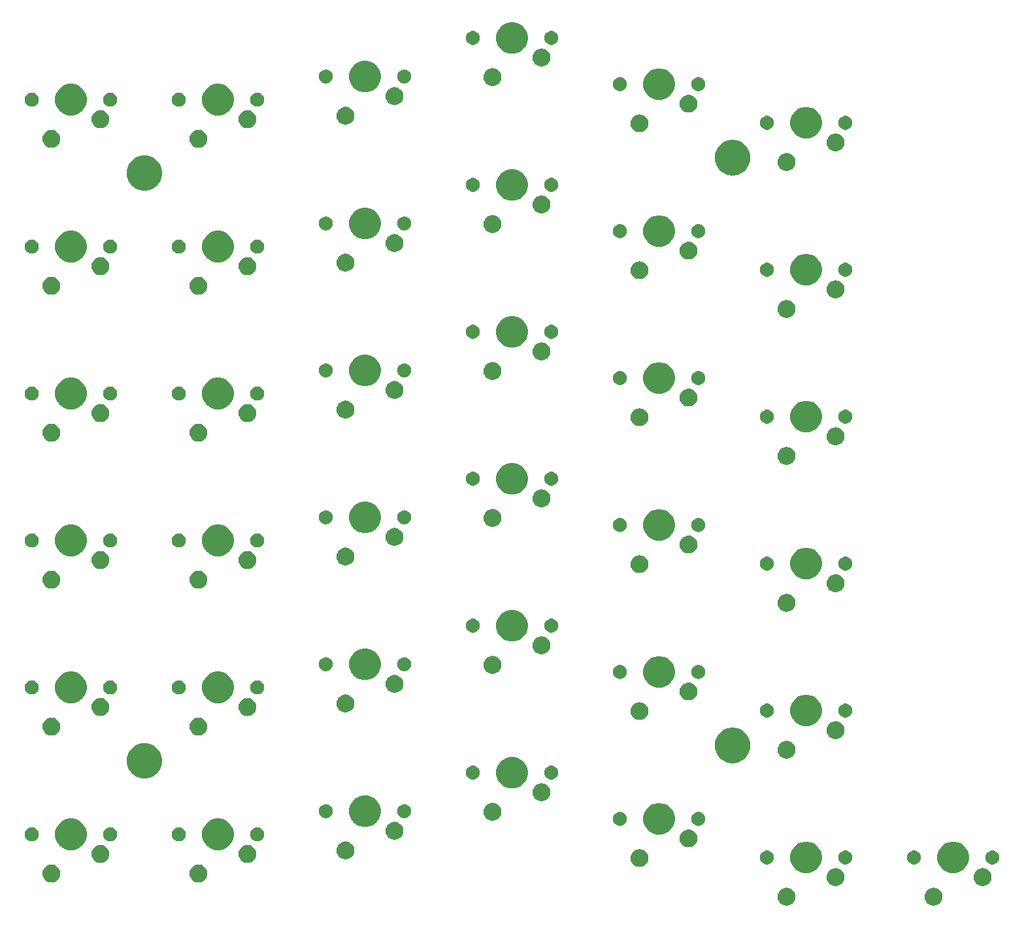
<source format=gts>
G04 #@! TF.GenerationSoftware,KiCad,Pcbnew,5.1.5+dfsg1-2build2*
G04 #@! TF.CreationDate,2020-05-17T17:42:05-07:00*
G04 #@! TF.ProjectId,triad_left,74726961-645f-46c6-9566-742e6b696361,rev?*
G04 #@! TF.SameCoordinates,Original*
G04 #@! TF.FileFunction,Soldermask,Top*
G04 #@! TF.FilePolarity,Negative*
%FSLAX46Y46*%
G04 Gerber Fmt 4.6, Leading zero omitted, Abs format (unit mm)*
G04 Created by KiCad (PCBNEW 5.1.5+dfsg1-2build2) date 2020-05-17 17:42:05*
%MOMM*%
%LPD*%
G04 APERTURE LIST*
%ADD10C,0.100000*%
G04 APERTURE END LIST*
D10*
G36*
X151284549Y-137076116D02*
G01*
X151395734Y-137098232D01*
X151605203Y-137184997D01*
X151793720Y-137310960D01*
X151954040Y-137471280D01*
X152080003Y-137659797D01*
X152166768Y-137869266D01*
X152211000Y-138091636D01*
X152211000Y-138318364D01*
X152166768Y-138540734D01*
X152080003Y-138750203D01*
X151954040Y-138938720D01*
X151793720Y-139099040D01*
X151605203Y-139225003D01*
X151395734Y-139311768D01*
X151284549Y-139333884D01*
X151173365Y-139356000D01*
X150946635Y-139356000D01*
X150835451Y-139333884D01*
X150724266Y-139311768D01*
X150514797Y-139225003D01*
X150326280Y-139099040D01*
X150165960Y-138938720D01*
X150039997Y-138750203D01*
X149953232Y-138540734D01*
X149909000Y-138318364D01*
X149909000Y-138091636D01*
X149953232Y-137869266D01*
X150039997Y-137659797D01*
X150165960Y-137471280D01*
X150326280Y-137310960D01*
X150514797Y-137184997D01*
X150724266Y-137098232D01*
X150835451Y-137076116D01*
X150946635Y-137054000D01*
X151173365Y-137054000D01*
X151284549Y-137076116D01*
G37*
G36*
X132234549Y-137076116D02*
G01*
X132345734Y-137098232D01*
X132555203Y-137184997D01*
X132743720Y-137310960D01*
X132904040Y-137471280D01*
X133030003Y-137659797D01*
X133116768Y-137869266D01*
X133161000Y-138091636D01*
X133161000Y-138318364D01*
X133116768Y-138540734D01*
X133030003Y-138750203D01*
X132904040Y-138938720D01*
X132743720Y-139099040D01*
X132555203Y-139225003D01*
X132345734Y-139311768D01*
X132234549Y-139333884D01*
X132123365Y-139356000D01*
X131896635Y-139356000D01*
X131785451Y-139333884D01*
X131674266Y-139311768D01*
X131464797Y-139225003D01*
X131276280Y-139099040D01*
X131115960Y-138938720D01*
X130989997Y-138750203D01*
X130903232Y-138540734D01*
X130859000Y-138318364D01*
X130859000Y-138091636D01*
X130903232Y-137869266D01*
X130989997Y-137659797D01*
X131115960Y-137471280D01*
X131276280Y-137310960D01*
X131464797Y-137184997D01*
X131674266Y-137098232D01*
X131785451Y-137076116D01*
X131896635Y-137054000D01*
X132123365Y-137054000D01*
X132234549Y-137076116D01*
G37*
G36*
X157634549Y-134536116D02*
G01*
X157745734Y-134558232D01*
X157955203Y-134644997D01*
X158143720Y-134770960D01*
X158304040Y-134931280D01*
X158430003Y-135119797D01*
X158512253Y-135318365D01*
X158516768Y-135329267D01*
X158558832Y-135540734D01*
X158561000Y-135551636D01*
X158561000Y-135778364D01*
X158516768Y-136000734D01*
X158430003Y-136210203D01*
X158304040Y-136398720D01*
X158143720Y-136559040D01*
X157955203Y-136685003D01*
X157745734Y-136771768D01*
X157634549Y-136793884D01*
X157523365Y-136816000D01*
X157296635Y-136816000D01*
X157185451Y-136793884D01*
X157074266Y-136771768D01*
X156864797Y-136685003D01*
X156676280Y-136559040D01*
X156515960Y-136398720D01*
X156389997Y-136210203D01*
X156303232Y-136000734D01*
X156259000Y-135778364D01*
X156259000Y-135551636D01*
X156261169Y-135540734D01*
X156303232Y-135329267D01*
X156307748Y-135318365D01*
X156389997Y-135119797D01*
X156515960Y-134931280D01*
X156676280Y-134770960D01*
X156864797Y-134644997D01*
X157074266Y-134558232D01*
X157185451Y-134536116D01*
X157296635Y-134514000D01*
X157523365Y-134514000D01*
X157634549Y-134536116D01*
G37*
G36*
X138584549Y-134536116D02*
G01*
X138695734Y-134558232D01*
X138905203Y-134644997D01*
X139093720Y-134770960D01*
X139254040Y-134931280D01*
X139380003Y-135119797D01*
X139462253Y-135318365D01*
X139466768Y-135329267D01*
X139508832Y-135540734D01*
X139511000Y-135551636D01*
X139511000Y-135778364D01*
X139466768Y-136000734D01*
X139380003Y-136210203D01*
X139254040Y-136398720D01*
X139093720Y-136559040D01*
X138905203Y-136685003D01*
X138695734Y-136771768D01*
X138584549Y-136793884D01*
X138473365Y-136816000D01*
X138246635Y-136816000D01*
X138135451Y-136793884D01*
X138024266Y-136771768D01*
X137814797Y-136685003D01*
X137626280Y-136559040D01*
X137465960Y-136398720D01*
X137339997Y-136210203D01*
X137253232Y-136000734D01*
X137209000Y-135778364D01*
X137209000Y-135551636D01*
X137211169Y-135540734D01*
X137253232Y-135329267D01*
X137257748Y-135318365D01*
X137339997Y-135119797D01*
X137465960Y-134931280D01*
X137626280Y-134770960D01*
X137814797Y-134644997D01*
X138024266Y-134558232D01*
X138135451Y-134536116D01*
X138246635Y-134514000D01*
X138473365Y-134514000D01*
X138584549Y-134536116D01*
G37*
G36*
X36984549Y-134076116D02*
G01*
X37095734Y-134098232D01*
X37305203Y-134184997D01*
X37493720Y-134310960D01*
X37654040Y-134471280D01*
X37780003Y-134659797D01*
X37866768Y-134869266D01*
X37881350Y-134942573D01*
X37911000Y-135091635D01*
X37911000Y-135318365D01*
X37908831Y-135329267D01*
X37866768Y-135540734D01*
X37780003Y-135750203D01*
X37654040Y-135938720D01*
X37493720Y-136099040D01*
X37305203Y-136225003D01*
X37095734Y-136311768D01*
X36984549Y-136333884D01*
X36873365Y-136356000D01*
X36646635Y-136356000D01*
X36535451Y-136333884D01*
X36424266Y-136311768D01*
X36214797Y-136225003D01*
X36026280Y-136099040D01*
X35865960Y-135938720D01*
X35739997Y-135750203D01*
X35653232Y-135540734D01*
X35611169Y-135329267D01*
X35609000Y-135318365D01*
X35609000Y-135091635D01*
X35638650Y-134942573D01*
X35653232Y-134869266D01*
X35739997Y-134659797D01*
X35865960Y-134471280D01*
X36026280Y-134310960D01*
X36214797Y-134184997D01*
X36424266Y-134098232D01*
X36535451Y-134076116D01*
X36646635Y-134054000D01*
X36873365Y-134054000D01*
X36984549Y-134076116D01*
G37*
G36*
X56034549Y-134076116D02*
G01*
X56145734Y-134098232D01*
X56355203Y-134184997D01*
X56543720Y-134310960D01*
X56704040Y-134471280D01*
X56830003Y-134659797D01*
X56916768Y-134869266D01*
X56931350Y-134942573D01*
X56961000Y-135091635D01*
X56961000Y-135318365D01*
X56958831Y-135329267D01*
X56916768Y-135540734D01*
X56830003Y-135750203D01*
X56704040Y-135938720D01*
X56543720Y-136099040D01*
X56355203Y-136225003D01*
X56145734Y-136311768D01*
X56034549Y-136333884D01*
X55923365Y-136356000D01*
X55696635Y-136356000D01*
X55585451Y-136333884D01*
X55474266Y-136311768D01*
X55264797Y-136225003D01*
X55076280Y-136099040D01*
X54915960Y-135938720D01*
X54789997Y-135750203D01*
X54703232Y-135540734D01*
X54661169Y-135329267D01*
X54659000Y-135318365D01*
X54659000Y-135091635D01*
X54688650Y-134942573D01*
X54703232Y-134869266D01*
X54789997Y-134659797D01*
X54915960Y-134471280D01*
X55076280Y-134310960D01*
X55264797Y-134184997D01*
X55474266Y-134098232D01*
X55585451Y-134076116D01*
X55696635Y-134054000D01*
X55923365Y-134054000D01*
X56034549Y-134076116D01*
G37*
G36*
X135148254Y-131152818D02*
G01*
X135521511Y-131307426D01*
X135521513Y-131307427D01*
X135857436Y-131531884D01*
X136143116Y-131817564D01*
X136330653Y-132098232D01*
X136367574Y-132153489D01*
X136522182Y-132526746D01*
X136601000Y-132922993D01*
X136601000Y-133327007D01*
X136522182Y-133723254D01*
X136367574Y-134096511D01*
X136367573Y-134096513D01*
X136143116Y-134432436D01*
X135857436Y-134718116D01*
X135521513Y-134942573D01*
X135521512Y-134942574D01*
X135521511Y-134942574D01*
X135148254Y-135097182D01*
X134752007Y-135176000D01*
X134347993Y-135176000D01*
X133951746Y-135097182D01*
X133578489Y-134942574D01*
X133578488Y-134942574D01*
X133578487Y-134942573D01*
X133242564Y-134718116D01*
X132956884Y-134432436D01*
X132732427Y-134096513D01*
X132732426Y-134096511D01*
X132577818Y-133723254D01*
X132499000Y-133327007D01*
X132499000Y-132922993D01*
X132577818Y-132526746D01*
X132732426Y-132153489D01*
X132769348Y-132098232D01*
X132956884Y-131817564D01*
X133242564Y-131531884D01*
X133578487Y-131307427D01*
X133578489Y-131307426D01*
X133951746Y-131152818D01*
X134347993Y-131074000D01*
X134752007Y-131074000D01*
X135148254Y-131152818D01*
G37*
G36*
X154198254Y-131152818D02*
G01*
X154571511Y-131307426D01*
X154571513Y-131307427D01*
X154907436Y-131531884D01*
X155193116Y-131817564D01*
X155380653Y-132098232D01*
X155417574Y-132153489D01*
X155572182Y-132526746D01*
X155651000Y-132922993D01*
X155651000Y-133327007D01*
X155572182Y-133723254D01*
X155417574Y-134096511D01*
X155417573Y-134096513D01*
X155193116Y-134432436D01*
X154907436Y-134718116D01*
X154571513Y-134942573D01*
X154571512Y-134942574D01*
X154571511Y-134942574D01*
X154198254Y-135097182D01*
X153802007Y-135176000D01*
X153397993Y-135176000D01*
X153001746Y-135097182D01*
X152628489Y-134942574D01*
X152628488Y-134942574D01*
X152628487Y-134942573D01*
X152292564Y-134718116D01*
X152006884Y-134432436D01*
X151782427Y-134096513D01*
X151782426Y-134096511D01*
X151627818Y-133723254D01*
X151549000Y-133327007D01*
X151549000Y-132922993D01*
X151627818Y-132526746D01*
X151782426Y-132153489D01*
X151819348Y-132098232D01*
X152006884Y-131817564D01*
X152292564Y-131531884D01*
X152628487Y-131307427D01*
X152628489Y-131307426D01*
X153001746Y-131152818D01*
X153397993Y-131074000D01*
X153802007Y-131074000D01*
X154198254Y-131152818D01*
G37*
G36*
X113184549Y-132076116D02*
G01*
X113295734Y-132098232D01*
X113347796Y-132119797D01*
X113483483Y-132176000D01*
X113505203Y-132184997D01*
X113693720Y-132310960D01*
X113854040Y-132471280D01*
X113980003Y-132659797D01*
X114063837Y-132862189D01*
X114066768Y-132869267D01*
X114111000Y-133091635D01*
X114111000Y-133318365D01*
X114095016Y-133398720D01*
X114066768Y-133540734D01*
X113980003Y-133750203D01*
X113854040Y-133938720D01*
X113693720Y-134099040D01*
X113505203Y-134225003D01*
X113295734Y-134311768D01*
X113184549Y-134333884D01*
X113073365Y-134356000D01*
X112846635Y-134356000D01*
X112735451Y-134333884D01*
X112624266Y-134311768D01*
X112414797Y-134225003D01*
X112226280Y-134099040D01*
X112065960Y-133938720D01*
X111939997Y-133750203D01*
X111853232Y-133540734D01*
X111824984Y-133398720D01*
X111809000Y-133318365D01*
X111809000Y-133091635D01*
X111853232Y-132869267D01*
X111856164Y-132862189D01*
X111939997Y-132659797D01*
X112065960Y-132471280D01*
X112226280Y-132310960D01*
X112414797Y-132184997D01*
X112436518Y-132176000D01*
X112572204Y-132119797D01*
X112624266Y-132098232D01*
X112735451Y-132076116D01*
X112846635Y-132054000D01*
X113073365Y-132054000D01*
X113184549Y-132076116D01*
G37*
G36*
X129583512Y-132228927D02*
G01*
X129732812Y-132258624D01*
X129896784Y-132326544D01*
X130044354Y-132425147D01*
X130169853Y-132550646D01*
X130268456Y-132698216D01*
X130336376Y-132862188D01*
X130371000Y-133036259D01*
X130371000Y-133213741D01*
X130336376Y-133387812D01*
X130268456Y-133551784D01*
X130169853Y-133699354D01*
X130044354Y-133824853D01*
X129896784Y-133923456D01*
X129732812Y-133991376D01*
X129583512Y-134021073D01*
X129558742Y-134026000D01*
X129381258Y-134026000D01*
X129356488Y-134021073D01*
X129207188Y-133991376D01*
X129043216Y-133923456D01*
X128895646Y-133824853D01*
X128770147Y-133699354D01*
X128671544Y-133551784D01*
X128603624Y-133387812D01*
X128569000Y-133213741D01*
X128569000Y-133036259D01*
X128603624Y-132862188D01*
X128671544Y-132698216D01*
X128770147Y-132550646D01*
X128895646Y-132425147D01*
X129043216Y-132326544D01*
X129207188Y-132258624D01*
X129356488Y-132228927D01*
X129381258Y-132224000D01*
X129558742Y-132224000D01*
X129583512Y-132228927D01*
G37*
G36*
X139743512Y-132228927D02*
G01*
X139892812Y-132258624D01*
X140056784Y-132326544D01*
X140204354Y-132425147D01*
X140329853Y-132550646D01*
X140428456Y-132698216D01*
X140496376Y-132862188D01*
X140531000Y-133036259D01*
X140531000Y-133213741D01*
X140496376Y-133387812D01*
X140428456Y-133551784D01*
X140329853Y-133699354D01*
X140204354Y-133824853D01*
X140056784Y-133923456D01*
X139892812Y-133991376D01*
X139743512Y-134021073D01*
X139718742Y-134026000D01*
X139541258Y-134026000D01*
X139516488Y-134021073D01*
X139367188Y-133991376D01*
X139203216Y-133923456D01*
X139055646Y-133824853D01*
X138930147Y-133699354D01*
X138831544Y-133551784D01*
X138763624Y-133387812D01*
X138729000Y-133213741D01*
X138729000Y-133036259D01*
X138763624Y-132862188D01*
X138831544Y-132698216D01*
X138930147Y-132550646D01*
X139055646Y-132425147D01*
X139203216Y-132326544D01*
X139367188Y-132258624D01*
X139516488Y-132228927D01*
X139541258Y-132224000D01*
X139718742Y-132224000D01*
X139743512Y-132228927D01*
G37*
G36*
X148633512Y-132228927D02*
G01*
X148782812Y-132258624D01*
X148946784Y-132326544D01*
X149094354Y-132425147D01*
X149219853Y-132550646D01*
X149318456Y-132698216D01*
X149386376Y-132862188D01*
X149421000Y-133036259D01*
X149421000Y-133213741D01*
X149386376Y-133387812D01*
X149318456Y-133551784D01*
X149219853Y-133699354D01*
X149094354Y-133824853D01*
X148946784Y-133923456D01*
X148782812Y-133991376D01*
X148633512Y-134021073D01*
X148608742Y-134026000D01*
X148431258Y-134026000D01*
X148406488Y-134021073D01*
X148257188Y-133991376D01*
X148093216Y-133923456D01*
X147945646Y-133824853D01*
X147820147Y-133699354D01*
X147721544Y-133551784D01*
X147653624Y-133387812D01*
X147619000Y-133213741D01*
X147619000Y-133036259D01*
X147653624Y-132862188D01*
X147721544Y-132698216D01*
X147820147Y-132550646D01*
X147945646Y-132425147D01*
X148093216Y-132326544D01*
X148257188Y-132258624D01*
X148406488Y-132228927D01*
X148431258Y-132224000D01*
X148608742Y-132224000D01*
X148633512Y-132228927D01*
G37*
G36*
X158793512Y-132228927D02*
G01*
X158942812Y-132258624D01*
X159106784Y-132326544D01*
X159254354Y-132425147D01*
X159379853Y-132550646D01*
X159478456Y-132698216D01*
X159546376Y-132862188D01*
X159581000Y-133036259D01*
X159581000Y-133213741D01*
X159546376Y-133387812D01*
X159478456Y-133551784D01*
X159379853Y-133699354D01*
X159254354Y-133824853D01*
X159106784Y-133923456D01*
X158942812Y-133991376D01*
X158793512Y-134021073D01*
X158768742Y-134026000D01*
X158591258Y-134026000D01*
X158566488Y-134021073D01*
X158417188Y-133991376D01*
X158253216Y-133923456D01*
X158105646Y-133824853D01*
X157980147Y-133699354D01*
X157881544Y-133551784D01*
X157813624Y-133387812D01*
X157779000Y-133213741D01*
X157779000Y-133036259D01*
X157813624Y-132862188D01*
X157881544Y-132698216D01*
X157980147Y-132550646D01*
X158105646Y-132425147D01*
X158253216Y-132326544D01*
X158417188Y-132258624D01*
X158566488Y-132228927D01*
X158591258Y-132224000D01*
X158768742Y-132224000D01*
X158793512Y-132228927D01*
G37*
G36*
X43313273Y-131531884D02*
G01*
X43445734Y-131558232D01*
X43655203Y-131644997D01*
X43843720Y-131770960D01*
X44004040Y-131931280D01*
X44130003Y-132119797D01*
X44215641Y-132326544D01*
X44216768Y-132329267D01*
X44258832Y-132540734D01*
X44261000Y-132551636D01*
X44261000Y-132778364D01*
X44216768Y-133000734D01*
X44130003Y-133210203D01*
X44004040Y-133398720D01*
X43843720Y-133559040D01*
X43655203Y-133685003D01*
X43445734Y-133771768D01*
X43334549Y-133793884D01*
X43223365Y-133816000D01*
X42996635Y-133816000D01*
X42885451Y-133793884D01*
X42774266Y-133771768D01*
X42564797Y-133685003D01*
X42376280Y-133559040D01*
X42215960Y-133398720D01*
X42089997Y-133210203D01*
X42003232Y-133000734D01*
X41959000Y-132778364D01*
X41959000Y-132551636D01*
X41961169Y-132540734D01*
X42003232Y-132329267D01*
X42004360Y-132326544D01*
X42089997Y-132119797D01*
X42215960Y-131931280D01*
X42376280Y-131770960D01*
X42564797Y-131644997D01*
X42774266Y-131558232D01*
X42906727Y-131531884D01*
X42996635Y-131514000D01*
X43223365Y-131514000D01*
X43313273Y-131531884D01*
G37*
G36*
X62363273Y-131531884D02*
G01*
X62495734Y-131558232D01*
X62705203Y-131644997D01*
X62893720Y-131770960D01*
X63054040Y-131931280D01*
X63180003Y-132119797D01*
X63265641Y-132326544D01*
X63266768Y-132329267D01*
X63308832Y-132540734D01*
X63311000Y-132551636D01*
X63311000Y-132778364D01*
X63266768Y-133000734D01*
X63180003Y-133210203D01*
X63054040Y-133398720D01*
X62893720Y-133559040D01*
X62705203Y-133685003D01*
X62495734Y-133771768D01*
X62384549Y-133793884D01*
X62273365Y-133816000D01*
X62046635Y-133816000D01*
X61935451Y-133793884D01*
X61824266Y-133771768D01*
X61614797Y-133685003D01*
X61426280Y-133559040D01*
X61265960Y-133398720D01*
X61139997Y-133210203D01*
X61053232Y-133000734D01*
X61009000Y-132778364D01*
X61009000Y-132551636D01*
X61011169Y-132540734D01*
X61053232Y-132329267D01*
X61054360Y-132326544D01*
X61139997Y-132119797D01*
X61265960Y-131931280D01*
X61426280Y-131770960D01*
X61614797Y-131644997D01*
X61824266Y-131558232D01*
X61956727Y-131531884D01*
X62046635Y-131514000D01*
X62273365Y-131514000D01*
X62363273Y-131531884D01*
G37*
G36*
X75073911Y-131074000D02*
G01*
X75195734Y-131098232D01*
X75405203Y-131184997D01*
X75593720Y-131310960D01*
X75754040Y-131471280D01*
X75880003Y-131659797D01*
X75966768Y-131869266D01*
X75981350Y-131942573D01*
X76011000Y-132091635D01*
X76011000Y-132318365D01*
X76008831Y-132329267D01*
X75966768Y-132540734D01*
X75880003Y-132750203D01*
X75754040Y-132938720D01*
X75593720Y-133099040D01*
X75405203Y-133225003D01*
X75195734Y-133311768D01*
X75119127Y-133327006D01*
X74973365Y-133356000D01*
X74746635Y-133356000D01*
X74600873Y-133327006D01*
X74524266Y-133311768D01*
X74314797Y-133225003D01*
X74126280Y-133099040D01*
X73965960Y-132938720D01*
X73839997Y-132750203D01*
X73753232Y-132540734D01*
X73711169Y-132329267D01*
X73709000Y-132318365D01*
X73709000Y-132091635D01*
X73738650Y-131942573D01*
X73753232Y-131869266D01*
X73839997Y-131659797D01*
X73965960Y-131471280D01*
X74126280Y-131310960D01*
X74314797Y-131184997D01*
X74524266Y-131098232D01*
X74646089Y-131074000D01*
X74746635Y-131054000D01*
X74973365Y-131054000D01*
X75073911Y-131074000D01*
G37*
G36*
X58948254Y-128152818D02*
G01*
X59321511Y-128307426D01*
X59321513Y-128307427D01*
X59657436Y-128531884D01*
X59943116Y-128817564D01*
X60026645Y-128942573D01*
X60167574Y-129153489D01*
X60322182Y-129526746D01*
X60401000Y-129922993D01*
X60401000Y-130327007D01*
X60322182Y-130723254D01*
X60176898Y-131074000D01*
X60167573Y-131096513D01*
X59943116Y-131432436D01*
X59657436Y-131718116D01*
X59321513Y-131942573D01*
X59321512Y-131942574D01*
X59321511Y-131942574D01*
X58948254Y-132097182D01*
X58552007Y-132176000D01*
X58147993Y-132176000D01*
X57751746Y-132097182D01*
X57378489Y-131942574D01*
X57378488Y-131942574D01*
X57378487Y-131942573D01*
X57042564Y-131718116D01*
X56756884Y-131432436D01*
X56532427Y-131096513D01*
X56523102Y-131074000D01*
X56377818Y-130723254D01*
X56299000Y-130327007D01*
X56299000Y-129922993D01*
X56377818Y-129526746D01*
X56532426Y-129153489D01*
X56673356Y-128942573D01*
X56756884Y-128817564D01*
X57042564Y-128531884D01*
X57378487Y-128307427D01*
X57378489Y-128307426D01*
X57751746Y-128152818D01*
X58147993Y-128074000D01*
X58552007Y-128074000D01*
X58948254Y-128152818D01*
G37*
G36*
X39898254Y-128152818D02*
G01*
X40271511Y-128307426D01*
X40271513Y-128307427D01*
X40607436Y-128531884D01*
X40893116Y-128817564D01*
X40976645Y-128942573D01*
X41117574Y-129153489D01*
X41272182Y-129526746D01*
X41351000Y-129922993D01*
X41351000Y-130327007D01*
X41272182Y-130723254D01*
X41126898Y-131074000D01*
X41117573Y-131096513D01*
X40893116Y-131432436D01*
X40607436Y-131718116D01*
X40271513Y-131942573D01*
X40271512Y-131942574D01*
X40271511Y-131942574D01*
X39898254Y-132097182D01*
X39502007Y-132176000D01*
X39097993Y-132176000D01*
X38701746Y-132097182D01*
X38328489Y-131942574D01*
X38328488Y-131942574D01*
X38328487Y-131942573D01*
X37992564Y-131718116D01*
X37706884Y-131432436D01*
X37482427Y-131096513D01*
X37473102Y-131074000D01*
X37327818Y-130723254D01*
X37249000Y-130327007D01*
X37249000Y-129922993D01*
X37327818Y-129526746D01*
X37482426Y-129153489D01*
X37623356Y-128942573D01*
X37706884Y-128817564D01*
X37992564Y-128531884D01*
X38328487Y-128307427D01*
X38328489Y-128307426D01*
X38701746Y-128152818D01*
X39097993Y-128074000D01*
X39502007Y-128074000D01*
X39898254Y-128152818D01*
G37*
G36*
X119487438Y-129526745D02*
G01*
X119645734Y-129558232D01*
X119855203Y-129644997D01*
X120043720Y-129770960D01*
X120204040Y-129931280D01*
X120330003Y-130119797D01*
X120416768Y-130329266D01*
X120461000Y-130551636D01*
X120461000Y-130778364D01*
X120416768Y-131000734D01*
X120330003Y-131210203D01*
X120204040Y-131398720D01*
X120043720Y-131559040D01*
X119855203Y-131685003D01*
X119645734Y-131771768D01*
X119534549Y-131793884D01*
X119423365Y-131816000D01*
X119196635Y-131816000D01*
X119085451Y-131793884D01*
X118974266Y-131771768D01*
X118764797Y-131685003D01*
X118576280Y-131559040D01*
X118415960Y-131398720D01*
X118289997Y-131210203D01*
X118203232Y-131000734D01*
X118159000Y-130778364D01*
X118159000Y-130551636D01*
X118203232Y-130329266D01*
X118289997Y-130119797D01*
X118415960Y-129931280D01*
X118576280Y-129770960D01*
X118764797Y-129644997D01*
X118974266Y-129558232D01*
X119132562Y-129526745D01*
X119196635Y-129514000D01*
X119423365Y-129514000D01*
X119487438Y-129526745D01*
G37*
G36*
X34333512Y-129228927D02*
G01*
X34482812Y-129258624D01*
X34646784Y-129326544D01*
X34794354Y-129425147D01*
X34919853Y-129550646D01*
X35018456Y-129698216D01*
X35086376Y-129862188D01*
X35121000Y-130036259D01*
X35121000Y-130213741D01*
X35086376Y-130387812D01*
X35018456Y-130551784D01*
X34919853Y-130699354D01*
X34794354Y-130824853D01*
X34646784Y-130923456D01*
X34482812Y-130991376D01*
X34333512Y-131021073D01*
X34308742Y-131026000D01*
X34131258Y-131026000D01*
X34106488Y-131021073D01*
X33957188Y-130991376D01*
X33793216Y-130923456D01*
X33645646Y-130824853D01*
X33520147Y-130699354D01*
X33421544Y-130551784D01*
X33353624Y-130387812D01*
X33319000Y-130213741D01*
X33319000Y-130036259D01*
X33353624Y-129862188D01*
X33421544Y-129698216D01*
X33520147Y-129550646D01*
X33645646Y-129425147D01*
X33793216Y-129326544D01*
X33957188Y-129258624D01*
X34106488Y-129228927D01*
X34131258Y-129224000D01*
X34308742Y-129224000D01*
X34333512Y-129228927D01*
G37*
G36*
X44493512Y-129228927D02*
G01*
X44642812Y-129258624D01*
X44806784Y-129326544D01*
X44954354Y-129425147D01*
X45079853Y-129550646D01*
X45178456Y-129698216D01*
X45246376Y-129862188D01*
X45281000Y-130036259D01*
X45281000Y-130213741D01*
X45246376Y-130387812D01*
X45178456Y-130551784D01*
X45079853Y-130699354D01*
X44954354Y-130824853D01*
X44806784Y-130923456D01*
X44642812Y-130991376D01*
X44493512Y-131021073D01*
X44468742Y-131026000D01*
X44291258Y-131026000D01*
X44266488Y-131021073D01*
X44117188Y-130991376D01*
X43953216Y-130923456D01*
X43805646Y-130824853D01*
X43680147Y-130699354D01*
X43581544Y-130551784D01*
X43513624Y-130387812D01*
X43479000Y-130213741D01*
X43479000Y-130036259D01*
X43513624Y-129862188D01*
X43581544Y-129698216D01*
X43680147Y-129550646D01*
X43805646Y-129425147D01*
X43953216Y-129326544D01*
X44117188Y-129258624D01*
X44266488Y-129228927D01*
X44291258Y-129224000D01*
X44468742Y-129224000D01*
X44493512Y-129228927D01*
G37*
G36*
X53383512Y-129228927D02*
G01*
X53532812Y-129258624D01*
X53696784Y-129326544D01*
X53844354Y-129425147D01*
X53969853Y-129550646D01*
X54068456Y-129698216D01*
X54136376Y-129862188D01*
X54171000Y-130036259D01*
X54171000Y-130213741D01*
X54136376Y-130387812D01*
X54068456Y-130551784D01*
X53969853Y-130699354D01*
X53844354Y-130824853D01*
X53696784Y-130923456D01*
X53532812Y-130991376D01*
X53383512Y-131021073D01*
X53358742Y-131026000D01*
X53181258Y-131026000D01*
X53156488Y-131021073D01*
X53007188Y-130991376D01*
X52843216Y-130923456D01*
X52695646Y-130824853D01*
X52570147Y-130699354D01*
X52471544Y-130551784D01*
X52403624Y-130387812D01*
X52369000Y-130213741D01*
X52369000Y-130036259D01*
X52403624Y-129862188D01*
X52471544Y-129698216D01*
X52570147Y-129550646D01*
X52695646Y-129425147D01*
X52843216Y-129326544D01*
X53007188Y-129258624D01*
X53156488Y-129228927D01*
X53181258Y-129224000D01*
X53358742Y-129224000D01*
X53383512Y-129228927D01*
G37*
G36*
X63543512Y-129228927D02*
G01*
X63692812Y-129258624D01*
X63856784Y-129326544D01*
X64004354Y-129425147D01*
X64129853Y-129550646D01*
X64228456Y-129698216D01*
X64296376Y-129862188D01*
X64331000Y-130036259D01*
X64331000Y-130213741D01*
X64296376Y-130387812D01*
X64228456Y-130551784D01*
X64129853Y-130699354D01*
X64004354Y-130824853D01*
X63856784Y-130923456D01*
X63692812Y-130991376D01*
X63543512Y-131021073D01*
X63518742Y-131026000D01*
X63341258Y-131026000D01*
X63316488Y-131021073D01*
X63167188Y-130991376D01*
X63003216Y-130923456D01*
X62855646Y-130824853D01*
X62730147Y-130699354D01*
X62631544Y-130551784D01*
X62563624Y-130387812D01*
X62529000Y-130213741D01*
X62529000Y-130036259D01*
X62563624Y-129862188D01*
X62631544Y-129698216D01*
X62730147Y-129550646D01*
X62855646Y-129425147D01*
X63003216Y-129326544D01*
X63167188Y-129258624D01*
X63316488Y-129228927D01*
X63341258Y-129224000D01*
X63518742Y-129224000D01*
X63543512Y-129228927D01*
G37*
G36*
X81413273Y-128531884D02*
G01*
X81545734Y-128558232D01*
X81755203Y-128644997D01*
X81943720Y-128770960D01*
X82104040Y-128931280D01*
X82230003Y-129119797D01*
X82316768Y-129329266D01*
X82361000Y-129551636D01*
X82361000Y-129778364D01*
X82316768Y-130000734D01*
X82230003Y-130210203D01*
X82104040Y-130398720D01*
X81943720Y-130559040D01*
X81755203Y-130685003D01*
X81545734Y-130771768D01*
X81434549Y-130793884D01*
X81323365Y-130816000D01*
X81096635Y-130816000D01*
X80985451Y-130793884D01*
X80874266Y-130771768D01*
X80664797Y-130685003D01*
X80476280Y-130559040D01*
X80315960Y-130398720D01*
X80189997Y-130210203D01*
X80103232Y-130000734D01*
X80059000Y-129778364D01*
X80059000Y-129551636D01*
X80103232Y-129329266D01*
X80189997Y-129119797D01*
X80315960Y-128931280D01*
X80476280Y-128770960D01*
X80664797Y-128644997D01*
X80874266Y-128558232D01*
X81006727Y-128531884D01*
X81096635Y-128514000D01*
X81323365Y-128514000D01*
X81413273Y-128531884D01*
G37*
G36*
X116098254Y-126152818D02*
G01*
X116471511Y-126307426D01*
X116471513Y-126307427D01*
X116807436Y-126531884D01*
X117093116Y-126817564D01*
X117276245Y-127091635D01*
X117317574Y-127153489D01*
X117472182Y-127526746D01*
X117551000Y-127922993D01*
X117551000Y-128327007D01*
X117472182Y-128723254D01*
X117317574Y-129096511D01*
X117317573Y-129096513D01*
X117093116Y-129432436D01*
X116807436Y-129718116D01*
X116471513Y-129942573D01*
X116471512Y-129942574D01*
X116471511Y-129942574D01*
X116098254Y-130097182D01*
X115702007Y-130176000D01*
X115297993Y-130176000D01*
X114901746Y-130097182D01*
X114528489Y-129942574D01*
X114528488Y-129942574D01*
X114528487Y-129942573D01*
X114192564Y-129718116D01*
X113906884Y-129432436D01*
X113682427Y-129096513D01*
X113682426Y-129096511D01*
X113527818Y-128723254D01*
X113449000Y-128327007D01*
X113449000Y-127922993D01*
X113527818Y-127526746D01*
X113682426Y-127153489D01*
X113723756Y-127091635D01*
X113906884Y-126817564D01*
X114192564Y-126531884D01*
X114528487Y-126307427D01*
X114528489Y-126307426D01*
X114901746Y-126152818D01*
X115297993Y-126074000D01*
X115702007Y-126074000D01*
X116098254Y-126152818D01*
G37*
G36*
X77998254Y-125152818D02*
G01*
X78371511Y-125307426D01*
X78371513Y-125307427D01*
X78707436Y-125531884D01*
X78993116Y-125817564D01*
X79217127Y-126152819D01*
X79217574Y-126153489D01*
X79372182Y-126526746D01*
X79451000Y-126922993D01*
X79451000Y-127327007D01*
X79372182Y-127723254D01*
X79242531Y-128036259D01*
X79217573Y-128096513D01*
X78993116Y-128432436D01*
X78707436Y-128718116D01*
X78371513Y-128942573D01*
X78371512Y-128942574D01*
X78371511Y-128942574D01*
X77998254Y-129097182D01*
X77602007Y-129176000D01*
X77197993Y-129176000D01*
X76801746Y-129097182D01*
X76428489Y-128942574D01*
X76428488Y-128942574D01*
X76428487Y-128942573D01*
X76092564Y-128718116D01*
X75806884Y-128432436D01*
X75582427Y-128096513D01*
X75557469Y-128036259D01*
X75427818Y-127723254D01*
X75349000Y-127327007D01*
X75349000Y-126922993D01*
X75427818Y-126526746D01*
X75582426Y-126153489D01*
X75582874Y-126152819D01*
X75806884Y-125817564D01*
X76092564Y-125531884D01*
X76428487Y-125307427D01*
X76428489Y-125307426D01*
X76801746Y-125152818D01*
X77197993Y-125074000D01*
X77602007Y-125074000D01*
X77998254Y-125152818D01*
G37*
G36*
X120693512Y-127228927D02*
G01*
X120842812Y-127258624D01*
X121006784Y-127326544D01*
X121154354Y-127425147D01*
X121279853Y-127550646D01*
X121378456Y-127698216D01*
X121446376Y-127862188D01*
X121472072Y-127991375D01*
X121478960Y-128026000D01*
X121481000Y-128036259D01*
X121481000Y-128213741D01*
X121446376Y-128387812D01*
X121378456Y-128551784D01*
X121279853Y-128699354D01*
X121154354Y-128824853D01*
X121006784Y-128923456D01*
X120842812Y-128991376D01*
X120693512Y-129021073D01*
X120668742Y-129026000D01*
X120491258Y-129026000D01*
X120466488Y-129021073D01*
X120317188Y-128991376D01*
X120153216Y-128923456D01*
X120005646Y-128824853D01*
X119880147Y-128699354D01*
X119781544Y-128551784D01*
X119713624Y-128387812D01*
X119679000Y-128213741D01*
X119679000Y-128036259D01*
X119681041Y-128026000D01*
X119687928Y-127991375D01*
X119713624Y-127862188D01*
X119781544Y-127698216D01*
X119880147Y-127550646D01*
X120005646Y-127425147D01*
X120153216Y-127326544D01*
X120317188Y-127258624D01*
X120466488Y-127228927D01*
X120491258Y-127224000D01*
X120668742Y-127224000D01*
X120693512Y-127228927D01*
G37*
G36*
X110533512Y-127228927D02*
G01*
X110682812Y-127258624D01*
X110846784Y-127326544D01*
X110994354Y-127425147D01*
X111119853Y-127550646D01*
X111218456Y-127698216D01*
X111286376Y-127862188D01*
X111312072Y-127991375D01*
X111318960Y-128026000D01*
X111321000Y-128036259D01*
X111321000Y-128213741D01*
X111286376Y-128387812D01*
X111218456Y-128551784D01*
X111119853Y-128699354D01*
X110994354Y-128824853D01*
X110846784Y-128923456D01*
X110682812Y-128991376D01*
X110533512Y-129021073D01*
X110508742Y-129026000D01*
X110331258Y-129026000D01*
X110306488Y-129021073D01*
X110157188Y-128991376D01*
X109993216Y-128923456D01*
X109845646Y-128824853D01*
X109720147Y-128699354D01*
X109621544Y-128551784D01*
X109553624Y-128387812D01*
X109519000Y-128213741D01*
X109519000Y-128036259D01*
X109521041Y-128026000D01*
X109527928Y-127991375D01*
X109553624Y-127862188D01*
X109621544Y-127698216D01*
X109720147Y-127550646D01*
X109845646Y-127425147D01*
X109993216Y-127326544D01*
X110157188Y-127258624D01*
X110306488Y-127228927D01*
X110331258Y-127224000D01*
X110508742Y-127224000D01*
X110533512Y-127228927D01*
G37*
G36*
X94123911Y-126074000D02*
G01*
X94245734Y-126098232D01*
X94455203Y-126184997D01*
X94643720Y-126310960D01*
X94804040Y-126471280D01*
X94930003Y-126659797D01*
X95016768Y-126869266D01*
X95061000Y-127091636D01*
X95061000Y-127318364D01*
X95016768Y-127540734D01*
X94930003Y-127750203D01*
X94804040Y-127938720D01*
X94643720Y-128099040D01*
X94455203Y-128225003D01*
X94245734Y-128311768D01*
X94169127Y-128327006D01*
X94023365Y-128356000D01*
X93796635Y-128356000D01*
X93650873Y-128327006D01*
X93574266Y-128311768D01*
X93364797Y-128225003D01*
X93176280Y-128099040D01*
X93015960Y-127938720D01*
X92889997Y-127750203D01*
X92803232Y-127540734D01*
X92759000Y-127318364D01*
X92759000Y-127091636D01*
X92803232Y-126869266D01*
X92889997Y-126659797D01*
X93015960Y-126471280D01*
X93176280Y-126310960D01*
X93364797Y-126184997D01*
X93574266Y-126098232D01*
X93696089Y-126074000D01*
X93796635Y-126054000D01*
X94023365Y-126054000D01*
X94123911Y-126074000D01*
G37*
G36*
X72433512Y-126228927D02*
G01*
X72582812Y-126258624D01*
X72746784Y-126326544D01*
X72894354Y-126425147D01*
X73019853Y-126550646D01*
X73118456Y-126698216D01*
X73186376Y-126862188D01*
X73216073Y-127011488D01*
X73221000Y-127036258D01*
X73221000Y-127213742D01*
X73216073Y-127238512D01*
X73186376Y-127387812D01*
X73118456Y-127551784D01*
X73019853Y-127699354D01*
X72894354Y-127824853D01*
X72746784Y-127923456D01*
X72582812Y-127991376D01*
X72433512Y-128021073D01*
X72408742Y-128026000D01*
X72231258Y-128026000D01*
X72206488Y-128021073D01*
X72057188Y-127991376D01*
X71893216Y-127923456D01*
X71745646Y-127824853D01*
X71620147Y-127699354D01*
X71521544Y-127551784D01*
X71453624Y-127387812D01*
X71423927Y-127238512D01*
X71419000Y-127213742D01*
X71419000Y-127036258D01*
X71423927Y-127011488D01*
X71453624Y-126862188D01*
X71521544Y-126698216D01*
X71620147Y-126550646D01*
X71745646Y-126425147D01*
X71893216Y-126326544D01*
X72057188Y-126258624D01*
X72206488Y-126228927D01*
X72231258Y-126224000D01*
X72408742Y-126224000D01*
X72433512Y-126228927D01*
G37*
G36*
X82593512Y-126228927D02*
G01*
X82742812Y-126258624D01*
X82906784Y-126326544D01*
X83054354Y-126425147D01*
X83179853Y-126550646D01*
X83278456Y-126698216D01*
X83346376Y-126862188D01*
X83376073Y-127011488D01*
X83381000Y-127036258D01*
X83381000Y-127213742D01*
X83376073Y-127238512D01*
X83346376Y-127387812D01*
X83278456Y-127551784D01*
X83179853Y-127699354D01*
X83054354Y-127824853D01*
X82906784Y-127923456D01*
X82742812Y-127991376D01*
X82593512Y-128021073D01*
X82568742Y-128026000D01*
X82391258Y-128026000D01*
X82366488Y-128021073D01*
X82217188Y-127991376D01*
X82053216Y-127923456D01*
X81905646Y-127824853D01*
X81780147Y-127699354D01*
X81681544Y-127551784D01*
X81613624Y-127387812D01*
X81583927Y-127238512D01*
X81579000Y-127213742D01*
X81579000Y-127036258D01*
X81583927Y-127011488D01*
X81613624Y-126862188D01*
X81681544Y-126698216D01*
X81780147Y-126550646D01*
X81905646Y-126425147D01*
X82053216Y-126326544D01*
X82217188Y-126258624D01*
X82366488Y-126228927D01*
X82391258Y-126224000D01*
X82568742Y-126224000D01*
X82593512Y-126228927D01*
G37*
G36*
X100484549Y-123536116D02*
G01*
X100595734Y-123558232D01*
X100805203Y-123644997D01*
X100993720Y-123770960D01*
X101154040Y-123931280D01*
X101280003Y-124119797D01*
X101366768Y-124329266D01*
X101411000Y-124551636D01*
X101411000Y-124778364D01*
X101366768Y-125000734D01*
X101280003Y-125210203D01*
X101154040Y-125398720D01*
X100993720Y-125559040D01*
X100805203Y-125685003D01*
X100595734Y-125771768D01*
X100484549Y-125793884D01*
X100373365Y-125816000D01*
X100146635Y-125816000D01*
X100035451Y-125793884D01*
X99924266Y-125771768D01*
X99714797Y-125685003D01*
X99526280Y-125559040D01*
X99365960Y-125398720D01*
X99239997Y-125210203D01*
X99153232Y-125000734D01*
X99109000Y-124778364D01*
X99109000Y-124551636D01*
X99153232Y-124329266D01*
X99239997Y-124119797D01*
X99365960Y-123931280D01*
X99526280Y-123770960D01*
X99714797Y-123644997D01*
X99924266Y-123558232D01*
X100035451Y-123536116D01*
X100146635Y-123514000D01*
X100373365Y-123514000D01*
X100484549Y-123536116D01*
G37*
G36*
X97048254Y-120152818D02*
G01*
X97418068Y-120306000D01*
X97421513Y-120307427D01*
X97541057Y-120387304D01*
X97757436Y-120531884D01*
X98043116Y-120817564D01*
X98267574Y-121153489D01*
X98422182Y-121526746D01*
X98501000Y-121922993D01*
X98501000Y-122327007D01*
X98422182Y-122723254D01*
X98267574Y-123096511D01*
X98267573Y-123096513D01*
X98043116Y-123432436D01*
X97757436Y-123718116D01*
X97421513Y-123942573D01*
X97421512Y-123942574D01*
X97421511Y-123942574D01*
X97048254Y-124097182D01*
X96652007Y-124176000D01*
X96247993Y-124176000D01*
X95851746Y-124097182D01*
X95478489Y-123942574D01*
X95478488Y-123942574D01*
X95478487Y-123942573D01*
X95142564Y-123718116D01*
X94856884Y-123432436D01*
X94632427Y-123096513D01*
X94632426Y-123096511D01*
X94477818Y-122723254D01*
X94399000Y-122327007D01*
X94399000Y-121922993D01*
X94477818Y-121526746D01*
X94632426Y-121153489D01*
X94856884Y-120817564D01*
X95142564Y-120531884D01*
X95358943Y-120387304D01*
X95478487Y-120307427D01*
X95481932Y-120306000D01*
X95851746Y-120152818D01*
X96247993Y-120074000D01*
X96652007Y-120074000D01*
X97048254Y-120152818D01*
G37*
G36*
X91483512Y-121228927D02*
G01*
X91632812Y-121258624D01*
X91796784Y-121326544D01*
X91944354Y-121425147D01*
X92069853Y-121550646D01*
X92168456Y-121698216D01*
X92236376Y-121862188D01*
X92271000Y-122036259D01*
X92271000Y-122213741D01*
X92236376Y-122387812D01*
X92168456Y-122551784D01*
X92069853Y-122699354D01*
X91944354Y-122824853D01*
X91796784Y-122923456D01*
X91632812Y-122991376D01*
X91483512Y-123021073D01*
X91458742Y-123026000D01*
X91281258Y-123026000D01*
X91256488Y-123021073D01*
X91107188Y-122991376D01*
X90943216Y-122923456D01*
X90795646Y-122824853D01*
X90670147Y-122699354D01*
X90571544Y-122551784D01*
X90503624Y-122387812D01*
X90469000Y-122213741D01*
X90469000Y-122036259D01*
X90503624Y-121862188D01*
X90571544Y-121698216D01*
X90670147Y-121550646D01*
X90795646Y-121425147D01*
X90943216Y-121326544D01*
X91107188Y-121258624D01*
X91256488Y-121228927D01*
X91281258Y-121224000D01*
X91458742Y-121224000D01*
X91483512Y-121228927D01*
G37*
G36*
X101643512Y-121228927D02*
G01*
X101792812Y-121258624D01*
X101956784Y-121326544D01*
X102104354Y-121425147D01*
X102229853Y-121550646D01*
X102328456Y-121698216D01*
X102396376Y-121862188D01*
X102431000Y-122036259D01*
X102431000Y-122213741D01*
X102396376Y-122387812D01*
X102328456Y-122551784D01*
X102229853Y-122699354D01*
X102104354Y-122824853D01*
X101956784Y-122923456D01*
X101792812Y-122991376D01*
X101643512Y-123021073D01*
X101618742Y-123026000D01*
X101441258Y-123026000D01*
X101416488Y-123021073D01*
X101267188Y-122991376D01*
X101103216Y-122923456D01*
X100955646Y-122824853D01*
X100830147Y-122699354D01*
X100731544Y-122551784D01*
X100663624Y-122387812D01*
X100629000Y-122213741D01*
X100629000Y-122036259D01*
X100663624Y-121862188D01*
X100731544Y-121698216D01*
X100830147Y-121550646D01*
X100955646Y-121425147D01*
X101103216Y-121326544D01*
X101267188Y-121258624D01*
X101416488Y-121228927D01*
X101441258Y-121224000D01*
X101618742Y-121224000D01*
X101643512Y-121228927D01*
G37*
G36*
X49273903Y-118343213D02*
G01*
X49496177Y-118387426D01*
X49914932Y-118560880D01*
X50291802Y-118812696D01*
X50612304Y-119133198D01*
X50864120Y-119510068D01*
X51037574Y-119928823D01*
X51126000Y-120373371D01*
X51126000Y-120826629D01*
X51037574Y-121271177D01*
X50864120Y-121689932D01*
X50612304Y-122066802D01*
X50291802Y-122387304D01*
X49914932Y-122639120D01*
X49496177Y-122812574D01*
X49434451Y-122824852D01*
X49051630Y-122901000D01*
X48598370Y-122901000D01*
X48215549Y-122824852D01*
X48153823Y-122812574D01*
X47735068Y-122639120D01*
X47358198Y-122387304D01*
X47037696Y-122066802D01*
X46785880Y-121689932D01*
X46612426Y-121271177D01*
X46524000Y-120826629D01*
X46524000Y-120373371D01*
X46612426Y-119928823D01*
X46785880Y-119510068D01*
X47037696Y-119133198D01*
X47358198Y-118812696D01*
X47735068Y-118560880D01*
X48153823Y-118387426D01*
X48376097Y-118343213D01*
X48598370Y-118299000D01*
X49051630Y-118299000D01*
X49273903Y-118343213D01*
G37*
G36*
X125473903Y-116343213D02*
G01*
X125696177Y-116387426D01*
X126114932Y-116560880D01*
X126491802Y-116812696D01*
X126812304Y-117133198D01*
X127064120Y-117510068D01*
X127237574Y-117928823D01*
X127281787Y-118151097D01*
X127326000Y-118373370D01*
X127326000Y-118826630D01*
X127281787Y-119048903D01*
X127237574Y-119271177D01*
X127064120Y-119689932D01*
X126812304Y-120066802D01*
X126491802Y-120387304D01*
X126114932Y-120639120D01*
X125696177Y-120812574D01*
X125473903Y-120856787D01*
X125251630Y-120901000D01*
X124798370Y-120901000D01*
X124576097Y-120856787D01*
X124353823Y-120812574D01*
X123935068Y-120639120D01*
X123558198Y-120387304D01*
X123237696Y-120066802D01*
X122985880Y-119689932D01*
X122812426Y-119271177D01*
X122768213Y-119048903D01*
X122724000Y-118826630D01*
X122724000Y-118373370D01*
X122768213Y-118151097D01*
X122812426Y-117928823D01*
X122985880Y-117510068D01*
X123237696Y-117133198D01*
X123558198Y-116812696D01*
X123935068Y-116560880D01*
X124353823Y-116387426D01*
X124576097Y-116343213D01*
X124798370Y-116299000D01*
X125251630Y-116299000D01*
X125473903Y-116343213D01*
G37*
G36*
X132234549Y-118026116D02*
G01*
X132345734Y-118048232D01*
X132555203Y-118134997D01*
X132743720Y-118260960D01*
X132904040Y-118421280D01*
X133030003Y-118609797D01*
X133116768Y-118819266D01*
X133118233Y-118826630D01*
X133161000Y-119041635D01*
X133161000Y-119268365D01*
X133138884Y-119379549D01*
X133116768Y-119490734D01*
X133055416Y-119638850D01*
X133034258Y-119689932D01*
X133030003Y-119700203D01*
X132904040Y-119888720D01*
X132743720Y-120049040D01*
X132555203Y-120175003D01*
X132345734Y-120261768D01*
X132234549Y-120283884D01*
X132123365Y-120306000D01*
X131896635Y-120306000D01*
X131785451Y-120283884D01*
X131674266Y-120261768D01*
X131464797Y-120175003D01*
X131276280Y-120049040D01*
X131115960Y-119888720D01*
X130989997Y-119700203D01*
X130985743Y-119689932D01*
X130964584Y-119638850D01*
X130903232Y-119490734D01*
X130881116Y-119379549D01*
X130859000Y-119268365D01*
X130859000Y-119041635D01*
X130901767Y-118826630D01*
X130903232Y-118819266D01*
X130989997Y-118609797D01*
X131115960Y-118421280D01*
X131276280Y-118260960D01*
X131464797Y-118134997D01*
X131674266Y-118048232D01*
X131785451Y-118026116D01*
X131896635Y-118004000D01*
X132123365Y-118004000D01*
X132234549Y-118026116D01*
G37*
G36*
X138584549Y-115486116D02*
G01*
X138695734Y-115508232D01*
X138905203Y-115594997D01*
X139093720Y-115720960D01*
X139254040Y-115881280D01*
X139380003Y-116069797D01*
X139462253Y-116268365D01*
X139466768Y-116279267D01*
X139508832Y-116490734D01*
X139511000Y-116501636D01*
X139511000Y-116728364D01*
X139479104Y-116888719D01*
X139466768Y-116950733D01*
X139391189Y-117133199D01*
X139380003Y-117160203D01*
X139254040Y-117348720D01*
X139093720Y-117509040D01*
X138905203Y-117635003D01*
X138695734Y-117721768D01*
X138584549Y-117743884D01*
X138473365Y-117766000D01*
X138246635Y-117766000D01*
X138135451Y-117743884D01*
X138024266Y-117721768D01*
X137814797Y-117635003D01*
X137626280Y-117509040D01*
X137465960Y-117348720D01*
X137339997Y-117160203D01*
X137328812Y-117133199D01*
X137253232Y-116950733D01*
X137240897Y-116888719D01*
X137209000Y-116728364D01*
X137209000Y-116501636D01*
X137211169Y-116490734D01*
X137253232Y-116279267D01*
X137257748Y-116268365D01*
X137339997Y-116069797D01*
X137465960Y-115881280D01*
X137626280Y-115720960D01*
X137814797Y-115594997D01*
X138024266Y-115508232D01*
X138135451Y-115486116D01*
X138246635Y-115464000D01*
X138473365Y-115464000D01*
X138584549Y-115486116D01*
G37*
G36*
X56034549Y-115026116D02*
G01*
X56145734Y-115048232D01*
X56355203Y-115134997D01*
X56543720Y-115260960D01*
X56704040Y-115421280D01*
X56830003Y-115609797D01*
X56916768Y-115819266D01*
X56931350Y-115892573D01*
X56961000Y-116041635D01*
X56961000Y-116268365D01*
X56958831Y-116279267D01*
X56916768Y-116490734D01*
X56830003Y-116700203D01*
X56704040Y-116888720D01*
X56543720Y-117049040D01*
X56355203Y-117175003D01*
X56145734Y-117261768D01*
X56034549Y-117283884D01*
X55923365Y-117306000D01*
X55696635Y-117306000D01*
X55585451Y-117283884D01*
X55474266Y-117261768D01*
X55264797Y-117175003D01*
X55076280Y-117049040D01*
X54915960Y-116888720D01*
X54789997Y-116700203D01*
X54703232Y-116490734D01*
X54661169Y-116279267D01*
X54659000Y-116268365D01*
X54659000Y-116041635D01*
X54688650Y-115892573D01*
X54703232Y-115819266D01*
X54789997Y-115609797D01*
X54915960Y-115421280D01*
X55076280Y-115260960D01*
X55264797Y-115134997D01*
X55474266Y-115048232D01*
X55585451Y-115026116D01*
X55696635Y-115004000D01*
X55923365Y-115004000D01*
X56034549Y-115026116D01*
G37*
G36*
X36984549Y-115026116D02*
G01*
X37095734Y-115048232D01*
X37305203Y-115134997D01*
X37493720Y-115260960D01*
X37654040Y-115421280D01*
X37780003Y-115609797D01*
X37866768Y-115819266D01*
X37881350Y-115892573D01*
X37911000Y-116041635D01*
X37911000Y-116268365D01*
X37908831Y-116279267D01*
X37866768Y-116490734D01*
X37780003Y-116700203D01*
X37654040Y-116888720D01*
X37493720Y-117049040D01*
X37305203Y-117175003D01*
X37095734Y-117261768D01*
X36984549Y-117283884D01*
X36873365Y-117306000D01*
X36646635Y-117306000D01*
X36535451Y-117283884D01*
X36424266Y-117261768D01*
X36214797Y-117175003D01*
X36026280Y-117049040D01*
X35865960Y-116888720D01*
X35739997Y-116700203D01*
X35653232Y-116490734D01*
X35611169Y-116279267D01*
X35609000Y-116268365D01*
X35609000Y-116041635D01*
X35638650Y-115892573D01*
X35653232Y-115819266D01*
X35739997Y-115609797D01*
X35865960Y-115421280D01*
X36026280Y-115260960D01*
X36214797Y-115134997D01*
X36424266Y-115048232D01*
X36535451Y-115026116D01*
X36646635Y-115004000D01*
X36873365Y-115004000D01*
X36984549Y-115026116D01*
G37*
G36*
X135148254Y-112102818D02*
G01*
X135521511Y-112257426D01*
X135521513Y-112257427D01*
X135857436Y-112481884D01*
X136143116Y-112767564D01*
X136330653Y-113048232D01*
X136367574Y-113103489D01*
X136522182Y-113476746D01*
X136601000Y-113872993D01*
X136601000Y-114277007D01*
X136522182Y-114673254D01*
X136367574Y-115046511D01*
X136367573Y-115046513D01*
X136143116Y-115382436D01*
X135857436Y-115668116D01*
X135521513Y-115892573D01*
X135521512Y-115892574D01*
X135521511Y-115892574D01*
X135148254Y-116047182D01*
X134752007Y-116126000D01*
X134347993Y-116126000D01*
X133951746Y-116047182D01*
X133578489Y-115892574D01*
X133578488Y-115892574D01*
X133578487Y-115892573D01*
X133242564Y-115668116D01*
X132956884Y-115382436D01*
X132732427Y-115046513D01*
X132732426Y-115046511D01*
X132577818Y-114673254D01*
X132499000Y-114277007D01*
X132499000Y-113872993D01*
X132577818Y-113476746D01*
X132732426Y-113103489D01*
X132769348Y-113048232D01*
X132956884Y-112767564D01*
X133242564Y-112481884D01*
X133578487Y-112257427D01*
X133578489Y-112257426D01*
X133951746Y-112102818D01*
X134347993Y-112024000D01*
X134752007Y-112024000D01*
X135148254Y-112102818D01*
G37*
G36*
X113184549Y-113026116D02*
G01*
X113295734Y-113048232D01*
X113347796Y-113069797D01*
X113483483Y-113126000D01*
X113505203Y-113134997D01*
X113693720Y-113260960D01*
X113854040Y-113421280D01*
X113980003Y-113609797D01*
X114063837Y-113812189D01*
X114066768Y-113819267D01*
X114111000Y-114041635D01*
X114111000Y-114268365D01*
X114095016Y-114348720D01*
X114066768Y-114490734D01*
X113980003Y-114700203D01*
X113854040Y-114888720D01*
X113693720Y-115049040D01*
X113505203Y-115175003D01*
X113295734Y-115261768D01*
X113184549Y-115283884D01*
X113073365Y-115306000D01*
X112846635Y-115306000D01*
X112735451Y-115283884D01*
X112624266Y-115261768D01*
X112414797Y-115175003D01*
X112226280Y-115049040D01*
X112065960Y-114888720D01*
X111939997Y-114700203D01*
X111853232Y-114490734D01*
X111824984Y-114348720D01*
X111809000Y-114268365D01*
X111809000Y-114041635D01*
X111853232Y-113819267D01*
X111856164Y-113812189D01*
X111939997Y-113609797D01*
X112065960Y-113421280D01*
X112226280Y-113260960D01*
X112414797Y-113134997D01*
X112436518Y-113126000D01*
X112572204Y-113069797D01*
X112624266Y-113048232D01*
X112735451Y-113026116D01*
X112846635Y-113004000D01*
X113073365Y-113004000D01*
X113184549Y-113026116D01*
G37*
G36*
X129583512Y-113178927D02*
G01*
X129732812Y-113208624D01*
X129896784Y-113276544D01*
X130044354Y-113375147D01*
X130169853Y-113500646D01*
X130268456Y-113648216D01*
X130336376Y-113812188D01*
X130371000Y-113986259D01*
X130371000Y-114163741D01*
X130336376Y-114337812D01*
X130268456Y-114501784D01*
X130169853Y-114649354D01*
X130044354Y-114774853D01*
X129896784Y-114873456D01*
X129732812Y-114941376D01*
X129583512Y-114971073D01*
X129558742Y-114976000D01*
X129381258Y-114976000D01*
X129356488Y-114971073D01*
X129207188Y-114941376D01*
X129043216Y-114873456D01*
X128895646Y-114774853D01*
X128770147Y-114649354D01*
X128671544Y-114501784D01*
X128603624Y-114337812D01*
X128569000Y-114163741D01*
X128569000Y-113986259D01*
X128603624Y-113812188D01*
X128671544Y-113648216D01*
X128770147Y-113500646D01*
X128895646Y-113375147D01*
X129043216Y-113276544D01*
X129207188Y-113208624D01*
X129356488Y-113178927D01*
X129381258Y-113174000D01*
X129558742Y-113174000D01*
X129583512Y-113178927D01*
G37*
G36*
X139743512Y-113178927D02*
G01*
X139892812Y-113208624D01*
X140056784Y-113276544D01*
X140204354Y-113375147D01*
X140329853Y-113500646D01*
X140428456Y-113648216D01*
X140496376Y-113812188D01*
X140531000Y-113986259D01*
X140531000Y-114163741D01*
X140496376Y-114337812D01*
X140428456Y-114501784D01*
X140329853Y-114649354D01*
X140204354Y-114774853D01*
X140056784Y-114873456D01*
X139892812Y-114941376D01*
X139743512Y-114971073D01*
X139718742Y-114976000D01*
X139541258Y-114976000D01*
X139516488Y-114971073D01*
X139367188Y-114941376D01*
X139203216Y-114873456D01*
X139055646Y-114774853D01*
X138930147Y-114649354D01*
X138831544Y-114501784D01*
X138763624Y-114337812D01*
X138729000Y-114163741D01*
X138729000Y-113986259D01*
X138763624Y-113812188D01*
X138831544Y-113648216D01*
X138930147Y-113500646D01*
X139055646Y-113375147D01*
X139203216Y-113276544D01*
X139367188Y-113208624D01*
X139516488Y-113178927D01*
X139541258Y-113174000D01*
X139718742Y-113174000D01*
X139743512Y-113178927D01*
G37*
G36*
X43313273Y-112481884D02*
G01*
X43445734Y-112508232D01*
X43655203Y-112594997D01*
X43843720Y-112720960D01*
X44004040Y-112881280D01*
X44130003Y-113069797D01*
X44215641Y-113276544D01*
X44216768Y-113279267D01*
X44258832Y-113490734D01*
X44261000Y-113501636D01*
X44261000Y-113728364D01*
X44216768Y-113950734D01*
X44130003Y-114160203D01*
X44004040Y-114348720D01*
X43843720Y-114509040D01*
X43655203Y-114635003D01*
X43445734Y-114721768D01*
X43334549Y-114743884D01*
X43223365Y-114766000D01*
X42996635Y-114766000D01*
X42885451Y-114743884D01*
X42774266Y-114721768D01*
X42564797Y-114635003D01*
X42376280Y-114509040D01*
X42215960Y-114348720D01*
X42089997Y-114160203D01*
X42003232Y-113950734D01*
X41959000Y-113728364D01*
X41959000Y-113501636D01*
X41961169Y-113490734D01*
X42003232Y-113279267D01*
X42004360Y-113276544D01*
X42089997Y-113069797D01*
X42215960Y-112881280D01*
X42376280Y-112720960D01*
X42564797Y-112594997D01*
X42774266Y-112508232D01*
X42906727Y-112481884D01*
X42996635Y-112464000D01*
X43223365Y-112464000D01*
X43313273Y-112481884D01*
G37*
G36*
X62363273Y-112481884D02*
G01*
X62495734Y-112508232D01*
X62705203Y-112594997D01*
X62893720Y-112720960D01*
X63054040Y-112881280D01*
X63180003Y-113069797D01*
X63265641Y-113276544D01*
X63266768Y-113279267D01*
X63308832Y-113490734D01*
X63311000Y-113501636D01*
X63311000Y-113728364D01*
X63266768Y-113950734D01*
X63180003Y-114160203D01*
X63054040Y-114348720D01*
X62893720Y-114509040D01*
X62705203Y-114635003D01*
X62495734Y-114721768D01*
X62384549Y-114743884D01*
X62273365Y-114766000D01*
X62046635Y-114766000D01*
X61935451Y-114743884D01*
X61824266Y-114721768D01*
X61614797Y-114635003D01*
X61426280Y-114509040D01*
X61265960Y-114348720D01*
X61139997Y-114160203D01*
X61053232Y-113950734D01*
X61009000Y-113728364D01*
X61009000Y-113501636D01*
X61011169Y-113490734D01*
X61053232Y-113279267D01*
X61054360Y-113276544D01*
X61139997Y-113069797D01*
X61265960Y-112881280D01*
X61426280Y-112720960D01*
X61614797Y-112594997D01*
X61824266Y-112508232D01*
X61956727Y-112481884D01*
X62046635Y-112464000D01*
X62273365Y-112464000D01*
X62363273Y-112481884D01*
G37*
G36*
X75073911Y-112024000D02*
G01*
X75195734Y-112048232D01*
X75405203Y-112134997D01*
X75593720Y-112260960D01*
X75754040Y-112421280D01*
X75880003Y-112609797D01*
X75966768Y-112819266D01*
X75981350Y-112892573D01*
X76011000Y-113041635D01*
X76011000Y-113268365D01*
X76008831Y-113279267D01*
X75966768Y-113490734D01*
X75880003Y-113700203D01*
X75754040Y-113888720D01*
X75593720Y-114049040D01*
X75405203Y-114175003D01*
X75195734Y-114261768D01*
X75119127Y-114277006D01*
X74973365Y-114306000D01*
X74746635Y-114306000D01*
X74600873Y-114277006D01*
X74524266Y-114261768D01*
X74314797Y-114175003D01*
X74126280Y-114049040D01*
X73965960Y-113888720D01*
X73839997Y-113700203D01*
X73753232Y-113490734D01*
X73711169Y-113279267D01*
X73709000Y-113268365D01*
X73709000Y-113041635D01*
X73738650Y-112892573D01*
X73753232Y-112819266D01*
X73839997Y-112609797D01*
X73965960Y-112421280D01*
X74126280Y-112260960D01*
X74314797Y-112134997D01*
X74524266Y-112048232D01*
X74646089Y-112024000D01*
X74746635Y-112004000D01*
X74973365Y-112004000D01*
X75073911Y-112024000D01*
G37*
G36*
X58948254Y-109102818D02*
G01*
X59321511Y-109257426D01*
X59321513Y-109257427D01*
X59657436Y-109481884D01*
X59943116Y-109767564D01*
X60026645Y-109892573D01*
X60167574Y-110103489D01*
X60322182Y-110476746D01*
X60401000Y-110872993D01*
X60401000Y-111277007D01*
X60322182Y-111673254D01*
X60176898Y-112024000D01*
X60167573Y-112046513D01*
X59943116Y-112382436D01*
X59657436Y-112668116D01*
X59321513Y-112892573D01*
X59321512Y-112892574D01*
X59321511Y-112892574D01*
X58948254Y-113047182D01*
X58552007Y-113126000D01*
X58147993Y-113126000D01*
X57751746Y-113047182D01*
X57378489Y-112892574D01*
X57378488Y-112892574D01*
X57378487Y-112892573D01*
X57042564Y-112668116D01*
X56756884Y-112382436D01*
X56532427Y-112046513D01*
X56523102Y-112024000D01*
X56377818Y-111673254D01*
X56299000Y-111277007D01*
X56299000Y-110872993D01*
X56377818Y-110476746D01*
X56532426Y-110103489D01*
X56673356Y-109892573D01*
X56756884Y-109767564D01*
X57042564Y-109481884D01*
X57378487Y-109257427D01*
X57378489Y-109257426D01*
X57751746Y-109102818D01*
X58147993Y-109024000D01*
X58552007Y-109024000D01*
X58948254Y-109102818D01*
G37*
G36*
X39898254Y-109102818D02*
G01*
X40271511Y-109257426D01*
X40271513Y-109257427D01*
X40607436Y-109481884D01*
X40893116Y-109767564D01*
X40976645Y-109892573D01*
X41117574Y-110103489D01*
X41272182Y-110476746D01*
X41351000Y-110872993D01*
X41351000Y-111277007D01*
X41272182Y-111673254D01*
X41126898Y-112024000D01*
X41117573Y-112046513D01*
X40893116Y-112382436D01*
X40607436Y-112668116D01*
X40271513Y-112892573D01*
X40271512Y-112892574D01*
X40271511Y-112892574D01*
X39898254Y-113047182D01*
X39502007Y-113126000D01*
X39097993Y-113126000D01*
X38701746Y-113047182D01*
X38328489Y-112892574D01*
X38328488Y-112892574D01*
X38328487Y-112892573D01*
X37992564Y-112668116D01*
X37706884Y-112382436D01*
X37482427Y-112046513D01*
X37473102Y-112024000D01*
X37327818Y-111673254D01*
X37249000Y-111277007D01*
X37249000Y-110872993D01*
X37327818Y-110476746D01*
X37482426Y-110103489D01*
X37623356Y-109892573D01*
X37706884Y-109767564D01*
X37992564Y-109481884D01*
X38328487Y-109257427D01*
X38328489Y-109257426D01*
X38701746Y-109102818D01*
X39097993Y-109024000D01*
X39502007Y-109024000D01*
X39898254Y-109102818D01*
G37*
G36*
X119487438Y-110476745D02*
G01*
X119645734Y-110508232D01*
X119855203Y-110594997D01*
X120043720Y-110720960D01*
X120204040Y-110881280D01*
X120330003Y-111069797D01*
X120416768Y-111279266D01*
X120461000Y-111501636D01*
X120461000Y-111728364D01*
X120416768Y-111950734D01*
X120330003Y-112160203D01*
X120204040Y-112348720D01*
X120043720Y-112509040D01*
X119855203Y-112635003D01*
X119645734Y-112721768D01*
X119534549Y-112743884D01*
X119423365Y-112766000D01*
X119196635Y-112766000D01*
X119085451Y-112743884D01*
X118974266Y-112721768D01*
X118764797Y-112635003D01*
X118576280Y-112509040D01*
X118415960Y-112348720D01*
X118289997Y-112160203D01*
X118203232Y-111950734D01*
X118159000Y-111728364D01*
X118159000Y-111501636D01*
X118203232Y-111279266D01*
X118289997Y-111069797D01*
X118415960Y-110881280D01*
X118576280Y-110720960D01*
X118764797Y-110594997D01*
X118974266Y-110508232D01*
X119132562Y-110476745D01*
X119196635Y-110464000D01*
X119423365Y-110464000D01*
X119487438Y-110476745D01*
G37*
G36*
X44493512Y-110178927D02*
G01*
X44642812Y-110208624D01*
X44806784Y-110276544D01*
X44954354Y-110375147D01*
X45079853Y-110500646D01*
X45178456Y-110648216D01*
X45246376Y-110812188D01*
X45281000Y-110986259D01*
X45281000Y-111163741D01*
X45246376Y-111337812D01*
X45178456Y-111501784D01*
X45079853Y-111649354D01*
X44954354Y-111774853D01*
X44806784Y-111873456D01*
X44642812Y-111941376D01*
X44493512Y-111971073D01*
X44468742Y-111976000D01*
X44291258Y-111976000D01*
X44266488Y-111971073D01*
X44117188Y-111941376D01*
X43953216Y-111873456D01*
X43805646Y-111774853D01*
X43680147Y-111649354D01*
X43581544Y-111501784D01*
X43513624Y-111337812D01*
X43479000Y-111163741D01*
X43479000Y-110986259D01*
X43513624Y-110812188D01*
X43581544Y-110648216D01*
X43680147Y-110500646D01*
X43805646Y-110375147D01*
X43953216Y-110276544D01*
X44117188Y-110208624D01*
X44266488Y-110178927D01*
X44291258Y-110174000D01*
X44468742Y-110174000D01*
X44493512Y-110178927D01*
G37*
G36*
X53383512Y-110178927D02*
G01*
X53532812Y-110208624D01*
X53696784Y-110276544D01*
X53844354Y-110375147D01*
X53969853Y-110500646D01*
X54068456Y-110648216D01*
X54136376Y-110812188D01*
X54171000Y-110986259D01*
X54171000Y-111163741D01*
X54136376Y-111337812D01*
X54068456Y-111501784D01*
X53969853Y-111649354D01*
X53844354Y-111774853D01*
X53696784Y-111873456D01*
X53532812Y-111941376D01*
X53383512Y-111971073D01*
X53358742Y-111976000D01*
X53181258Y-111976000D01*
X53156488Y-111971073D01*
X53007188Y-111941376D01*
X52843216Y-111873456D01*
X52695646Y-111774853D01*
X52570147Y-111649354D01*
X52471544Y-111501784D01*
X52403624Y-111337812D01*
X52369000Y-111163741D01*
X52369000Y-110986259D01*
X52403624Y-110812188D01*
X52471544Y-110648216D01*
X52570147Y-110500646D01*
X52695646Y-110375147D01*
X52843216Y-110276544D01*
X53007188Y-110208624D01*
X53156488Y-110178927D01*
X53181258Y-110174000D01*
X53358742Y-110174000D01*
X53383512Y-110178927D01*
G37*
G36*
X63543512Y-110178927D02*
G01*
X63692812Y-110208624D01*
X63856784Y-110276544D01*
X64004354Y-110375147D01*
X64129853Y-110500646D01*
X64228456Y-110648216D01*
X64296376Y-110812188D01*
X64331000Y-110986259D01*
X64331000Y-111163741D01*
X64296376Y-111337812D01*
X64228456Y-111501784D01*
X64129853Y-111649354D01*
X64004354Y-111774853D01*
X63856784Y-111873456D01*
X63692812Y-111941376D01*
X63543512Y-111971073D01*
X63518742Y-111976000D01*
X63341258Y-111976000D01*
X63316488Y-111971073D01*
X63167188Y-111941376D01*
X63003216Y-111873456D01*
X62855646Y-111774853D01*
X62730147Y-111649354D01*
X62631544Y-111501784D01*
X62563624Y-111337812D01*
X62529000Y-111163741D01*
X62529000Y-110986259D01*
X62563624Y-110812188D01*
X62631544Y-110648216D01*
X62730147Y-110500646D01*
X62855646Y-110375147D01*
X63003216Y-110276544D01*
X63167188Y-110208624D01*
X63316488Y-110178927D01*
X63341258Y-110174000D01*
X63518742Y-110174000D01*
X63543512Y-110178927D01*
G37*
G36*
X34333512Y-110178927D02*
G01*
X34482812Y-110208624D01*
X34646784Y-110276544D01*
X34794354Y-110375147D01*
X34919853Y-110500646D01*
X35018456Y-110648216D01*
X35086376Y-110812188D01*
X35121000Y-110986259D01*
X35121000Y-111163741D01*
X35086376Y-111337812D01*
X35018456Y-111501784D01*
X34919853Y-111649354D01*
X34794354Y-111774853D01*
X34646784Y-111873456D01*
X34482812Y-111941376D01*
X34333512Y-111971073D01*
X34308742Y-111976000D01*
X34131258Y-111976000D01*
X34106488Y-111971073D01*
X33957188Y-111941376D01*
X33793216Y-111873456D01*
X33645646Y-111774853D01*
X33520147Y-111649354D01*
X33421544Y-111501784D01*
X33353624Y-111337812D01*
X33319000Y-111163741D01*
X33319000Y-110986259D01*
X33353624Y-110812188D01*
X33421544Y-110648216D01*
X33520147Y-110500646D01*
X33645646Y-110375147D01*
X33793216Y-110276544D01*
X33957188Y-110208624D01*
X34106488Y-110178927D01*
X34131258Y-110174000D01*
X34308742Y-110174000D01*
X34333512Y-110178927D01*
G37*
G36*
X81413273Y-109481884D02*
G01*
X81545734Y-109508232D01*
X81755203Y-109594997D01*
X81943720Y-109720960D01*
X82104040Y-109881280D01*
X82230003Y-110069797D01*
X82316768Y-110279266D01*
X82361000Y-110501636D01*
X82361000Y-110728364D01*
X82316768Y-110950734D01*
X82230003Y-111160203D01*
X82104040Y-111348720D01*
X81943720Y-111509040D01*
X81755203Y-111635003D01*
X81545734Y-111721768D01*
X81434549Y-111743884D01*
X81323365Y-111766000D01*
X81096635Y-111766000D01*
X80985451Y-111743884D01*
X80874266Y-111721768D01*
X80664797Y-111635003D01*
X80476280Y-111509040D01*
X80315960Y-111348720D01*
X80189997Y-111160203D01*
X80103232Y-110950734D01*
X80059000Y-110728364D01*
X80059000Y-110501636D01*
X80103232Y-110279266D01*
X80189997Y-110069797D01*
X80315960Y-109881280D01*
X80476280Y-109720960D01*
X80664797Y-109594997D01*
X80874266Y-109508232D01*
X81006727Y-109481884D01*
X81096635Y-109464000D01*
X81323365Y-109464000D01*
X81413273Y-109481884D01*
G37*
G36*
X116098254Y-107102818D02*
G01*
X116471511Y-107257426D01*
X116471513Y-107257427D01*
X116807436Y-107481884D01*
X117093116Y-107767564D01*
X117276245Y-108041635D01*
X117317574Y-108103489D01*
X117472182Y-108476746D01*
X117551000Y-108872993D01*
X117551000Y-109277007D01*
X117472182Y-109673254D01*
X117317574Y-110046511D01*
X117317573Y-110046513D01*
X117093116Y-110382436D01*
X116807436Y-110668116D01*
X116471513Y-110892573D01*
X116471512Y-110892574D01*
X116471511Y-110892574D01*
X116098254Y-111047182D01*
X115702007Y-111126000D01*
X115297993Y-111126000D01*
X114901746Y-111047182D01*
X114528489Y-110892574D01*
X114528488Y-110892574D01*
X114528487Y-110892573D01*
X114192564Y-110668116D01*
X113906884Y-110382436D01*
X113682427Y-110046513D01*
X113682426Y-110046511D01*
X113527818Y-109673254D01*
X113449000Y-109277007D01*
X113449000Y-108872993D01*
X113527818Y-108476746D01*
X113682426Y-108103489D01*
X113723756Y-108041635D01*
X113906884Y-107767564D01*
X114192564Y-107481884D01*
X114528487Y-107257427D01*
X114528489Y-107257426D01*
X114901746Y-107102818D01*
X115297993Y-107024000D01*
X115702007Y-107024000D01*
X116098254Y-107102818D01*
G37*
G36*
X77998254Y-106102818D02*
G01*
X78371511Y-106257426D01*
X78371513Y-106257427D01*
X78707436Y-106481884D01*
X78993116Y-106767564D01*
X79217127Y-107102819D01*
X79217574Y-107103489D01*
X79372182Y-107476746D01*
X79451000Y-107872993D01*
X79451000Y-108277007D01*
X79372182Y-108673254D01*
X79242531Y-108986259D01*
X79217573Y-109046513D01*
X78993116Y-109382436D01*
X78707436Y-109668116D01*
X78371513Y-109892573D01*
X78371512Y-109892574D01*
X78371511Y-109892574D01*
X77998254Y-110047182D01*
X77602007Y-110126000D01*
X77197993Y-110126000D01*
X76801746Y-110047182D01*
X76428489Y-109892574D01*
X76428488Y-109892574D01*
X76428487Y-109892573D01*
X76092564Y-109668116D01*
X75806884Y-109382436D01*
X75582427Y-109046513D01*
X75557469Y-108986259D01*
X75427818Y-108673254D01*
X75349000Y-108277007D01*
X75349000Y-107872993D01*
X75427818Y-107476746D01*
X75582426Y-107103489D01*
X75582874Y-107102819D01*
X75806884Y-106767564D01*
X76092564Y-106481884D01*
X76428487Y-106257427D01*
X76428489Y-106257426D01*
X76801746Y-106102818D01*
X77197993Y-106024000D01*
X77602007Y-106024000D01*
X77998254Y-106102818D01*
G37*
G36*
X120693512Y-108178927D02*
G01*
X120842812Y-108208624D01*
X121006784Y-108276544D01*
X121154354Y-108375147D01*
X121279853Y-108500646D01*
X121378456Y-108648216D01*
X121446376Y-108812188D01*
X121472072Y-108941375D01*
X121478960Y-108976000D01*
X121481000Y-108986259D01*
X121481000Y-109163741D01*
X121446376Y-109337812D01*
X121378456Y-109501784D01*
X121279853Y-109649354D01*
X121154354Y-109774853D01*
X121006784Y-109873456D01*
X120842812Y-109941376D01*
X120693512Y-109971073D01*
X120668742Y-109976000D01*
X120491258Y-109976000D01*
X120466488Y-109971073D01*
X120317188Y-109941376D01*
X120153216Y-109873456D01*
X120005646Y-109774853D01*
X119880147Y-109649354D01*
X119781544Y-109501784D01*
X119713624Y-109337812D01*
X119679000Y-109163741D01*
X119679000Y-108986259D01*
X119681041Y-108976000D01*
X119687928Y-108941375D01*
X119713624Y-108812188D01*
X119781544Y-108648216D01*
X119880147Y-108500646D01*
X120005646Y-108375147D01*
X120153216Y-108276544D01*
X120317188Y-108208624D01*
X120466488Y-108178927D01*
X120491258Y-108174000D01*
X120668742Y-108174000D01*
X120693512Y-108178927D01*
G37*
G36*
X110533512Y-108178927D02*
G01*
X110682812Y-108208624D01*
X110846784Y-108276544D01*
X110994354Y-108375147D01*
X111119853Y-108500646D01*
X111218456Y-108648216D01*
X111286376Y-108812188D01*
X111312072Y-108941375D01*
X111318960Y-108976000D01*
X111321000Y-108986259D01*
X111321000Y-109163741D01*
X111286376Y-109337812D01*
X111218456Y-109501784D01*
X111119853Y-109649354D01*
X110994354Y-109774853D01*
X110846784Y-109873456D01*
X110682812Y-109941376D01*
X110533512Y-109971073D01*
X110508742Y-109976000D01*
X110331258Y-109976000D01*
X110306488Y-109971073D01*
X110157188Y-109941376D01*
X109993216Y-109873456D01*
X109845646Y-109774853D01*
X109720147Y-109649354D01*
X109621544Y-109501784D01*
X109553624Y-109337812D01*
X109519000Y-109163741D01*
X109519000Y-108986259D01*
X109521041Y-108976000D01*
X109527928Y-108941375D01*
X109553624Y-108812188D01*
X109621544Y-108648216D01*
X109720147Y-108500646D01*
X109845646Y-108375147D01*
X109993216Y-108276544D01*
X110157188Y-108208624D01*
X110306488Y-108178927D01*
X110331258Y-108174000D01*
X110508742Y-108174000D01*
X110533512Y-108178927D01*
G37*
G36*
X94123911Y-107024000D02*
G01*
X94245734Y-107048232D01*
X94455203Y-107134997D01*
X94643720Y-107260960D01*
X94804040Y-107421280D01*
X94930003Y-107609797D01*
X95016768Y-107819266D01*
X95061000Y-108041636D01*
X95061000Y-108268364D01*
X95016768Y-108490734D01*
X94930003Y-108700203D01*
X94804040Y-108888720D01*
X94643720Y-109049040D01*
X94455203Y-109175003D01*
X94245734Y-109261768D01*
X94169127Y-109277006D01*
X94023365Y-109306000D01*
X93796635Y-109306000D01*
X93650873Y-109277006D01*
X93574266Y-109261768D01*
X93364797Y-109175003D01*
X93176280Y-109049040D01*
X93015960Y-108888720D01*
X92889997Y-108700203D01*
X92803232Y-108490734D01*
X92759000Y-108268364D01*
X92759000Y-108041636D01*
X92803232Y-107819266D01*
X92889997Y-107609797D01*
X93015960Y-107421280D01*
X93176280Y-107260960D01*
X93364797Y-107134997D01*
X93574266Y-107048232D01*
X93696089Y-107024000D01*
X93796635Y-107004000D01*
X94023365Y-107004000D01*
X94123911Y-107024000D01*
G37*
G36*
X82593512Y-107178927D02*
G01*
X82742812Y-107208624D01*
X82906784Y-107276544D01*
X83054354Y-107375147D01*
X83179853Y-107500646D01*
X83278456Y-107648216D01*
X83346376Y-107812188D01*
X83376073Y-107961488D01*
X83381000Y-107986258D01*
X83381000Y-108163742D01*
X83376073Y-108188512D01*
X83346376Y-108337812D01*
X83278456Y-108501784D01*
X83179853Y-108649354D01*
X83054354Y-108774853D01*
X82906784Y-108873456D01*
X82742812Y-108941376D01*
X82593512Y-108971073D01*
X82568742Y-108976000D01*
X82391258Y-108976000D01*
X82366488Y-108971073D01*
X82217188Y-108941376D01*
X82053216Y-108873456D01*
X81905646Y-108774853D01*
X81780147Y-108649354D01*
X81681544Y-108501784D01*
X81613624Y-108337812D01*
X81583927Y-108188512D01*
X81579000Y-108163742D01*
X81579000Y-107986258D01*
X81583927Y-107961488D01*
X81613624Y-107812188D01*
X81681544Y-107648216D01*
X81780147Y-107500646D01*
X81905646Y-107375147D01*
X82053216Y-107276544D01*
X82217188Y-107208624D01*
X82366488Y-107178927D01*
X82391258Y-107174000D01*
X82568742Y-107174000D01*
X82593512Y-107178927D01*
G37*
G36*
X72433512Y-107178927D02*
G01*
X72582812Y-107208624D01*
X72746784Y-107276544D01*
X72894354Y-107375147D01*
X73019853Y-107500646D01*
X73118456Y-107648216D01*
X73186376Y-107812188D01*
X73216073Y-107961488D01*
X73221000Y-107986258D01*
X73221000Y-108163742D01*
X73216073Y-108188512D01*
X73186376Y-108337812D01*
X73118456Y-108501784D01*
X73019853Y-108649354D01*
X72894354Y-108774853D01*
X72746784Y-108873456D01*
X72582812Y-108941376D01*
X72433512Y-108971073D01*
X72408742Y-108976000D01*
X72231258Y-108976000D01*
X72206488Y-108971073D01*
X72057188Y-108941376D01*
X71893216Y-108873456D01*
X71745646Y-108774853D01*
X71620147Y-108649354D01*
X71521544Y-108501784D01*
X71453624Y-108337812D01*
X71423927Y-108188512D01*
X71419000Y-108163742D01*
X71419000Y-107986258D01*
X71423927Y-107961488D01*
X71453624Y-107812188D01*
X71521544Y-107648216D01*
X71620147Y-107500646D01*
X71745646Y-107375147D01*
X71893216Y-107276544D01*
X72057188Y-107208624D01*
X72206488Y-107178927D01*
X72231258Y-107174000D01*
X72408742Y-107174000D01*
X72433512Y-107178927D01*
G37*
G36*
X100484549Y-104486116D02*
G01*
X100595734Y-104508232D01*
X100805203Y-104594997D01*
X100993720Y-104720960D01*
X101154040Y-104881280D01*
X101280003Y-105069797D01*
X101366768Y-105279266D01*
X101411000Y-105501636D01*
X101411000Y-105728364D01*
X101366768Y-105950734D01*
X101280003Y-106160203D01*
X101154040Y-106348720D01*
X100993720Y-106509040D01*
X100805203Y-106635003D01*
X100595734Y-106721768D01*
X100484549Y-106743884D01*
X100373365Y-106766000D01*
X100146635Y-106766000D01*
X100035451Y-106743884D01*
X99924266Y-106721768D01*
X99714797Y-106635003D01*
X99526280Y-106509040D01*
X99365960Y-106348720D01*
X99239997Y-106160203D01*
X99153232Y-105950734D01*
X99109000Y-105728364D01*
X99109000Y-105501636D01*
X99153232Y-105279266D01*
X99239997Y-105069797D01*
X99365960Y-104881280D01*
X99526280Y-104720960D01*
X99714797Y-104594997D01*
X99924266Y-104508232D01*
X100035451Y-104486116D01*
X100146635Y-104464000D01*
X100373365Y-104464000D01*
X100484549Y-104486116D01*
G37*
G36*
X97048254Y-101102818D02*
G01*
X97418068Y-101256000D01*
X97421513Y-101257427D01*
X97757436Y-101481884D01*
X98043116Y-101767564D01*
X98267574Y-102103489D01*
X98422182Y-102476746D01*
X98501000Y-102872993D01*
X98501000Y-103277007D01*
X98422182Y-103673254D01*
X98267574Y-104046511D01*
X98267573Y-104046513D01*
X98043116Y-104382436D01*
X97757436Y-104668116D01*
X97421513Y-104892573D01*
X97421512Y-104892574D01*
X97421511Y-104892574D01*
X97048254Y-105047182D01*
X96652007Y-105126000D01*
X96247993Y-105126000D01*
X95851746Y-105047182D01*
X95478489Y-104892574D01*
X95478488Y-104892574D01*
X95478487Y-104892573D01*
X95142564Y-104668116D01*
X94856884Y-104382436D01*
X94632427Y-104046513D01*
X94632426Y-104046511D01*
X94477818Y-103673254D01*
X94399000Y-103277007D01*
X94399000Y-102872993D01*
X94477818Y-102476746D01*
X94632426Y-102103489D01*
X94856884Y-101767564D01*
X95142564Y-101481884D01*
X95478487Y-101257427D01*
X95481932Y-101256000D01*
X95851746Y-101102818D01*
X96247993Y-101024000D01*
X96652007Y-101024000D01*
X97048254Y-101102818D01*
G37*
G36*
X101643512Y-102178927D02*
G01*
X101792812Y-102208624D01*
X101956784Y-102276544D01*
X102104354Y-102375147D01*
X102229853Y-102500646D01*
X102328456Y-102648216D01*
X102396376Y-102812188D01*
X102431000Y-102986259D01*
X102431000Y-103163741D01*
X102396376Y-103337812D01*
X102328456Y-103501784D01*
X102229853Y-103649354D01*
X102104354Y-103774853D01*
X101956784Y-103873456D01*
X101792812Y-103941376D01*
X101643512Y-103971073D01*
X101618742Y-103976000D01*
X101441258Y-103976000D01*
X101416488Y-103971073D01*
X101267188Y-103941376D01*
X101103216Y-103873456D01*
X100955646Y-103774853D01*
X100830147Y-103649354D01*
X100731544Y-103501784D01*
X100663624Y-103337812D01*
X100629000Y-103163741D01*
X100629000Y-102986259D01*
X100663624Y-102812188D01*
X100731544Y-102648216D01*
X100830147Y-102500646D01*
X100955646Y-102375147D01*
X101103216Y-102276544D01*
X101267188Y-102208624D01*
X101416488Y-102178927D01*
X101441258Y-102174000D01*
X101618742Y-102174000D01*
X101643512Y-102178927D01*
G37*
G36*
X91483512Y-102178927D02*
G01*
X91632812Y-102208624D01*
X91796784Y-102276544D01*
X91944354Y-102375147D01*
X92069853Y-102500646D01*
X92168456Y-102648216D01*
X92236376Y-102812188D01*
X92271000Y-102986259D01*
X92271000Y-103163741D01*
X92236376Y-103337812D01*
X92168456Y-103501784D01*
X92069853Y-103649354D01*
X91944354Y-103774853D01*
X91796784Y-103873456D01*
X91632812Y-103941376D01*
X91483512Y-103971073D01*
X91458742Y-103976000D01*
X91281258Y-103976000D01*
X91256488Y-103971073D01*
X91107188Y-103941376D01*
X90943216Y-103873456D01*
X90795646Y-103774853D01*
X90670147Y-103649354D01*
X90571544Y-103501784D01*
X90503624Y-103337812D01*
X90469000Y-103163741D01*
X90469000Y-102986259D01*
X90503624Y-102812188D01*
X90571544Y-102648216D01*
X90670147Y-102500646D01*
X90795646Y-102375147D01*
X90943216Y-102276544D01*
X91107188Y-102208624D01*
X91256488Y-102178927D01*
X91281258Y-102174000D01*
X91458742Y-102174000D01*
X91483512Y-102178927D01*
G37*
G36*
X132234549Y-98976116D02*
G01*
X132345734Y-98998232D01*
X132555203Y-99084997D01*
X132743720Y-99210960D01*
X132904040Y-99371280D01*
X133030003Y-99559797D01*
X133116768Y-99769266D01*
X133161000Y-99991636D01*
X133161000Y-100218364D01*
X133116768Y-100440734D01*
X133030003Y-100650203D01*
X132904040Y-100838720D01*
X132743720Y-100999040D01*
X132555203Y-101125003D01*
X132345734Y-101211768D01*
X132234549Y-101233884D01*
X132123365Y-101256000D01*
X131896635Y-101256000D01*
X131785451Y-101233884D01*
X131674266Y-101211768D01*
X131464797Y-101125003D01*
X131276280Y-100999040D01*
X131115960Y-100838720D01*
X130989997Y-100650203D01*
X130903232Y-100440734D01*
X130859000Y-100218364D01*
X130859000Y-99991636D01*
X130903232Y-99769266D01*
X130989997Y-99559797D01*
X131115960Y-99371280D01*
X131276280Y-99210960D01*
X131464797Y-99084997D01*
X131674266Y-98998232D01*
X131785451Y-98976116D01*
X131896635Y-98954000D01*
X132123365Y-98954000D01*
X132234549Y-98976116D01*
G37*
G36*
X138584549Y-96436116D02*
G01*
X138695734Y-96458232D01*
X138905203Y-96544997D01*
X139093720Y-96670960D01*
X139254040Y-96831280D01*
X139380003Y-97019797D01*
X139462253Y-97218365D01*
X139466768Y-97229267D01*
X139508832Y-97440734D01*
X139511000Y-97451636D01*
X139511000Y-97678364D01*
X139466768Y-97900734D01*
X139380003Y-98110203D01*
X139254040Y-98298720D01*
X139093720Y-98459040D01*
X138905203Y-98585003D01*
X138695734Y-98671768D01*
X138584549Y-98693884D01*
X138473365Y-98716000D01*
X138246635Y-98716000D01*
X138135451Y-98693884D01*
X138024266Y-98671768D01*
X137814797Y-98585003D01*
X137626280Y-98459040D01*
X137465960Y-98298720D01*
X137339997Y-98110203D01*
X137253232Y-97900734D01*
X137209000Y-97678364D01*
X137209000Y-97451636D01*
X137211169Y-97440734D01*
X137253232Y-97229267D01*
X137257748Y-97218365D01*
X137339997Y-97019797D01*
X137465960Y-96831280D01*
X137626280Y-96670960D01*
X137814797Y-96544997D01*
X138024266Y-96458232D01*
X138135451Y-96436116D01*
X138246635Y-96414000D01*
X138473365Y-96414000D01*
X138584549Y-96436116D01*
G37*
G36*
X36984549Y-95976116D02*
G01*
X37095734Y-95998232D01*
X37305203Y-96084997D01*
X37493720Y-96210960D01*
X37654040Y-96371280D01*
X37780003Y-96559797D01*
X37866768Y-96769266D01*
X37881350Y-96842573D01*
X37911000Y-96991635D01*
X37911000Y-97218365D01*
X37908831Y-97229267D01*
X37866768Y-97440734D01*
X37780003Y-97650203D01*
X37654040Y-97838720D01*
X37493720Y-97999040D01*
X37305203Y-98125003D01*
X37095734Y-98211768D01*
X36984549Y-98233884D01*
X36873365Y-98256000D01*
X36646635Y-98256000D01*
X36535451Y-98233884D01*
X36424266Y-98211768D01*
X36214797Y-98125003D01*
X36026280Y-97999040D01*
X35865960Y-97838720D01*
X35739997Y-97650203D01*
X35653232Y-97440734D01*
X35611169Y-97229267D01*
X35609000Y-97218365D01*
X35609000Y-96991635D01*
X35638650Y-96842573D01*
X35653232Y-96769266D01*
X35739997Y-96559797D01*
X35865960Y-96371280D01*
X36026280Y-96210960D01*
X36214797Y-96084997D01*
X36424266Y-95998232D01*
X36535451Y-95976116D01*
X36646635Y-95954000D01*
X36873365Y-95954000D01*
X36984549Y-95976116D01*
G37*
G36*
X56034549Y-95976116D02*
G01*
X56145734Y-95998232D01*
X56355203Y-96084997D01*
X56543720Y-96210960D01*
X56704040Y-96371280D01*
X56830003Y-96559797D01*
X56916768Y-96769266D01*
X56931350Y-96842573D01*
X56961000Y-96991635D01*
X56961000Y-97218365D01*
X56958831Y-97229267D01*
X56916768Y-97440734D01*
X56830003Y-97650203D01*
X56704040Y-97838720D01*
X56543720Y-97999040D01*
X56355203Y-98125003D01*
X56145734Y-98211768D01*
X56034549Y-98233884D01*
X55923365Y-98256000D01*
X55696635Y-98256000D01*
X55585451Y-98233884D01*
X55474266Y-98211768D01*
X55264797Y-98125003D01*
X55076280Y-97999040D01*
X54915960Y-97838720D01*
X54789997Y-97650203D01*
X54703232Y-97440734D01*
X54661169Y-97229267D01*
X54659000Y-97218365D01*
X54659000Y-96991635D01*
X54688650Y-96842573D01*
X54703232Y-96769266D01*
X54789997Y-96559797D01*
X54915960Y-96371280D01*
X55076280Y-96210960D01*
X55264797Y-96084997D01*
X55474266Y-95998232D01*
X55585451Y-95976116D01*
X55696635Y-95954000D01*
X55923365Y-95954000D01*
X56034549Y-95976116D01*
G37*
G36*
X135148254Y-93052818D02*
G01*
X135521511Y-93207426D01*
X135521513Y-93207427D01*
X135857436Y-93431884D01*
X136143116Y-93717564D01*
X136330653Y-93998232D01*
X136367574Y-94053489D01*
X136522182Y-94426746D01*
X136601000Y-94822993D01*
X136601000Y-95227007D01*
X136522182Y-95623254D01*
X136367574Y-95996511D01*
X136367573Y-95996513D01*
X136143116Y-96332436D01*
X135857436Y-96618116D01*
X135521513Y-96842573D01*
X135521512Y-96842574D01*
X135521511Y-96842574D01*
X135148254Y-96997182D01*
X134752007Y-97076000D01*
X134347993Y-97076000D01*
X133951746Y-96997182D01*
X133578489Y-96842574D01*
X133578488Y-96842574D01*
X133578487Y-96842573D01*
X133242564Y-96618116D01*
X132956884Y-96332436D01*
X132732427Y-95996513D01*
X132732426Y-95996511D01*
X132577818Y-95623254D01*
X132499000Y-95227007D01*
X132499000Y-94822993D01*
X132577818Y-94426746D01*
X132732426Y-94053489D01*
X132769348Y-93998232D01*
X132956884Y-93717564D01*
X133242564Y-93431884D01*
X133578487Y-93207427D01*
X133578489Y-93207426D01*
X133951746Y-93052818D01*
X134347993Y-92974000D01*
X134752007Y-92974000D01*
X135148254Y-93052818D01*
G37*
G36*
X113184549Y-93976116D02*
G01*
X113295734Y-93998232D01*
X113347796Y-94019797D01*
X113483483Y-94076000D01*
X113505203Y-94084997D01*
X113693720Y-94210960D01*
X113854040Y-94371280D01*
X113980003Y-94559797D01*
X114063837Y-94762189D01*
X114066768Y-94769267D01*
X114111000Y-94991635D01*
X114111000Y-95218365D01*
X114095016Y-95298720D01*
X114066768Y-95440734D01*
X113980003Y-95650203D01*
X113854040Y-95838720D01*
X113693720Y-95999040D01*
X113505203Y-96125003D01*
X113295734Y-96211768D01*
X113184549Y-96233884D01*
X113073365Y-96256000D01*
X112846635Y-96256000D01*
X112735451Y-96233884D01*
X112624266Y-96211768D01*
X112414797Y-96125003D01*
X112226280Y-95999040D01*
X112065960Y-95838720D01*
X111939997Y-95650203D01*
X111853232Y-95440734D01*
X111824984Y-95298720D01*
X111809000Y-95218365D01*
X111809000Y-94991635D01*
X111853232Y-94769267D01*
X111856164Y-94762189D01*
X111939997Y-94559797D01*
X112065960Y-94371280D01*
X112226280Y-94210960D01*
X112414797Y-94084997D01*
X112436518Y-94076000D01*
X112572204Y-94019797D01*
X112624266Y-93998232D01*
X112735451Y-93976116D01*
X112846635Y-93954000D01*
X113073365Y-93954000D01*
X113184549Y-93976116D01*
G37*
G36*
X129583512Y-94128927D02*
G01*
X129732812Y-94158624D01*
X129896784Y-94226544D01*
X130044354Y-94325147D01*
X130169853Y-94450646D01*
X130268456Y-94598216D01*
X130336376Y-94762188D01*
X130371000Y-94936259D01*
X130371000Y-95113741D01*
X130336376Y-95287812D01*
X130268456Y-95451784D01*
X130169853Y-95599354D01*
X130044354Y-95724853D01*
X129896784Y-95823456D01*
X129732812Y-95891376D01*
X129583512Y-95921073D01*
X129558742Y-95926000D01*
X129381258Y-95926000D01*
X129356488Y-95921073D01*
X129207188Y-95891376D01*
X129043216Y-95823456D01*
X128895646Y-95724853D01*
X128770147Y-95599354D01*
X128671544Y-95451784D01*
X128603624Y-95287812D01*
X128569000Y-95113741D01*
X128569000Y-94936259D01*
X128603624Y-94762188D01*
X128671544Y-94598216D01*
X128770147Y-94450646D01*
X128895646Y-94325147D01*
X129043216Y-94226544D01*
X129207188Y-94158624D01*
X129356488Y-94128927D01*
X129381258Y-94124000D01*
X129558742Y-94124000D01*
X129583512Y-94128927D01*
G37*
G36*
X139743512Y-94128927D02*
G01*
X139892812Y-94158624D01*
X140056784Y-94226544D01*
X140204354Y-94325147D01*
X140329853Y-94450646D01*
X140428456Y-94598216D01*
X140496376Y-94762188D01*
X140531000Y-94936259D01*
X140531000Y-95113741D01*
X140496376Y-95287812D01*
X140428456Y-95451784D01*
X140329853Y-95599354D01*
X140204354Y-95724853D01*
X140056784Y-95823456D01*
X139892812Y-95891376D01*
X139743512Y-95921073D01*
X139718742Y-95926000D01*
X139541258Y-95926000D01*
X139516488Y-95921073D01*
X139367188Y-95891376D01*
X139203216Y-95823456D01*
X139055646Y-95724853D01*
X138930147Y-95599354D01*
X138831544Y-95451784D01*
X138763624Y-95287812D01*
X138729000Y-95113741D01*
X138729000Y-94936259D01*
X138763624Y-94762188D01*
X138831544Y-94598216D01*
X138930147Y-94450646D01*
X139055646Y-94325147D01*
X139203216Y-94226544D01*
X139367188Y-94158624D01*
X139516488Y-94128927D01*
X139541258Y-94124000D01*
X139718742Y-94124000D01*
X139743512Y-94128927D01*
G37*
G36*
X62363273Y-93431884D02*
G01*
X62495734Y-93458232D01*
X62705203Y-93544997D01*
X62893720Y-93670960D01*
X63054040Y-93831280D01*
X63180003Y-94019797D01*
X63265641Y-94226544D01*
X63266768Y-94229267D01*
X63308832Y-94440734D01*
X63311000Y-94451636D01*
X63311000Y-94678364D01*
X63266768Y-94900734D01*
X63180003Y-95110203D01*
X63054040Y-95298720D01*
X62893720Y-95459040D01*
X62705203Y-95585003D01*
X62495734Y-95671768D01*
X62384549Y-95693884D01*
X62273365Y-95716000D01*
X62046635Y-95716000D01*
X61935451Y-95693884D01*
X61824266Y-95671768D01*
X61614797Y-95585003D01*
X61426280Y-95459040D01*
X61265960Y-95298720D01*
X61139997Y-95110203D01*
X61053232Y-94900734D01*
X61009000Y-94678364D01*
X61009000Y-94451636D01*
X61011169Y-94440734D01*
X61053232Y-94229267D01*
X61054360Y-94226544D01*
X61139997Y-94019797D01*
X61265960Y-93831280D01*
X61426280Y-93670960D01*
X61614797Y-93544997D01*
X61824266Y-93458232D01*
X61956727Y-93431884D01*
X62046635Y-93414000D01*
X62273365Y-93414000D01*
X62363273Y-93431884D01*
G37*
G36*
X43313273Y-93431884D02*
G01*
X43445734Y-93458232D01*
X43655203Y-93544997D01*
X43843720Y-93670960D01*
X44004040Y-93831280D01*
X44130003Y-94019797D01*
X44215641Y-94226544D01*
X44216768Y-94229267D01*
X44258832Y-94440734D01*
X44261000Y-94451636D01*
X44261000Y-94678364D01*
X44216768Y-94900734D01*
X44130003Y-95110203D01*
X44004040Y-95298720D01*
X43843720Y-95459040D01*
X43655203Y-95585003D01*
X43445734Y-95671768D01*
X43334549Y-95693884D01*
X43223365Y-95716000D01*
X42996635Y-95716000D01*
X42885451Y-95693884D01*
X42774266Y-95671768D01*
X42564797Y-95585003D01*
X42376280Y-95459040D01*
X42215960Y-95298720D01*
X42089997Y-95110203D01*
X42003232Y-94900734D01*
X41959000Y-94678364D01*
X41959000Y-94451636D01*
X41961169Y-94440734D01*
X42003232Y-94229267D01*
X42004360Y-94226544D01*
X42089997Y-94019797D01*
X42215960Y-93831280D01*
X42376280Y-93670960D01*
X42564797Y-93544997D01*
X42774266Y-93458232D01*
X42906727Y-93431884D01*
X42996635Y-93414000D01*
X43223365Y-93414000D01*
X43313273Y-93431884D01*
G37*
G36*
X75073911Y-92974000D02*
G01*
X75195734Y-92998232D01*
X75405203Y-93084997D01*
X75593720Y-93210960D01*
X75754040Y-93371280D01*
X75880003Y-93559797D01*
X75966768Y-93769266D01*
X75981350Y-93842573D01*
X76011000Y-93991635D01*
X76011000Y-94218365D01*
X76008831Y-94229267D01*
X75966768Y-94440734D01*
X75880003Y-94650203D01*
X75754040Y-94838720D01*
X75593720Y-94999040D01*
X75405203Y-95125003D01*
X75195734Y-95211768D01*
X75119127Y-95227006D01*
X74973365Y-95256000D01*
X74746635Y-95256000D01*
X74600873Y-95227006D01*
X74524266Y-95211768D01*
X74314797Y-95125003D01*
X74126280Y-94999040D01*
X73965960Y-94838720D01*
X73839997Y-94650203D01*
X73753232Y-94440734D01*
X73711169Y-94229267D01*
X73709000Y-94218365D01*
X73709000Y-93991635D01*
X73738650Y-93842573D01*
X73753232Y-93769266D01*
X73839997Y-93559797D01*
X73965960Y-93371280D01*
X74126280Y-93210960D01*
X74314797Y-93084997D01*
X74524266Y-92998232D01*
X74646089Y-92974000D01*
X74746635Y-92954000D01*
X74973365Y-92954000D01*
X75073911Y-92974000D01*
G37*
G36*
X58948254Y-90052818D02*
G01*
X59321511Y-90207426D01*
X59321513Y-90207427D01*
X59657436Y-90431884D01*
X59943116Y-90717564D01*
X60026645Y-90842573D01*
X60167574Y-91053489D01*
X60322182Y-91426746D01*
X60401000Y-91822993D01*
X60401000Y-92227007D01*
X60322182Y-92623254D01*
X60176898Y-92974000D01*
X60167573Y-92996513D01*
X59943116Y-93332436D01*
X59657436Y-93618116D01*
X59321513Y-93842573D01*
X59321512Y-93842574D01*
X59321511Y-93842574D01*
X58948254Y-93997182D01*
X58552007Y-94076000D01*
X58147993Y-94076000D01*
X57751746Y-93997182D01*
X57378489Y-93842574D01*
X57378488Y-93842574D01*
X57378487Y-93842573D01*
X57042564Y-93618116D01*
X56756884Y-93332436D01*
X56532427Y-92996513D01*
X56523102Y-92974000D01*
X56377818Y-92623254D01*
X56299000Y-92227007D01*
X56299000Y-91822993D01*
X56377818Y-91426746D01*
X56532426Y-91053489D01*
X56673356Y-90842573D01*
X56756884Y-90717564D01*
X57042564Y-90431884D01*
X57378487Y-90207427D01*
X57378489Y-90207426D01*
X57751746Y-90052818D01*
X58147993Y-89974000D01*
X58552007Y-89974000D01*
X58948254Y-90052818D01*
G37*
G36*
X39898254Y-90052818D02*
G01*
X40271511Y-90207426D01*
X40271513Y-90207427D01*
X40607436Y-90431884D01*
X40893116Y-90717564D01*
X40976645Y-90842573D01*
X41117574Y-91053489D01*
X41272182Y-91426746D01*
X41351000Y-91822993D01*
X41351000Y-92227007D01*
X41272182Y-92623254D01*
X41126898Y-92974000D01*
X41117573Y-92996513D01*
X40893116Y-93332436D01*
X40607436Y-93618116D01*
X40271513Y-93842573D01*
X40271512Y-93842574D01*
X40271511Y-93842574D01*
X39898254Y-93997182D01*
X39502007Y-94076000D01*
X39097993Y-94076000D01*
X38701746Y-93997182D01*
X38328489Y-93842574D01*
X38328488Y-93842574D01*
X38328487Y-93842573D01*
X37992564Y-93618116D01*
X37706884Y-93332436D01*
X37482427Y-92996513D01*
X37473102Y-92974000D01*
X37327818Y-92623254D01*
X37249000Y-92227007D01*
X37249000Y-91822993D01*
X37327818Y-91426746D01*
X37482426Y-91053489D01*
X37623356Y-90842573D01*
X37706884Y-90717564D01*
X37992564Y-90431884D01*
X38328487Y-90207427D01*
X38328489Y-90207426D01*
X38701746Y-90052818D01*
X39097993Y-89974000D01*
X39502007Y-89974000D01*
X39898254Y-90052818D01*
G37*
G36*
X119487438Y-91426745D02*
G01*
X119645734Y-91458232D01*
X119855203Y-91544997D01*
X120043720Y-91670960D01*
X120204040Y-91831280D01*
X120330003Y-92019797D01*
X120416768Y-92229266D01*
X120461000Y-92451636D01*
X120461000Y-92678364D01*
X120416768Y-92900734D01*
X120330003Y-93110203D01*
X120204040Y-93298720D01*
X120043720Y-93459040D01*
X119855203Y-93585003D01*
X119645734Y-93671768D01*
X119534549Y-93693884D01*
X119423365Y-93716000D01*
X119196635Y-93716000D01*
X119085451Y-93693884D01*
X118974266Y-93671768D01*
X118764797Y-93585003D01*
X118576280Y-93459040D01*
X118415960Y-93298720D01*
X118289997Y-93110203D01*
X118203232Y-92900734D01*
X118159000Y-92678364D01*
X118159000Y-92451636D01*
X118203232Y-92229266D01*
X118289997Y-92019797D01*
X118415960Y-91831280D01*
X118576280Y-91670960D01*
X118764797Y-91544997D01*
X118974266Y-91458232D01*
X119132562Y-91426745D01*
X119196635Y-91414000D01*
X119423365Y-91414000D01*
X119487438Y-91426745D01*
G37*
G36*
X34333512Y-91128927D02*
G01*
X34482812Y-91158624D01*
X34646784Y-91226544D01*
X34794354Y-91325147D01*
X34919853Y-91450646D01*
X35018456Y-91598216D01*
X35086376Y-91762188D01*
X35121000Y-91936259D01*
X35121000Y-92113741D01*
X35086376Y-92287812D01*
X35018456Y-92451784D01*
X34919853Y-92599354D01*
X34794354Y-92724853D01*
X34646784Y-92823456D01*
X34482812Y-92891376D01*
X34333512Y-92921073D01*
X34308742Y-92926000D01*
X34131258Y-92926000D01*
X34106488Y-92921073D01*
X33957188Y-92891376D01*
X33793216Y-92823456D01*
X33645646Y-92724853D01*
X33520147Y-92599354D01*
X33421544Y-92451784D01*
X33353624Y-92287812D01*
X33319000Y-92113741D01*
X33319000Y-91936259D01*
X33353624Y-91762188D01*
X33421544Y-91598216D01*
X33520147Y-91450646D01*
X33645646Y-91325147D01*
X33793216Y-91226544D01*
X33957188Y-91158624D01*
X34106488Y-91128927D01*
X34131258Y-91124000D01*
X34308742Y-91124000D01*
X34333512Y-91128927D01*
G37*
G36*
X63543512Y-91128927D02*
G01*
X63692812Y-91158624D01*
X63856784Y-91226544D01*
X64004354Y-91325147D01*
X64129853Y-91450646D01*
X64228456Y-91598216D01*
X64296376Y-91762188D01*
X64331000Y-91936259D01*
X64331000Y-92113741D01*
X64296376Y-92287812D01*
X64228456Y-92451784D01*
X64129853Y-92599354D01*
X64004354Y-92724853D01*
X63856784Y-92823456D01*
X63692812Y-92891376D01*
X63543512Y-92921073D01*
X63518742Y-92926000D01*
X63341258Y-92926000D01*
X63316488Y-92921073D01*
X63167188Y-92891376D01*
X63003216Y-92823456D01*
X62855646Y-92724853D01*
X62730147Y-92599354D01*
X62631544Y-92451784D01*
X62563624Y-92287812D01*
X62529000Y-92113741D01*
X62529000Y-91936259D01*
X62563624Y-91762188D01*
X62631544Y-91598216D01*
X62730147Y-91450646D01*
X62855646Y-91325147D01*
X63003216Y-91226544D01*
X63167188Y-91158624D01*
X63316488Y-91128927D01*
X63341258Y-91124000D01*
X63518742Y-91124000D01*
X63543512Y-91128927D01*
G37*
G36*
X53383512Y-91128927D02*
G01*
X53532812Y-91158624D01*
X53696784Y-91226544D01*
X53844354Y-91325147D01*
X53969853Y-91450646D01*
X54068456Y-91598216D01*
X54136376Y-91762188D01*
X54171000Y-91936259D01*
X54171000Y-92113741D01*
X54136376Y-92287812D01*
X54068456Y-92451784D01*
X53969853Y-92599354D01*
X53844354Y-92724853D01*
X53696784Y-92823456D01*
X53532812Y-92891376D01*
X53383512Y-92921073D01*
X53358742Y-92926000D01*
X53181258Y-92926000D01*
X53156488Y-92921073D01*
X53007188Y-92891376D01*
X52843216Y-92823456D01*
X52695646Y-92724853D01*
X52570147Y-92599354D01*
X52471544Y-92451784D01*
X52403624Y-92287812D01*
X52369000Y-92113741D01*
X52369000Y-91936259D01*
X52403624Y-91762188D01*
X52471544Y-91598216D01*
X52570147Y-91450646D01*
X52695646Y-91325147D01*
X52843216Y-91226544D01*
X53007188Y-91158624D01*
X53156488Y-91128927D01*
X53181258Y-91124000D01*
X53358742Y-91124000D01*
X53383512Y-91128927D01*
G37*
G36*
X44493512Y-91128927D02*
G01*
X44642812Y-91158624D01*
X44806784Y-91226544D01*
X44954354Y-91325147D01*
X45079853Y-91450646D01*
X45178456Y-91598216D01*
X45246376Y-91762188D01*
X45281000Y-91936259D01*
X45281000Y-92113741D01*
X45246376Y-92287812D01*
X45178456Y-92451784D01*
X45079853Y-92599354D01*
X44954354Y-92724853D01*
X44806784Y-92823456D01*
X44642812Y-92891376D01*
X44493512Y-92921073D01*
X44468742Y-92926000D01*
X44291258Y-92926000D01*
X44266488Y-92921073D01*
X44117188Y-92891376D01*
X43953216Y-92823456D01*
X43805646Y-92724853D01*
X43680147Y-92599354D01*
X43581544Y-92451784D01*
X43513624Y-92287812D01*
X43479000Y-92113741D01*
X43479000Y-91936259D01*
X43513624Y-91762188D01*
X43581544Y-91598216D01*
X43680147Y-91450646D01*
X43805646Y-91325147D01*
X43953216Y-91226544D01*
X44117188Y-91158624D01*
X44266488Y-91128927D01*
X44291258Y-91124000D01*
X44468742Y-91124000D01*
X44493512Y-91128927D01*
G37*
G36*
X81413273Y-90431884D02*
G01*
X81545734Y-90458232D01*
X81755203Y-90544997D01*
X81943720Y-90670960D01*
X82104040Y-90831280D01*
X82230003Y-91019797D01*
X82316768Y-91229266D01*
X82361000Y-91451636D01*
X82361000Y-91678364D01*
X82316768Y-91900734D01*
X82230003Y-92110203D01*
X82104040Y-92298720D01*
X81943720Y-92459040D01*
X81755203Y-92585003D01*
X81545734Y-92671768D01*
X81434549Y-92693884D01*
X81323365Y-92716000D01*
X81096635Y-92716000D01*
X80985451Y-92693884D01*
X80874266Y-92671768D01*
X80664797Y-92585003D01*
X80476280Y-92459040D01*
X80315960Y-92298720D01*
X80189997Y-92110203D01*
X80103232Y-91900734D01*
X80059000Y-91678364D01*
X80059000Y-91451636D01*
X80103232Y-91229266D01*
X80189997Y-91019797D01*
X80315960Y-90831280D01*
X80476280Y-90670960D01*
X80664797Y-90544997D01*
X80874266Y-90458232D01*
X81006727Y-90431884D01*
X81096635Y-90414000D01*
X81323365Y-90414000D01*
X81413273Y-90431884D01*
G37*
G36*
X116098254Y-88052818D02*
G01*
X116471511Y-88207426D01*
X116471513Y-88207427D01*
X116807436Y-88431884D01*
X117093116Y-88717564D01*
X117276245Y-88991635D01*
X117317574Y-89053489D01*
X117472182Y-89426746D01*
X117551000Y-89822993D01*
X117551000Y-90227007D01*
X117472182Y-90623254D01*
X117317574Y-90996511D01*
X117317573Y-90996513D01*
X117093116Y-91332436D01*
X116807436Y-91618116D01*
X116471513Y-91842573D01*
X116471512Y-91842574D01*
X116471511Y-91842574D01*
X116098254Y-91997182D01*
X115702007Y-92076000D01*
X115297993Y-92076000D01*
X114901746Y-91997182D01*
X114528489Y-91842574D01*
X114528488Y-91842574D01*
X114528487Y-91842573D01*
X114192564Y-91618116D01*
X113906884Y-91332436D01*
X113682427Y-90996513D01*
X113682426Y-90996511D01*
X113527818Y-90623254D01*
X113449000Y-90227007D01*
X113449000Y-89822993D01*
X113527818Y-89426746D01*
X113682426Y-89053489D01*
X113723756Y-88991635D01*
X113906884Y-88717564D01*
X114192564Y-88431884D01*
X114528487Y-88207427D01*
X114528489Y-88207426D01*
X114901746Y-88052818D01*
X115297993Y-87974000D01*
X115702007Y-87974000D01*
X116098254Y-88052818D01*
G37*
G36*
X77998254Y-87052818D02*
G01*
X78371511Y-87207426D01*
X78371513Y-87207427D01*
X78707436Y-87431884D01*
X78993116Y-87717564D01*
X79217127Y-88052819D01*
X79217574Y-88053489D01*
X79372182Y-88426746D01*
X79451000Y-88822993D01*
X79451000Y-89227007D01*
X79372182Y-89623254D01*
X79242531Y-89936259D01*
X79217573Y-89996513D01*
X78993116Y-90332436D01*
X78707436Y-90618116D01*
X78371513Y-90842573D01*
X78371512Y-90842574D01*
X78371511Y-90842574D01*
X77998254Y-90997182D01*
X77602007Y-91076000D01*
X77197993Y-91076000D01*
X76801746Y-90997182D01*
X76428489Y-90842574D01*
X76428488Y-90842574D01*
X76428487Y-90842573D01*
X76092564Y-90618116D01*
X75806884Y-90332436D01*
X75582427Y-89996513D01*
X75557469Y-89936259D01*
X75427818Y-89623254D01*
X75349000Y-89227007D01*
X75349000Y-88822993D01*
X75427818Y-88426746D01*
X75582426Y-88053489D01*
X75582874Y-88052819D01*
X75806884Y-87717564D01*
X76092564Y-87431884D01*
X76428487Y-87207427D01*
X76428489Y-87207426D01*
X76801746Y-87052818D01*
X77197993Y-86974000D01*
X77602007Y-86974000D01*
X77998254Y-87052818D01*
G37*
G36*
X110533512Y-89128927D02*
G01*
X110682812Y-89158624D01*
X110846784Y-89226544D01*
X110994354Y-89325147D01*
X111119853Y-89450646D01*
X111218456Y-89598216D01*
X111286376Y-89762188D01*
X111312072Y-89891375D01*
X111318960Y-89926000D01*
X111321000Y-89936259D01*
X111321000Y-90113741D01*
X111286376Y-90287812D01*
X111218456Y-90451784D01*
X111119853Y-90599354D01*
X110994354Y-90724853D01*
X110846784Y-90823456D01*
X110682812Y-90891376D01*
X110533512Y-90921073D01*
X110508742Y-90926000D01*
X110331258Y-90926000D01*
X110306488Y-90921073D01*
X110157188Y-90891376D01*
X109993216Y-90823456D01*
X109845646Y-90724853D01*
X109720147Y-90599354D01*
X109621544Y-90451784D01*
X109553624Y-90287812D01*
X109519000Y-90113741D01*
X109519000Y-89936259D01*
X109521041Y-89926000D01*
X109527928Y-89891375D01*
X109553624Y-89762188D01*
X109621544Y-89598216D01*
X109720147Y-89450646D01*
X109845646Y-89325147D01*
X109993216Y-89226544D01*
X110157188Y-89158624D01*
X110306488Y-89128927D01*
X110331258Y-89124000D01*
X110508742Y-89124000D01*
X110533512Y-89128927D01*
G37*
G36*
X120693512Y-89128927D02*
G01*
X120842812Y-89158624D01*
X121006784Y-89226544D01*
X121154354Y-89325147D01*
X121279853Y-89450646D01*
X121378456Y-89598216D01*
X121446376Y-89762188D01*
X121472072Y-89891375D01*
X121478960Y-89926000D01*
X121481000Y-89936259D01*
X121481000Y-90113741D01*
X121446376Y-90287812D01*
X121378456Y-90451784D01*
X121279853Y-90599354D01*
X121154354Y-90724853D01*
X121006784Y-90823456D01*
X120842812Y-90891376D01*
X120693512Y-90921073D01*
X120668742Y-90926000D01*
X120491258Y-90926000D01*
X120466488Y-90921073D01*
X120317188Y-90891376D01*
X120153216Y-90823456D01*
X120005646Y-90724853D01*
X119880147Y-90599354D01*
X119781544Y-90451784D01*
X119713624Y-90287812D01*
X119679000Y-90113741D01*
X119679000Y-89936259D01*
X119681041Y-89926000D01*
X119687928Y-89891375D01*
X119713624Y-89762188D01*
X119781544Y-89598216D01*
X119880147Y-89450646D01*
X120005646Y-89325147D01*
X120153216Y-89226544D01*
X120317188Y-89158624D01*
X120466488Y-89128927D01*
X120491258Y-89124000D01*
X120668742Y-89124000D01*
X120693512Y-89128927D01*
G37*
G36*
X94123911Y-87974000D02*
G01*
X94245734Y-87998232D01*
X94455203Y-88084997D01*
X94643720Y-88210960D01*
X94804040Y-88371280D01*
X94930003Y-88559797D01*
X95016768Y-88769266D01*
X95061000Y-88991636D01*
X95061000Y-89218364D01*
X95016768Y-89440734D01*
X94930003Y-89650203D01*
X94804040Y-89838720D01*
X94643720Y-89999040D01*
X94455203Y-90125003D01*
X94245734Y-90211768D01*
X94169127Y-90227006D01*
X94023365Y-90256000D01*
X93796635Y-90256000D01*
X93650873Y-90227006D01*
X93574266Y-90211768D01*
X93364797Y-90125003D01*
X93176280Y-89999040D01*
X93015960Y-89838720D01*
X92889997Y-89650203D01*
X92803232Y-89440734D01*
X92759000Y-89218364D01*
X92759000Y-88991636D01*
X92803232Y-88769266D01*
X92889997Y-88559797D01*
X93015960Y-88371280D01*
X93176280Y-88210960D01*
X93364797Y-88084997D01*
X93574266Y-87998232D01*
X93696089Y-87974000D01*
X93796635Y-87954000D01*
X94023365Y-87954000D01*
X94123911Y-87974000D01*
G37*
G36*
X82593512Y-88128927D02*
G01*
X82742812Y-88158624D01*
X82906784Y-88226544D01*
X83054354Y-88325147D01*
X83179853Y-88450646D01*
X83278456Y-88598216D01*
X83346376Y-88762188D01*
X83376073Y-88911488D01*
X83381000Y-88936258D01*
X83381000Y-89113742D01*
X83376073Y-89138512D01*
X83346376Y-89287812D01*
X83278456Y-89451784D01*
X83179853Y-89599354D01*
X83054354Y-89724853D01*
X82906784Y-89823456D01*
X82742812Y-89891376D01*
X82593512Y-89921073D01*
X82568742Y-89926000D01*
X82391258Y-89926000D01*
X82366488Y-89921073D01*
X82217188Y-89891376D01*
X82053216Y-89823456D01*
X81905646Y-89724853D01*
X81780147Y-89599354D01*
X81681544Y-89451784D01*
X81613624Y-89287812D01*
X81583927Y-89138512D01*
X81579000Y-89113742D01*
X81579000Y-88936258D01*
X81583927Y-88911488D01*
X81613624Y-88762188D01*
X81681544Y-88598216D01*
X81780147Y-88450646D01*
X81905646Y-88325147D01*
X82053216Y-88226544D01*
X82217188Y-88158624D01*
X82366488Y-88128927D01*
X82391258Y-88124000D01*
X82568742Y-88124000D01*
X82593512Y-88128927D01*
G37*
G36*
X72433512Y-88128927D02*
G01*
X72582812Y-88158624D01*
X72746784Y-88226544D01*
X72894354Y-88325147D01*
X73019853Y-88450646D01*
X73118456Y-88598216D01*
X73186376Y-88762188D01*
X73216073Y-88911488D01*
X73221000Y-88936258D01*
X73221000Y-89113742D01*
X73216073Y-89138512D01*
X73186376Y-89287812D01*
X73118456Y-89451784D01*
X73019853Y-89599354D01*
X72894354Y-89724853D01*
X72746784Y-89823456D01*
X72582812Y-89891376D01*
X72433512Y-89921073D01*
X72408742Y-89926000D01*
X72231258Y-89926000D01*
X72206488Y-89921073D01*
X72057188Y-89891376D01*
X71893216Y-89823456D01*
X71745646Y-89724853D01*
X71620147Y-89599354D01*
X71521544Y-89451784D01*
X71453624Y-89287812D01*
X71423927Y-89138512D01*
X71419000Y-89113742D01*
X71419000Y-88936258D01*
X71423927Y-88911488D01*
X71453624Y-88762188D01*
X71521544Y-88598216D01*
X71620147Y-88450646D01*
X71745646Y-88325147D01*
X71893216Y-88226544D01*
X72057188Y-88158624D01*
X72206488Y-88128927D01*
X72231258Y-88124000D01*
X72408742Y-88124000D01*
X72433512Y-88128927D01*
G37*
G36*
X100484549Y-85436116D02*
G01*
X100595734Y-85458232D01*
X100805203Y-85544997D01*
X100993720Y-85670960D01*
X101154040Y-85831280D01*
X101280003Y-86019797D01*
X101366768Y-86229266D01*
X101411000Y-86451636D01*
X101411000Y-86678364D01*
X101366768Y-86900734D01*
X101280003Y-87110203D01*
X101154040Y-87298720D01*
X100993720Y-87459040D01*
X100805203Y-87585003D01*
X100595734Y-87671768D01*
X100484549Y-87693884D01*
X100373365Y-87716000D01*
X100146635Y-87716000D01*
X100035451Y-87693884D01*
X99924266Y-87671768D01*
X99714797Y-87585003D01*
X99526280Y-87459040D01*
X99365960Y-87298720D01*
X99239997Y-87110203D01*
X99153232Y-86900734D01*
X99109000Y-86678364D01*
X99109000Y-86451636D01*
X99153232Y-86229266D01*
X99239997Y-86019797D01*
X99365960Y-85831280D01*
X99526280Y-85670960D01*
X99714797Y-85544997D01*
X99924266Y-85458232D01*
X100035451Y-85436116D01*
X100146635Y-85414000D01*
X100373365Y-85414000D01*
X100484549Y-85436116D01*
G37*
G36*
X97048254Y-82052818D02*
G01*
X97418068Y-82206000D01*
X97421513Y-82207427D01*
X97757436Y-82431884D01*
X98043116Y-82717564D01*
X98267574Y-83053489D01*
X98422182Y-83426746D01*
X98501000Y-83822993D01*
X98501000Y-84227007D01*
X98422182Y-84623254D01*
X98267574Y-84996511D01*
X98267573Y-84996513D01*
X98043116Y-85332436D01*
X97757436Y-85618116D01*
X97421513Y-85842573D01*
X97421512Y-85842574D01*
X97421511Y-85842574D01*
X97048254Y-85997182D01*
X96652007Y-86076000D01*
X96247993Y-86076000D01*
X95851746Y-85997182D01*
X95478489Y-85842574D01*
X95478488Y-85842574D01*
X95478487Y-85842573D01*
X95142564Y-85618116D01*
X94856884Y-85332436D01*
X94632427Y-84996513D01*
X94632426Y-84996511D01*
X94477818Y-84623254D01*
X94399000Y-84227007D01*
X94399000Y-83822993D01*
X94477818Y-83426746D01*
X94632426Y-83053489D01*
X94856884Y-82717564D01*
X95142564Y-82431884D01*
X95478487Y-82207427D01*
X95481932Y-82206000D01*
X95851746Y-82052818D01*
X96247993Y-81974000D01*
X96652007Y-81974000D01*
X97048254Y-82052818D01*
G37*
G36*
X91483512Y-83128927D02*
G01*
X91632812Y-83158624D01*
X91796784Y-83226544D01*
X91944354Y-83325147D01*
X92069853Y-83450646D01*
X92168456Y-83598216D01*
X92236376Y-83762188D01*
X92271000Y-83936259D01*
X92271000Y-84113741D01*
X92236376Y-84287812D01*
X92168456Y-84451784D01*
X92069853Y-84599354D01*
X91944354Y-84724853D01*
X91796784Y-84823456D01*
X91632812Y-84891376D01*
X91483512Y-84921073D01*
X91458742Y-84926000D01*
X91281258Y-84926000D01*
X91256488Y-84921073D01*
X91107188Y-84891376D01*
X90943216Y-84823456D01*
X90795646Y-84724853D01*
X90670147Y-84599354D01*
X90571544Y-84451784D01*
X90503624Y-84287812D01*
X90469000Y-84113741D01*
X90469000Y-83936259D01*
X90503624Y-83762188D01*
X90571544Y-83598216D01*
X90670147Y-83450646D01*
X90795646Y-83325147D01*
X90943216Y-83226544D01*
X91107188Y-83158624D01*
X91256488Y-83128927D01*
X91281258Y-83124000D01*
X91458742Y-83124000D01*
X91483512Y-83128927D01*
G37*
G36*
X101643512Y-83128927D02*
G01*
X101792812Y-83158624D01*
X101956784Y-83226544D01*
X102104354Y-83325147D01*
X102229853Y-83450646D01*
X102328456Y-83598216D01*
X102396376Y-83762188D01*
X102431000Y-83936259D01*
X102431000Y-84113741D01*
X102396376Y-84287812D01*
X102328456Y-84451784D01*
X102229853Y-84599354D01*
X102104354Y-84724853D01*
X101956784Y-84823456D01*
X101792812Y-84891376D01*
X101643512Y-84921073D01*
X101618742Y-84926000D01*
X101441258Y-84926000D01*
X101416488Y-84921073D01*
X101267188Y-84891376D01*
X101103216Y-84823456D01*
X100955646Y-84724853D01*
X100830147Y-84599354D01*
X100731544Y-84451784D01*
X100663624Y-84287812D01*
X100629000Y-84113741D01*
X100629000Y-83936259D01*
X100663624Y-83762188D01*
X100731544Y-83598216D01*
X100830147Y-83450646D01*
X100955646Y-83325147D01*
X101103216Y-83226544D01*
X101267188Y-83158624D01*
X101416488Y-83128927D01*
X101441258Y-83124000D01*
X101618742Y-83124000D01*
X101643512Y-83128927D01*
G37*
G36*
X132234549Y-79926116D02*
G01*
X132345734Y-79948232D01*
X132555203Y-80034997D01*
X132743720Y-80160960D01*
X132904040Y-80321280D01*
X133030003Y-80509797D01*
X133116768Y-80719266D01*
X133161000Y-80941636D01*
X133161000Y-81168364D01*
X133116768Y-81390734D01*
X133030003Y-81600203D01*
X132904040Y-81788720D01*
X132743720Y-81949040D01*
X132555203Y-82075003D01*
X132345734Y-82161768D01*
X132234549Y-82183884D01*
X132123365Y-82206000D01*
X131896635Y-82206000D01*
X131785451Y-82183884D01*
X131674266Y-82161768D01*
X131464797Y-82075003D01*
X131276280Y-81949040D01*
X131115960Y-81788720D01*
X130989997Y-81600203D01*
X130903232Y-81390734D01*
X130859000Y-81168364D01*
X130859000Y-80941636D01*
X130903232Y-80719266D01*
X130989997Y-80509797D01*
X131115960Y-80321280D01*
X131276280Y-80160960D01*
X131464797Y-80034997D01*
X131674266Y-79948232D01*
X131785451Y-79926116D01*
X131896635Y-79904000D01*
X132123365Y-79904000D01*
X132234549Y-79926116D01*
G37*
G36*
X138584549Y-77386116D02*
G01*
X138695734Y-77408232D01*
X138905203Y-77494997D01*
X139093720Y-77620960D01*
X139254040Y-77781280D01*
X139380003Y-77969797D01*
X139462253Y-78168365D01*
X139466768Y-78179267D01*
X139508832Y-78390734D01*
X139511000Y-78401636D01*
X139511000Y-78628364D01*
X139466768Y-78850734D01*
X139380003Y-79060203D01*
X139254040Y-79248720D01*
X139093720Y-79409040D01*
X138905203Y-79535003D01*
X138695734Y-79621768D01*
X138584549Y-79643884D01*
X138473365Y-79666000D01*
X138246635Y-79666000D01*
X138135451Y-79643884D01*
X138024266Y-79621768D01*
X137814797Y-79535003D01*
X137626280Y-79409040D01*
X137465960Y-79248720D01*
X137339997Y-79060203D01*
X137253232Y-78850734D01*
X137209000Y-78628364D01*
X137209000Y-78401636D01*
X137211169Y-78390734D01*
X137253232Y-78179267D01*
X137257748Y-78168365D01*
X137339997Y-77969797D01*
X137465960Y-77781280D01*
X137626280Y-77620960D01*
X137814797Y-77494997D01*
X138024266Y-77408232D01*
X138135451Y-77386116D01*
X138246635Y-77364000D01*
X138473365Y-77364000D01*
X138584549Y-77386116D01*
G37*
G36*
X36984549Y-76926116D02*
G01*
X37095734Y-76948232D01*
X37305203Y-77034997D01*
X37493720Y-77160960D01*
X37654040Y-77321280D01*
X37780003Y-77509797D01*
X37866768Y-77719266D01*
X37881350Y-77792573D01*
X37911000Y-77941635D01*
X37911000Y-78168365D01*
X37908831Y-78179267D01*
X37866768Y-78390734D01*
X37780003Y-78600203D01*
X37654040Y-78788720D01*
X37493720Y-78949040D01*
X37305203Y-79075003D01*
X37095734Y-79161768D01*
X36984549Y-79183884D01*
X36873365Y-79206000D01*
X36646635Y-79206000D01*
X36535451Y-79183884D01*
X36424266Y-79161768D01*
X36214797Y-79075003D01*
X36026280Y-78949040D01*
X35865960Y-78788720D01*
X35739997Y-78600203D01*
X35653232Y-78390734D01*
X35611169Y-78179267D01*
X35609000Y-78168365D01*
X35609000Y-77941635D01*
X35638650Y-77792573D01*
X35653232Y-77719266D01*
X35739997Y-77509797D01*
X35865960Y-77321280D01*
X36026280Y-77160960D01*
X36214797Y-77034997D01*
X36424266Y-76948232D01*
X36535451Y-76926116D01*
X36646635Y-76904000D01*
X36873365Y-76904000D01*
X36984549Y-76926116D01*
G37*
G36*
X56034549Y-76926116D02*
G01*
X56145734Y-76948232D01*
X56355203Y-77034997D01*
X56543720Y-77160960D01*
X56704040Y-77321280D01*
X56830003Y-77509797D01*
X56916768Y-77719266D01*
X56931350Y-77792573D01*
X56961000Y-77941635D01*
X56961000Y-78168365D01*
X56958831Y-78179267D01*
X56916768Y-78390734D01*
X56830003Y-78600203D01*
X56704040Y-78788720D01*
X56543720Y-78949040D01*
X56355203Y-79075003D01*
X56145734Y-79161768D01*
X56034549Y-79183884D01*
X55923365Y-79206000D01*
X55696635Y-79206000D01*
X55585451Y-79183884D01*
X55474266Y-79161768D01*
X55264797Y-79075003D01*
X55076280Y-78949040D01*
X54915960Y-78788720D01*
X54789997Y-78600203D01*
X54703232Y-78390734D01*
X54661169Y-78179267D01*
X54659000Y-78168365D01*
X54659000Y-77941635D01*
X54688650Y-77792573D01*
X54703232Y-77719266D01*
X54789997Y-77509797D01*
X54915960Y-77321280D01*
X55076280Y-77160960D01*
X55264797Y-77034997D01*
X55474266Y-76948232D01*
X55585451Y-76926116D01*
X55696635Y-76904000D01*
X55923365Y-76904000D01*
X56034549Y-76926116D01*
G37*
G36*
X135148254Y-74002818D02*
G01*
X135521511Y-74157426D01*
X135521513Y-74157427D01*
X135857436Y-74381884D01*
X136143116Y-74667564D01*
X136330653Y-74948232D01*
X136367574Y-75003489D01*
X136522182Y-75376746D01*
X136601000Y-75772993D01*
X136601000Y-76177007D01*
X136522182Y-76573254D01*
X136367574Y-76946511D01*
X136367573Y-76946513D01*
X136143116Y-77282436D01*
X135857436Y-77568116D01*
X135521513Y-77792573D01*
X135521512Y-77792574D01*
X135521511Y-77792574D01*
X135148254Y-77947182D01*
X134752007Y-78026000D01*
X134347993Y-78026000D01*
X133951746Y-77947182D01*
X133578489Y-77792574D01*
X133578488Y-77792574D01*
X133578487Y-77792573D01*
X133242564Y-77568116D01*
X132956884Y-77282436D01*
X132732427Y-76946513D01*
X132732426Y-76946511D01*
X132577818Y-76573254D01*
X132499000Y-76177007D01*
X132499000Y-75772993D01*
X132577818Y-75376746D01*
X132732426Y-75003489D01*
X132769348Y-74948232D01*
X132956884Y-74667564D01*
X133242564Y-74381884D01*
X133578487Y-74157427D01*
X133578489Y-74157426D01*
X133951746Y-74002818D01*
X134347993Y-73924000D01*
X134752007Y-73924000D01*
X135148254Y-74002818D01*
G37*
G36*
X113184549Y-74926116D02*
G01*
X113295734Y-74948232D01*
X113347796Y-74969797D01*
X113483483Y-75026000D01*
X113505203Y-75034997D01*
X113693720Y-75160960D01*
X113854040Y-75321280D01*
X113980003Y-75509797D01*
X114063837Y-75712189D01*
X114066768Y-75719267D01*
X114111000Y-75941635D01*
X114111000Y-76168365D01*
X114095016Y-76248720D01*
X114066768Y-76390734D01*
X113980003Y-76600203D01*
X113854040Y-76788720D01*
X113693720Y-76949040D01*
X113505203Y-77075003D01*
X113295734Y-77161768D01*
X113184549Y-77183884D01*
X113073365Y-77206000D01*
X112846635Y-77206000D01*
X112735451Y-77183884D01*
X112624266Y-77161768D01*
X112414797Y-77075003D01*
X112226280Y-76949040D01*
X112065960Y-76788720D01*
X111939997Y-76600203D01*
X111853232Y-76390734D01*
X111824984Y-76248720D01*
X111809000Y-76168365D01*
X111809000Y-75941635D01*
X111853232Y-75719267D01*
X111856164Y-75712189D01*
X111939997Y-75509797D01*
X112065960Y-75321280D01*
X112226280Y-75160960D01*
X112414797Y-75034997D01*
X112436518Y-75026000D01*
X112572204Y-74969797D01*
X112624266Y-74948232D01*
X112735451Y-74926116D01*
X112846635Y-74904000D01*
X113073365Y-74904000D01*
X113184549Y-74926116D01*
G37*
G36*
X139743512Y-75078927D02*
G01*
X139892812Y-75108624D01*
X140056784Y-75176544D01*
X140204354Y-75275147D01*
X140329853Y-75400646D01*
X140428456Y-75548216D01*
X140496376Y-75712188D01*
X140531000Y-75886259D01*
X140531000Y-76063741D01*
X140496376Y-76237812D01*
X140428456Y-76401784D01*
X140329853Y-76549354D01*
X140204354Y-76674853D01*
X140056784Y-76773456D01*
X139892812Y-76841376D01*
X139743512Y-76871073D01*
X139718742Y-76876000D01*
X139541258Y-76876000D01*
X139516488Y-76871073D01*
X139367188Y-76841376D01*
X139203216Y-76773456D01*
X139055646Y-76674853D01*
X138930147Y-76549354D01*
X138831544Y-76401784D01*
X138763624Y-76237812D01*
X138729000Y-76063741D01*
X138729000Y-75886259D01*
X138763624Y-75712188D01*
X138831544Y-75548216D01*
X138930147Y-75400646D01*
X139055646Y-75275147D01*
X139203216Y-75176544D01*
X139367188Y-75108624D01*
X139516488Y-75078927D01*
X139541258Y-75074000D01*
X139718742Y-75074000D01*
X139743512Y-75078927D01*
G37*
G36*
X129583512Y-75078927D02*
G01*
X129732812Y-75108624D01*
X129896784Y-75176544D01*
X130044354Y-75275147D01*
X130169853Y-75400646D01*
X130268456Y-75548216D01*
X130336376Y-75712188D01*
X130371000Y-75886259D01*
X130371000Y-76063741D01*
X130336376Y-76237812D01*
X130268456Y-76401784D01*
X130169853Y-76549354D01*
X130044354Y-76674853D01*
X129896784Y-76773456D01*
X129732812Y-76841376D01*
X129583512Y-76871073D01*
X129558742Y-76876000D01*
X129381258Y-76876000D01*
X129356488Y-76871073D01*
X129207188Y-76841376D01*
X129043216Y-76773456D01*
X128895646Y-76674853D01*
X128770147Y-76549354D01*
X128671544Y-76401784D01*
X128603624Y-76237812D01*
X128569000Y-76063741D01*
X128569000Y-75886259D01*
X128603624Y-75712188D01*
X128671544Y-75548216D01*
X128770147Y-75400646D01*
X128895646Y-75275147D01*
X129043216Y-75176544D01*
X129207188Y-75108624D01*
X129356488Y-75078927D01*
X129381258Y-75074000D01*
X129558742Y-75074000D01*
X129583512Y-75078927D01*
G37*
G36*
X43313273Y-74381884D02*
G01*
X43445734Y-74408232D01*
X43655203Y-74494997D01*
X43843720Y-74620960D01*
X44004040Y-74781280D01*
X44130003Y-74969797D01*
X44215641Y-75176544D01*
X44216768Y-75179267D01*
X44258832Y-75390734D01*
X44261000Y-75401636D01*
X44261000Y-75628364D01*
X44216768Y-75850734D01*
X44130003Y-76060203D01*
X44004040Y-76248720D01*
X43843720Y-76409040D01*
X43655203Y-76535003D01*
X43445734Y-76621768D01*
X43334549Y-76643884D01*
X43223365Y-76666000D01*
X42996635Y-76666000D01*
X42885451Y-76643884D01*
X42774266Y-76621768D01*
X42564797Y-76535003D01*
X42376280Y-76409040D01*
X42215960Y-76248720D01*
X42089997Y-76060203D01*
X42003232Y-75850734D01*
X41959000Y-75628364D01*
X41959000Y-75401636D01*
X41961169Y-75390734D01*
X42003232Y-75179267D01*
X42004360Y-75176544D01*
X42089997Y-74969797D01*
X42215960Y-74781280D01*
X42376280Y-74620960D01*
X42564797Y-74494997D01*
X42774266Y-74408232D01*
X42906727Y-74381884D01*
X42996635Y-74364000D01*
X43223365Y-74364000D01*
X43313273Y-74381884D01*
G37*
G36*
X62363273Y-74381884D02*
G01*
X62495734Y-74408232D01*
X62705203Y-74494997D01*
X62893720Y-74620960D01*
X63054040Y-74781280D01*
X63180003Y-74969797D01*
X63265641Y-75176544D01*
X63266768Y-75179267D01*
X63308832Y-75390734D01*
X63311000Y-75401636D01*
X63311000Y-75628364D01*
X63266768Y-75850734D01*
X63180003Y-76060203D01*
X63054040Y-76248720D01*
X62893720Y-76409040D01*
X62705203Y-76535003D01*
X62495734Y-76621768D01*
X62384549Y-76643884D01*
X62273365Y-76666000D01*
X62046635Y-76666000D01*
X61935451Y-76643884D01*
X61824266Y-76621768D01*
X61614797Y-76535003D01*
X61426280Y-76409040D01*
X61265960Y-76248720D01*
X61139997Y-76060203D01*
X61053232Y-75850734D01*
X61009000Y-75628364D01*
X61009000Y-75401636D01*
X61011169Y-75390734D01*
X61053232Y-75179267D01*
X61054360Y-75176544D01*
X61139997Y-74969797D01*
X61265960Y-74781280D01*
X61426280Y-74620960D01*
X61614797Y-74494997D01*
X61824266Y-74408232D01*
X61956727Y-74381884D01*
X62046635Y-74364000D01*
X62273365Y-74364000D01*
X62363273Y-74381884D01*
G37*
G36*
X75073911Y-73924000D02*
G01*
X75195734Y-73948232D01*
X75405203Y-74034997D01*
X75593720Y-74160960D01*
X75754040Y-74321280D01*
X75880003Y-74509797D01*
X75966768Y-74719266D01*
X75981350Y-74792573D01*
X76011000Y-74941635D01*
X76011000Y-75168365D01*
X76008831Y-75179267D01*
X75966768Y-75390734D01*
X75880003Y-75600203D01*
X75754040Y-75788720D01*
X75593720Y-75949040D01*
X75405203Y-76075003D01*
X75195734Y-76161768D01*
X75119127Y-76177006D01*
X74973365Y-76206000D01*
X74746635Y-76206000D01*
X74600873Y-76177006D01*
X74524266Y-76161768D01*
X74314797Y-76075003D01*
X74126280Y-75949040D01*
X73965960Y-75788720D01*
X73839997Y-75600203D01*
X73753232Y-75390734D01*
X73711169Y-75179267D01*
X73709000Y-75168365D01*
X73709000Y-74941635D01*
X73738650Y-74792573D01*
X73753232Y-74719266D01*
X73839997Y-74509797D01*
X73965960Y-74321280D01*
X74126280Y-74160960D01*
X74314797Y-74034997D01*
X74524266Y-73948232D01*
X74646089Y-73924000D01*
X74746635Y-73904000D01*
X74973365Y-73904000D01*
X75073911Y-73924000D01*
G37*
G36*
X39898254Y-71002818D02*
G01*
X40271511Y-71157426D01*
X40271513Y-71157427D01*
X40607436Y-71381884D01*
X40893116Y-71667564D01*
X40976645Y-71792573D01*
X41117574Y-72003489D01*
X41272182Y-72376746D01*
X41351000Y-72772993D01*
X41351000Y-73177007D01*
X41272182Y-73573254D01*
X41126898Y-73924000D01*
X41117573Y-73946513D01*
X40893116Y-74282436D01*
X40607436Y-74568116D01*
X40271513Y-74792573D01*
X40271512Y-74792574D01*
X40271511Y-74792574D01*
X39898254Y-74947182D01*
X39502007Y-75026000D01*
X39097993Y-75026000D01*
X38701746Y-74947182D01*
X38328489Y-74792574D01*
X38328488Y-74792574D01*
X38328487Y-74792573D01*
X37992564Y-74568116D01*
X37706884Y-74282436D01*
X37482427Y-73946513D01*
X37473102Y-73924000D01*
X37327818Y-73573254D01*
X37249000Y-73177007D01*
X37249000Y-72772993D01*
X37327818Y-72376746D01*
X37482426Y-72003489D01*
X37623356Y-71792573D01*
X37706884Y-71667564D01*
X37992564Y-71381884D01*
X38328487Y-71157427D01*
X38328489Y-71157426D01*
X38701746Y-71002818D01*
X39097993Y-70924000D01*
X39502007Y-70924000D01*
X39898254Y-71002818D01*
G37*
G36*
X58948254Y-71002818D02*
G01*
X59321511Y-71157426D01*
X59321513Y-71157427D01*
X59657436Y-71381884D01*
X59943116Y-71667564D01*
X60026645Y-71792573D01*
X60167574Y-72003489D01*
X60322182Y-72376746D01*
X60401000Y-72772993D01*
X60401000Y-73177007D01*
X60322182Y-73573254D01*
X60176898Y-73924000D01*
X60167573Y-73946513D01*
X59943116Y-74282436D01*
X59657436Y-74568116D01*
X59321513Y-74792573D01*
X59321512Y-74792574D01*
X59321511Y-74792574D01*
X58948254Y-74947182D01*
X58552007Y-75026000D01*
X58147993Y-75026000D01*
X57751746Y-74947182D01*
X57378489Y-74792574D01*
X57378488Y-74792574D01*
X57378487Y-74792573D01*
X57042564Y-74568116D01*
X56756884Y-74282436D01*
X56532427Y-73946513D01*
X56523102Y-73924000D01*
X56377818Y-73573254D01*
X56299000Y-73177007D01*
X56299000Y-72772993D01*
X56377818Y-72376746D01*
X56532426Y-72003489D01*
X56673356Y-71792573D01*
X56756884Y-71667564D01*
X57042564Y-71381884D01*
X57378487Y-71157427D01*
X57378489Y-71157426D01*
X57751746Y-71002818D01*
X58147993Y-70924000D01*
X58552007Y-70924000D01*
X58948254Y-71002818D01*
G37*
G36*
X119487438Y-72376745D02*
G01*
X119645734Y-72408232D01*
X119855203Y-72494997D01*
X120043720Y-72620960D01*
X120204040Y-72781280D01*
X120330003Y-72969797D01*
X120416768Y-73179266D01*
X120461000Y-73401636D01*
X120461000Y-73628364D01*
X120416768Y-73850734D01*
X120330003Y-74060203D01*
X120204040Y-74248720D01*
X120043720Y-74409040D01*
X119855203Y-74535003D01*
X119645734Y-74621768D01*
X119534549Y-74643884D01*
X119423365Y-74666000D01*
X119196635Y-74666000D01*
X119085451Y-74643884D01*
X118974266Y-74621768D01*
X118764797Y-74535003D01*
X118576280Y-74409040D01*
X118415960Y-74248720D01*
X118289997Y-74060203D01*
X118203232Y-73850734D01*
X118159000Y-73628364D01*
X118159000Y-73401636D01*
X118203232Y-73179266D01*
X118289997Y-72969797D01*
X118415960Y-72781280D01*
X118576280Y-72620960D01*
X118764797Y-72494997D01*
X118974266Y-72408232D01*
X119132562Y-72376745D01*
X119196635Y-72364000D01*
X119423365Y-72364000D01*
X119487438Y-72376745D01*
G37*
G36*
X34333512Y-72078927D02*
G01*
X34482812Y-72108624D01*
X34646784Y-72176544D01*
X34794354Y-72275147D01*
X34919853Y-72400646D01*
X35018456Y-72548216D01*
X35086376Y-72712188D01*
X35121000Y-72886259D01*
X35121000Y-73063741D01*
X35086376Y-73237812D01*
X35018456Y-73401784D01*
X34919853Y-73549354D01*
X34794354Y-73674853D01*
X34646784Y-73773456D01*
X34482812Y-73841376D01*
X34333512Y-73871073D01*
X34308742Y-73876000D01*
X34131258Y-73876000D01*
X34106488Y-73871073D01*
X33957188Y-73841376D01*
X33793216Y-73773456D01*
X33645646Y-73674853D01*
X33520147Y-73549354D01*
X33421544Y-73401784D01*
X33353624Y-73237812D01*
X33319000Y-73063741D01*
X33319000Y-72886259D01*
X33353624Y-72712188D01*
X33421544Y-72548216D01*
X33520147Y-72400646D01*
X33645646Y-72275147D01*
X33793216Y-72176544D01*
X33957188Y-72108624D01*
X34106488Y-72078927D01*
X34131258Y-72074000D01*
X34308742Y-72074000D01*
X34333512Y-72078927D01*
G37*
G36*
X44493512Y-72078927D02*
G01*
X44642812Y-72108624D01*
X44806784Y-72176544D01*
X44954354Y-72275147D01*
X45079853Y-72400646D01*
X45178456Y-72548216D01*
X45246376Y-72712188D01*
X45281000Y-72886259D01*
X45281000Y-73063741D01*
X45246376Y-73237812D01*
X45178456Y-73401784D01*
X45079853Y-73549354D01*
X44954354Y-73674853D01*
X44806784Y-73773456D01*
X44642812Y-73841376D01*
X44493512Y-73871073D01*
X44468742Y-73876000D01*
X44291258Y-73876000D01*
X44266488Y-73871073D01*
X44117188Y-73841376D01*
X43953216Y-73773456D01*
X43805646Y-73674853D01*
X43680147Y-73549354D01*
X43581544Y-73401784D01*
X43513624Y-73237812D01*
X43479000Y-73063741D01*
X43479000Y-72886259D01*
X43513624Y-72712188D01*
X43581544Y-72548216D01*
X43680147Y-72400646D01*
X43805646Y-72275147D01*
X43953216Y-72176544D01*
X44117188Y-72108624D01*
X44266488Y-72078927D01*
X44291258Y-72074000D01*
X44468742Y-72074000D01*
X44493512Y-72078927D01*
G37*
G36*
X53383512Y-72078927D02*
G01*
X53532812Y-72108624D01*
X53696784Y-72176544D01*
X53844354Y-72275147D01*
X53969853Y-72400646D01*
X54068456Y-72548216D01*
X54136376Y-72712188D01*
X54171000Y-72886259D01*
X54171000Y-73063741D01*
X54136376Y-73237812D01*
X54068456Y-73401784D01*
X53969853Y-73549354D01*
X53844354Y-73674853D01*
X53696784Y-73773456D01*
X53532812Y-73841376D01*
X53383512Y-73871073D01*
X53358742Y-73876000D01*
X53181258Y-73876000D01*
X53156488Y-73871073D01*
X53007188Y-73841376D01*
X52843216Y-73773456D01*
X52695646Y-73674853D01*
X52570147Y-73549354D01*
X52471544Y-73401784D01*
X52403624Y-73237812D01*
X52369000Y-73063741D01*
X52369000Y-72886259D01*
X52403624Y-72712188D01*
X52471544Y-72548216D01*
X52570147Y-72400646D01*
X52695646Y-72275147D01*
X52843216Y-72176544D01*
X53007188Y-72108624D01*
X53156488Y-72078927D01*
X53181258Y-72074000D01*
X53358742Y-72074000D01*
X53383512Y-72078927D01*
G37*
G36*
X63543512Y-72078927D02*
G01*
X63692812Y-72108624D01*
X63856784Y-72176544D01*
X64004354Y-72275147D01*
X64129853Y-72400646D01*
X64228456Y-72548216D01*
X64296376Y-72712188D01*
X64331000Y-72886259D01*
X64331000Y-73063741D01*
X64296376Y-73237812D01*
X64228456Y-73401784D01*
X64129853Y-73549354D01*
X64004354Y-73674853D01*
X63856784Y-73773456D01*
X63692812Y-73841376D01*
X63543512Y-73871073D01*
X63518742Y-73876000D01*
X63341258Y-73876000D01*
X63316488Y-73871073D01*
X63167188Y-73841376D01*
X63003216Y-73773456D01*
X62855646Y-73674853D01*
X62730147Y-73549354D01*
X62631544Y-73401784D01*
X62563624Y-73237812D01*
X62529000Y-73063741D01*
X62529000Y-72886259D01*
X62563624Y-72712188D01*
X62631544Y-72548216D01*
X62730147Y-72400646D01*
X62855646Y-72275147D01*
X63003216Y-72176544D01*
X63167188Y-72108624D01*
X63316488Y-72078927D01*
X63341258Y-72074000D01*
X63518742Y-72074000D01*
X63543512Y-72078927D01*
G37*
G36*
X81413273Y-71381884D02*
G01*
X81545734Y-71408232D01*
X81755203Y-71494997D01*
X81943720Y-71620960D01*
X82104040Y-71781280D01*
X82230003Y-71969797D01*
X82316768Y-72179266D01*
X82361000Y-72401636D01*
X82361000Y-72628364D01*
X82316768Y-72850734D01*
X82230003Y-73060203D01*
X82104040Y-73248720D01*
X81943720Y-73409040D01*
X81755203Y-73535003D01*
X81545734Y-73621768D01*
X81434549Y-73643884D01*
X81323365Y-73666000D01*
X81096635Y-73666000D01*
X80985451Y-73643884D01*
X80874266Y-73621768D01*
X80664797Y-73535003D01*
X80476280Y-73409040D01*
X80315960Y-73248720D01*
X80189997Y-73060203D01*
X80103232Y-72850734D01*
X80059000Y-72628364D01*
X80059000Y-72401636D01*
X80103232Y-72179266D01*
X80189997Y-71969797D01*
X80315960Y-71781280D01*
X80476280Y-71620960D01*
X80664797Y-71494997D01*
X80874266Y-71408232D01*
X81006727Y-71381884D01*
X81096635Y-71364000D01*
X81323365Y-71364000D01*
X81413273Y-71381884D01*
G37*
G36*
X116098254Y-69002818D02*
G01*
X116471511Y-69157426D01*
X116471513Y-69157427D01*
X116807436Y-69381884D01*
X117093116Y-69667564D01*
X117276245Y-69941635D01*
X117317574Y-70003489D01*
X117472182Y-70376746D01*
X117551000Y-70772993D01*
X117551000Y-71177007D01*
X117472182Y-71573254D01*
X117317574Y-71946511D01*
X117317573Y-71946513D01*
X117093116Y-72282436D01*
X116807436Y-72568116D01*
X116471513Y-72792573D01*
X116471512Y-72792574D01*
X116471511Y-72792574D01*
X116098254Y-72947182D01*
X115702007Y-73026000D01*
X115297993Y-73026000D01*
X114901746Y-72947182D01*
X114528489Y-72792574D01*
X114528488Y-72792574D01*
X114528487Y-72792573D01*
X114192564Y-72568116D01*
X113906884Y-72282436D01*
X113682427Y-71946513D01*
X113682426Y-71946511D01*
X113527818Y-71573254D01*
X113449000Y-71177007D01*
X113449000Y-70772993D01*
X113527818Y-70376746D01*
X113682426Y-70003489D01*
X113723756Y-69941635D01*
X113906884Y-69667564D01*
X114192564Y-69381884D01*
X114528487Y-69157427D01*
X114528489Y-69157426D01*
X114901746Y-69002818D01*
X115297993Y-68924000D01*
X115702007Y-68924000D01*
X116098254Y-69002818D01*
G37*
G36*
X77998254Y-68002818D02*
G01*
X78371511Y-68157426D01*
X78371513Y-68157427D01*
X78707436Y-68381884D01*
X78993116Y-68667564D01*
X79217127Y-69002819D01*
X79217574Y-69003489D01*
X79372182Y-69376746D01*
X79451000Y-69772993D01*
X79451000Y-70177007D01*
X79372182Y-70573254D01*
X79242531Y-70886259D01*
X79217573Y-70946513D01*
X78993116Y-71282436D01*
X78707436Y-71568116D01*
X78371513Y-71792573D01*
X78371512Y-71792574D01*
X78371511Y-71792574D01*
X77998254Y-71947182D01*
X77602007Y-72026000D01*
X77197993Y-72026000D01*
X76801746Y-71947182D01*
X76428489Y-71792574D01*
X76428488Y-71792574D01*
X76428487Y-71792573D01*
X76092564Y-71568116D01*
X75806884Y-71282436D01*
X75582427Y-70946513D01*
X75557469Y-70886259D01*
X75427818Y-70573254D01*
X75349000Y-70177007D01*
X75349000Y-69772993D01*
X75427818Y-69376746D01*
X75582426Y-69003489D01*
X75582874Y-69002819D01*
X75806884Y-68667564D01*
X76092564Y-68381884D01*
X76428487Y-68157427D01*
X76428489Y-68157426D01*
X76801746Y-68002818D01*
X77197993Y-67924000D01*
X77602007Y-67924000D01*
X77998254Y-68002818D01*
G37*
G36*
X120693512Y-70078927D02*
G01*
X120842812Y-70108624D01*
X121006784Y-70176544D01*
X121154354Y-70275147D01*
X121279853Y-70400646D01*
X121378456Y-70548216D01*
X121446376Y-70712188D01*
X121472072Y-70841375D01*
X121478960Y-70876000D01*
X121481000Y-70886259D01*
X121481000Y-71063741D01*
X121446376Y-71237812D01*
X121378456Y-71401784D01*
X121279853Y-71549354D01*
X121154354Y-71674853D01*
X121006784Y-71773456D01*
X120842812Y-71841376D01*
X120693512Y-71871073D01*
X120668742Y-71876000D01*
X120491258Y-71876000D01*
X120466488Y-71871073D01*
X120317188Y-71841376D01*
X120153216Y-71773456D01*
X120005646Y-71674853D01*
X119880147Y-71549354D01*
X119781544Y-71401784D01*
X119713624Y-71237812D01*
X119679000Y-71063741D01*
X119679000Y-70886259D01*
X119681041Y-70876000D01*
X119687928Y-70841375D01*
X119713624Y-70712188D01*
X119781544Y-70548216D01*
X119880147Y-70400646D01*
X120005646Y-70275147D01*
X120153216Y-70176544D01*
X120317188Y-70108624D01*
X120466488Y-70078927D01*
X120491258Y-70074000D01*
X120668742Y-70074000D01*
X120693512Y-70078927D01*
G37*
G36*
X110533512Y-70078927D02*
G01*
X110682812Y-70108624D01*
X110846784Y-70176544D01*
X110994354Y-70275147D01*
X111119853Y-70400646D01*
X111218456Y-70548216D01*
X111286376Y-70712188D01*
X111312072Y-70841375D01*
X111318960Y-70876000D01*
X111321000Y-70886259D01*
X111321000Y-71063741D01*
X111286376Y-71237812D01*
X111218456Y-71401784D01*
X111119853Y-71549354D01*
X110994354Y-71674853D01*
X110846784Y-71773456D01*
X110682812Y-71841376D01*
X110533512Y-71871073D01*
X110508742Y-71876000D01*
X110331258Y-71876000D01*
X110306488Y-71871073D01*
X110157188Y-71841376D01*
X109993216Y-71773456D01*
X109845646Y-71674853D01*
X109720147Y-71549354D01*
X109621544Y-71401784D01*
X109553624Y-71237812D01*
X109519000Y-71063741D01*
X109519000Y-70886259D01*
X109521041Y-70876000D01*
X109527928Y-70841375D01*
X109553624Y-70712188D01*
X109621544Y-70548216D01*
X109720147Y-70400646D01*
X109845646Y-70275147D01*
X109993216Y-70176544D01*
X110157188Y-70108624D01*
X110306488Y-70078927D01*
X110331258Y-70074000D01*
X110508742Y-70074000D01*
X110533512Y-70078927D01*
G37*
G36*
X94123916Y-68924000D02*
G01*
X94245734Y-68948231D01*
X94455203Y-69034996D01*
X94643720Y-69160959D01*
X94804040Y-69321279D01*
X94930003Y-69509796D01*
X95016768Y-69719265D01*
X95061000Y-69941635D01*
X95061000Y-70168363D01*
X95016768Y-70390733D01*
X94930003Y-70600202D01*
X94804040Y-70788719D01*
X94643720Y-70949039D01*
X94455203Y-71075002D01*
X94245734Y-71161767D01*
X94169122Y-71177006D01*
X94023365Y-71205999D01*
X93796635Y-71205999D01*
X93650878Y-71177006D01*
X93574266Y-71161767D01*
X93364797Y-71075002D01*
X93176280Y-70949039D01*
X93015960Y-70788719D01*
X92889997Y-70600202D01*
X92803232Y-70390733D01*
X92759000Y-70168363D01*
X92759000Y-69941635D01*
X92803232Y-69719265D01*
X92889997Y-69509796D01*
X93015960Y-69321279D01*
X93176280Y-69160959D01*
X93364797Y-69034996D01*
X93574266Y-68948231D01*
X93696084Y-68924000D01*
X93796635Y-68903999D01*
X94023365Y-68903999D01*
X94123916Y-68924000D01*
G37*
G36*
X72433512Y-69078927D02*
G01*
X72582812Y-69108624D01*
X72746784Y-69176544D01*
X72894354Y-69275147D01*
X73019853Y-69400646D01*
X73118456Y-69548216D01*
X73186376Y-69712188D01*
X73216073Y-69861488D01*
X73221000Y-69886258D01*
X73221000Y-70063742D01*
X73216073Y-70088512D01*
X73186376Y-70237812D01*
X73118456Y-70401784D01*
X73019853Y-70549354D01*
X72894354Y-70674853D01*
X72746784Y-70773456D01*
X72582812Y-70841376D01*
X72433512Y-70871073D01*
X72408742Y-70876000D01*
X72231258Y-70876000D01*
X72206488Y-70871073D01*
X72057188Y-70841376D01*
X71893216Y-70773456D01*
X71745646Y-70674853D01*
X71620147Y-70549354D01*
X71521544Y-70401784D01*
X71453624Y-70237812D01*
X71423927Y-70088512D01*
X71419000Y-70063742D01*
X71419000Y-69886258D01*
X71423927Y-69861488D01*
X71453624Y-69712188D01*
X71521544Y-69548216D01*
X71620147Y-69400646D01*
X71745646Y-69275147D01*
X71893216Y-69176544D01*
X72057188Y-69108624D01*
X72206488Y-69078927D01*
X72231258Y-69074000D01*
X72408742Y-69074000D01*
X72433512Y-69078927D01*
G37*
G36*
X82593512Y-69078927D02*
G01*
X82742812Y-69108624D01*
X82906784Y-69176544D01*
X83054354Y-69275147D01*
X83179853Y-69400646D01*
X83278456Y-69548216D01*
X83346376Y-69712188D01*
X83376073Y-69861488D01*
X83381000Y-69886258D01*
X83381000Y-70063742D01*
X83376073Y-70088512D01*
X83346376Y-70237812D01*
X83278456Y-70401784D01*
X83179853Y-70549354D01*
X83054354Y-70674853D01*
X82906784Y-70773456D01*
X82742812Y-70841376D01*
X82593512Y-70871073D01*
X82568742Y-70876000D01*
X82391258Y-70876000D01*
X82366488Y-70871073D01*
X82217188Y-70841376D01*
X82053216Y-70773456D01*
X81905646Y-70674853D01*
X81780147Y-70549354D01*
X81681544Y-70401784D01*
X81613624Y-70237812D01*
X81583927Y-70088512D01*
X81579000Y-70063742D01*
X81579000Y-69886258D01*
X81583927Y-69861488D01*
X81613624Y-69712188D01*
X81681544Y-69548216D01*
X81780147Y-69400646D01*
X81905646Y-69275147D01*
X82053216Y-69176544D01*
X82217188Y-69108624D01*
X82366488Y-69078927D01*
X82391258Y-69074000D01*
X82568742Y-69074000D01*
X82593512Y-69078927D01*
G37*
G36*
X100484549Y-66386115D02*
G01*
X100595734Y-66408231D01*
X100805203Y-66494996D01*
X100993720Y-66620959D01*
X101154040Y-66781279D01*
X101280003Y-66969796D01*
X101366768Y-67179265D01*
X101411000Y-67401635D01*
X101411000Y-67628363D01*
X101366768Y-67850733D01*
X101280003Y-68060202D01*
X101154040Y-68248719D01*
X100993720Y-68409039D01*
X100805203Y-68535002D01*
X100595734Y-68621767D01*
X100484549Y-68643883D01*
X100373365Y-68665999D01*
X100146635Y-68665999D01*
X100035451Y-68643883D01*
X99924266Y-68621767D01*
X99714797Y-68535002D01*
X99526280Y-68409039D01*
X99365960Y-68248719D01*
X99239997Y-68060202D01*
X99153232Y-67850733D01*
X99109000Y-67628363D01*
X99109000Y-67401635D01*
X99153232Y-67179265D01*
X99239997Y-66969796D01*
X99365960Y-66781279D01*
X99526280Y-66620959D01*
X99714797Y-66494996D01*
X99924266Y-66408231D01*
X100035451Y-66386115D01*
X100146635Y-66363999D01*
X100373365Y-66363999D01*
X100484549Y-66386115D01*
G37*
G36*
X97048254Y-63002817D02*
G01*
X97421511Y-63157425D01*
X97421513Y-63157426D01*
X97757436Y-63381883D01*
X98043116Y-63667563D01*
X98267574Y-64003488D01*
X98422182Y-64376745D01*
X98501000Y-64772992D01*
X98501000Y-65177006D01*
X98422182Y-65573253D01*
X98267574Y-65946510D01*
X98267573Y-65946512D01*
X98043116Y-66282435D01*
X97757436Y-66568115D01*
X97421513Y-66792572D01*
X97421512Y-66792573D01*
X97421511Y-66792573D01*
X97048254Y-66947181D01*
X96652007Y-67025999D01*
X96247993Y-67025999D01*
X95851746Y-66947181D01*
X95478489Y-66792573D01*
X95478488Y-66792573D01*
X95478487Y-66792572D01*
X95142564Y-66568115D01*
X94856884Y-66282435D01*
X94632427Y-65946512D01*
X94632426Y-65946510D01*
X94477818Y-65573253D01*
X94399000Y-65177006D01*
X94399000Y-64772992D01*
X94477818Y-64376745D01*
X94632426Y-64003488D01*
X94856884Y-63667563D01*
X95142564Y-63381883D01*
X95478487Y-63157426D01*
X95478489Y-63157425D01*
X95851746Y-63002817D01*
X96247993Y-62923999D01*
X96652007Y-62923999D01*
X97048254Y-63002817D01*
G37*
G36*
X91483512Y-64078926D02*
G01*
X91632812Y-64108623D01*
X91796784Y-64176543D01*
X91944354Y-64275146D01*
X92069853Y-64400645D01*
X92168456Y-64548215D01*
X92236376Y-64712187D01*
X92271000Y-64886258D01*
X92271000Y-65063740D01*
X92236376Y-65237811D01*
X92168456Y-65401783D01*
X92069853Y-65549353D01*
X91944354Y-65674852D01*
X91796784Y-65773455D01*
X91632812Y-65841375D01*
X91483512Y-65871072D01*
X91458742Y-65875999D01*
X91281258Y-65875999D01*
X91256488Y-65871072D01*
X91107188Y-65841375D01*
X90943216Y-65773455D01*
X90795646Y-65674852D01*
X90670147Y-65549353D01*
X90571544Y-65401783D01*
X90503624Y-65237811D01*
X90469000Y-65063740D01*
X90469000Y-64886258D01*
X90503624Y-64712187D01*
X90571544Y-64548215D01*
X90670147Y-64400645D01*
X90795646Y-64275146D01*
X90943216Y-64176543D01*
X91107188Y-64108623D01*
X91256488Y-64078926D01*
X91281258Y-64073999D01*
X91458742Y-64073999D01*
X91483512Y-64078926D01*
G37*
G36*
X101643512Y-64078926D02*
G01*
X101792812Y-64108623D01*
X101956784Y-64176543D01*
X102104354Y-64275146D01*
X102229853Y-64400645D01*
X102328456Y-64548215D01*
X102396376Y-64712187D01*
X102431000Y-64886258D01*
X102431000Y-65063740D01*
X102396376Y-65237811D01*
X102328456Y-65401783D01*
X102229853Y-65549353D01*
X102104354Y-65674852D01*
X101956784Y-65773455D01*
X101792812Y-65841375D01*
X101643512Y-65871072D01*
X101618742Y-65875999D01*
X101441258Y-65875999D01*
X101416488Y-65871072D01*
X101267188Y-65841375D01*
X101103216Y-65773455D01*
X100955646Y-65674852D01*
X100830147Y-65549353D01*
X100731544Y-65401783D01*
X100663624Y-65237811D01*
X100629000Y-65063740D01*
X100629000Y-64886258D01*
X100663624Y-64712187D01*
X100731544Y-64548215D01*
X100830147Y-64400645D01*
X100955646Y-64275146D01*
X101103216Y-64176543D01*
X101267188Y-64108623D01*
X101416488Y-64078926D01*
X101441258Y-64073999D01*
X101618742Y-64073999D01*
X101643512Y-64078926D01*
G37*
G36*
X132234549Y-60876116D02*
G01*
X132345734Y-60898232D01*
X132555203Y-60984997D01*
X132743720Y-61110960D01*
X132904040Y-61271280D01*
X133030003Y-61459797D01*
X133116768Y-61669266D01*
X133161000Y-61891636D01*
X133161000Y-62118364D01*
X133116768Y-62340734D01*
X133030003Y-62550203D01*
X132904040Y-62738720D01*
X132743720Y-62899040D01*
X132555203Y-63025003D01*
X132345734Y-63111768D01*
X132234549Y-63133884D01*
X132123365Y-63156000D01*
X131896635Y-63156000D01*
X131785451Y-63133884D01*
X131674266Y-63111768D01*
X131464797Y-63025003D01*
X131276280Y-62899040D01*
X131115960Y-62738720D01*
X130989997Y-62550203D01*
X130903232Y-62340734D01*
X130859000Y-62118364D01*
X130859000Y-61891636D01*
X130903232Y-61669266D01*
X130989997Y-61459797D01*
X131115960Y-61271280D01*
X131276280Y-61110960D01*
X131464797Y-60984997D01*
X131674266Y-60898232D01*
X131785451Y-60876116D01*
X131896635Y-60854000D01*
X132123365Y-60854000D01*
X132234549Y-60876116D01*
G37*
G36*
X138584549Y-58336116D02*
G01*
X138695734Y-58358232D01*
X138905203Y-58444997D01*
X139093720Y-58570960D01*
X139254040Y-58731280D01*
X139380003Y-58919797D01*
X139462253Y-59118365D01*
X139466768Y-59129267D01*
X139508832Y-59340734D01*
X139511000Y-59351636D01*
X139511000Y-59578364D01*
X139466768Y-59800734D01*
X139380003Y-60010203D01*
X139254040Y-60198720D01*
X139093720Y-60359040D01*
X138905203Y-60485003D01*
X138695734Y-60571768D01*
X138584549Y-60593884D01*
X138473365Y-60616000D01*
X138246635Y-60616000D01*
X138135451Y-60593884D01*
X138024266Y-60571768D01*
X137814797Y-60485003D01*
X137626280Y-60359040D01*
X137465960Y-60198720D01*
X137339997Y-60010203D01*
X137253232Y-59800734D01*
X137209000Y-59578364D01*
X137209000Y-59351636D01*
X137211169Y-59340734D01*
X137253232Y-59129267D01*
X137257748Y-59118365D01*
X137339997Y-58919797D01*
X137465960Y-58731280D01*
X137626280Y-58570960D01*
X137814797Y-58444997D01*
X138024266Y-58358232D01*
X138135451Y-58336116D01*
X138246635Y-58314000D01*
X138473365Y-58314000D01*
X138584549Y-58336116D01*
G37*
G36*
X56034549Y-57876116D02*
G01*
X56145734Y-57898232D01*
X56355203Y-57984997D01*
X56543720Y-58110960D01*
X56704040Y-58271280D01*
X56830003Y-58459797D01*
X56916768Y-58669266D01*
X56931350Y-58742573D01*
X56961000Y-58891635D01*
X56961000Y-59118365D01*
X56958831Y-59129267D01*
X56916768Y-59340734D01*
X56830003Y-59550203D01*
X56704040Y-59738720D01*
X56543720Y-59899040D01*
X56355203Y-60025003D01*
X56145734Y-60111768D01*
X56034549Y-60133884D01*
X55923365Y-60156000D01*
X55696635Y-60156000D01*
X55585451Y-60133884D01*
X55474266Y-60111768D01*
X55264797Y-60025003D01*
X55076280Y-59899040D01*
X54915960Y-59738720D01*
X54789997Y-59550203D01*
X54703232Y-59340734D01*
X54661169Y-59129267D01*
X54659000Y-59118365D01*
X54659000Y-58891635D01*
X54688650Y-58742573D01*
X54703232Y-58669266D01*
X54789997Y-58459797D01*
X54915960Y-58271280D01*
X55076280Y-58110960D01*
X55264797Y-57984997D01*
X55474266Y-57898232D01*
X55585451Y-57876116D01*
X55696635Y-57854000D01*
X55923365Y-57854000D01*
X56034549Y-57876116D01*
G37*
G36*
X36984549Y-57876116D02*
G01*
X37095734Y-57898232D01*
X37305203Y-57984997D01*
X37493720Y-58110960D01*
X37654040Y-58271280D01*
X37780003Y-58459797D01*
X37866768Y-58669266D01*
X37881350Y-58742573D01*
X37911000Y-58891635D01*
X37911000Y-59118365D01*
X37908831Y-59129267D01*
X37866768Y-59340734D01*
X37780003Y-59550203D01*
X37654040Y-59738720D01*
X37493720Y-59899040D01*
X37305203Y-60025003D01*
X37095734Y-60111768D01*
X36984549Y-60133884D01*
X36873365Y-60156000D01*
X36646635Y-60156000D01*
X36535451Y-60133884D01*
X36424266Y-60111768D01*
X36214797Y-60025003D01*
X36026280Y-59899040D01*
X35865960Y-59738720D01*
X35739997Y-59550203D01*
X35653232Y-59340734D01*
X35611169Y-59129267D01*
X35609000Y-59118365D01*
X35609000Y-58891635D01*
X35638650Y-58742573D01*
X35653232Y-58669266D01*
X35739997Y-58459797D01*
X35865960Y-58271280D01*
X36026280Y-58110960D01*
X36214797Y-57984997D01*
X36424266Y-57898232D01*
X36535451Y-57876116D01*
X36646635Y-57854000D01*
X36873365Y-57854000D01*
X36984549Y-57876116D01*
G37*
G36*
X135148254Y-54952818D02*
G01*
X135521511Y-55107426D01*
X135521513Y-55107427D01*
X135857436Y-55331884D01*
X136143116Y-55617564D01*
X136330653Y-55898232D01*
X136367574Y-55953489D01*
X136522182Y-56326746D01*
X136601000Y-56722993D01*
X136601000Y-57127007D01*
X136522182Y-57523254D01*
X136367574Y-57896511D01*
X136367573Y-57896513D01*
X136143116Y-58232436D01*
X135857436Y-58518116D01*
X135521513Y-58742573D01*
X135521512Y-58742574D01*
X135521511Y-58742574D01*
X135148254Y-58897182D01*
X134752007Y-58976000D01*
X134347993Y-58976000D01*
X133951746Y-58897182D01*
X133578489Y-58742574D01*
X133578488Y-58742574D01*
X133578487Y-58742573D01*
X133242564Y-58518116D01*
X132956884Y-58232436D01*
X132732427Y-57896513D01*
X132732426Y-57896511D01*
X132577818Y-57523254D01*
X132499000Y-57127007D01*
X132499000Y-56722993D01*
X132577818Y-56326746D01*
X132732426Y-55953489D01*
X132769348Y-55898232D01*
X132956884Y-55617564D01*
X133242564Y-55331884D01*
X133578487Y-55107427D01*
X133578489Y-55107426D01*
X133951746Y-54952818D01*
X134347993Y-54874000D01*
X134752007Y-54874000D01*
X135148254Y-54952818D01*
G37*
G36*
X113184549Y-55876116D02*
G01*
X113295734Y-55898232D01*
X113347796Y-55919797D01*
X113483483Y-55976000D01*
X113505203Y-55984997D01*
X113693720Y-56110960D01*
X113854040Y-56271280D01*
X113980003Y-56459797D01*
X114063837Y-56662189D01*
X114066768Y-56669267D01*
X114111000Y-56891635D01*
X114111000Y-57118365D01*
X114095016Y-57198720D01*
X114066768Y-57340734D01*
X113980003Y-57550203D01*
X113854040Y-57738720D01*
X113693720Y-57899040D01*
X113505203Y-58025003D01*
X113295734Y-58111768D01*
X113184549Y-58133884D01*
X113073365Y-58156000D01*
X112846635Y-58156000D01*
X112735451Y-58133884D01*
X112624266Y-58111768D01*
X112414797Y-58025003D01*
X112226280Y-57899040D01*
X112065960Y-57738720D01*
X111939997Y-57550203D01*
X111853232Y-57340734D01*
X111824984Y-57198720D01*
X111809000Y-57118365D01*
X111809000Y-56891635D01*
X111853232Y-56669267D01*
X111856164Y-56662189D01*
X111939997Y-56459797D01*
X112065960Y-56271280D01*
X112226280Y-56110960D01*
X112414797Y-55984997D01*
X112436518Y-55976000D01*
X112572204Y-55919797D01*
X112624266Y-55898232D01*
X112735451Y-55876116D01*
X112846635Y-55854000D01*
X113073365Y-55854000D01*
X113184549Y-55876116D01*
G37*
G36*
X129583512Y-56028927D02*
G01*
X129732812Y-56058624D01*
X129896784Y-56126544D01*
X130044354Y-56225147D01*
X130169853Y-56350646D01*
X130268456Y-56498216D01*
X130336376Y-56662188D01*
X130371000Y-56836259D01*
X130371000Y-57013741D01*
X130336376Y-57187812D01*
X130268456Y-57351784D01*
X130169853Y-57499354D01*
X130044354Y-57624853D01*
X129896784Y-57723456D01*
X129732812Y-57791376D01*
X129583512Y-57821073D01*
X129558742Y-57826000D01*
X129381258Y-57826000D01*
X129356488Y-57821073D01*
X129207188Y-57791376D01*
X129043216Y-57723456D01*
X128895646Y-57624853D01*
X128770147Y-57499354D01*
X128671544Y-57351784D01*
X128603624Y-57187812D01*
X128569000Y-57013741D01*
X128569000Y-56836259D01*
X128603624Y-56662188D01*
X128671544Y-56498216D01*
X128770147Y-56350646D01*
X128895646Y-56225147D01*
X129043216Y-56126544D01*
X129207188Y-56058624D01*
X129356488Y-56028927D01*
X129381258Y-56024000D01*
X129558742Y-56024000D01*
X129583512Y-56028927D01*
G37*
G36*
X139743512Y-56028927D02*
G01*
X139892812Y-56058624D01*
X140056784Y-56126544D01*
X140204354Y-56225147D01*
X140329853Y-56350646D01*
X140428456Y-56498216D01*
X140496376Y-56662188D01*
X140531000Y-56836259D01*
X140531000Y-57013741D01*
X140496376Y-57187812D01*
X140428456Y-57351784D01*
X140329853Y-57499354D01*
X140204354Y-57624853D01*
X140056784Y-57723456D01*
X139892812Y-57791376D01*
X139743512Y-57821073D01*
X139718742Y-57826000D01*
X139541258Y-57826000D01*
X139516488Y-57821073D01*
X139367188Y-57791376D01*
X139203216Y-57723456D01*
X139055646Y-57624853D01*
X138930147Y-57499354D01*
X138831544Y-57351784D01*
X138763624Y-57187812D01*
X138729000Y-57013741D01*
X138729000Y-56836259D01*
X138763624Y-56662188D01*
X138831544Y-56498216D01*
X138930147Y-56350646D01*
X139055646Y-56225147D01*
X139203216Y-56126544D01*
X139367188Y-56058624D01*
X139516488Y-56028927D01*
X139541258Y-56024000D01*
X139718742Y-56024000D01*
X139743512Y-56028927D01*
G37*
G36*
X43313273Y-55331884D02*
G01*
X43445734Y-55358232D01*
X43655203Y-55444997D01*
X43843720Y-55570960D01*
X44004040Y-55731280D01*
X44130003Y-55919797D01*
X44215641Y-56126544D01*
X44216768Y-56129267D01*
X44258832Y-56340734D01*
X44261000Y-56351636D01*
X44261000Y-56578364D01*
X44216768Y-56800734D01*
X44130003Y-57010203D01*
X44004040Y-57198720D01*
X43843720Y-57359040D01*
X43655203Y-57485003D01*
X43445734Y-57571768D01*
X43334549Y-57593884D01*
X43223365Y-57616000D01*
X42996635Y-57616000D01*
X42885451Y-57593884D01*
X42774266Y-57571768D01*
X42564797Y-57485003D01*
X42376280Y-57359040D01*
X42215960Y-57198720D01*
X42089997Y-57010203D01*
X42003232Y-56800734D01*
X41959000Y-56578364D01*
X41959000Y-56351636D01*
X41961169Y-56340734D01*
X42003232Y-56129267D01*
X42004360Y-56126544D01*
X42089997Y-55919797D01*
X42215960Y-55731280D01*
X42376280Y-55570960D01*
X42564797Y-55444997D01*
X42774266Y-55358232D01*
X42906727Y-55331884D01*
X42996635Y-55314000D01*
X43223365Y-55314000D01*
X43313273Y-55331884D01*
G37*
G36*
X62363273Y-55331884D02*
G01*
X62495734Y-55358232D01*
X62705203Y-55444997D01*
X62893720Y-55570960D01*
X63054040Y-55731280D01*
X63180003Y-55919797D01*
X63265641Y-56126544D01*
X63266768Y-56129267D01*
X63308832Y-56340734D01*
X63311000Y-56351636D01*
X63311000Y-56578364D01*
X63266768Y-56800734D01*
X63180003Y-57010203D01*
X63054040Y-57198720D01*
X62893720Y-57359040D01*
X62705203Y-57485003D01*
X62495734Y-57571768D01*
X62384549Y-57593884D01*
X62273365Y-57616000D01*
X62046635Y-57616000D01*
X61935451Y-57593884D01*
X61824266Y-57571768D01*
X61614797Y-57485003D01*
X61426280Y-57359040D01*
X61265960Y-57198720D01*
X61139997Y-57010203D01*
X61053232Y-56800734D01*
X61009000Y-56578364D01*
X61009000Y-56351636D01*
X61011169Y-56340734D01*
X61053232Y-56129267D01*
X61054360Y-56126544D01*
X61139997Y-55919797D01*
X61265960Y-55731280D01*
X61426280Y-55570960D01*
X61614797Y-55444997D01*
X61824266Y-55358232D01*
X61956727Y-55331884D01*
X62046635Y-55314000D01*
X62273365Y-55314000D01*
X62363273Y-55331884D01*
G37*
G36*
X75073911Y-54874000D02*
G01*
X75195734Y-54898232D01*
X75405203Y-54984997D01*
X75593720Y-55110960D01*
X75754040Y-55271280D01*
X75880003Y-55459797D01*
X75966768Y-55669266D01*
X75981350Y-55742573D01*
X76011000Y-55891635D01*
X76011000Y-56118365D01*
X76008831Y-56129267D01*
X75966768Y-56340734D01*
X75880003Y-56550203D01*
X75754040Y-56738720D01*
X75593720Y-56899040D01*
X75405203Y-57025003D01*
X75195734Y-57111768D01*
X75119127Y-57127006D01*
X74973365Y-57156000D01*
X74746635Y-57156000D01*
X74600873Y-57127006D01*
X74524266Y-57111768D01*
X74314797Y-57025003D01*
X74126280Y-56899040D01*
X73965960Y-56738720D01*
X73839997Y-56550203D01*
X73753232Y-56340734D01*
X73711169Y-56129267D01*
X73709000Y-56118365D01*
X73709000Y-55891635D01*
X73738650Y-55742573D01*
X73753232Y-55669266D01*
X73839997Y-55459797D01*
X73965960Y-55271280D01*
X74126280Y-55110960D01*
X74314797Y-54984997D01*
X74524266Y-54898232D01*
X74646089Y-54874000D01*
X74746635Y-54854000D01*
X74973365Y-54854000D01*
X75073911Y-54874000D01*
G37*
G36*
X39898254Y-51952818D02*
G01*
X40271511Y-52107426D01*
X40271513Y-52107427D01*
X40607436Y-52331884D01*
X40893116Y-52617564D01*
X40976645Y-52742573D01*
X41117574Y-52953489D01*
X41272182Y-53326746D01*
X41351000Y-53722993D01*
X41351000Y-54127007D01*
X41272182Y-54523254D01*
X41126898Y-54874000D01*
X41117573Y-54896513D01*
X40893116Y-55232436D01*
X40607436Y-55518116D01*
X40271513Y-55742573D01*
X40271512Y-55742574D01*
X40271511Y-55742574D01*
X39898254Y-55897182D01*
X39502007Y-55976000D01*
X39097993Y-55976000D01*
X38701746Y-55897182D01*
X38328489Y-55742574D01*
X38328488Y-55742574D01*
X38328487Y-55742573D01*
X37992564Y-55518116D01*
X37706884Y-55232436D01*
X37482427Y-54896513D01*
X37473102Y-54874000D01*
X37327818Y-54523254D01*
X37249000Y-54127007D01*
X37249000Y-53722993D01*
X37327818Y-53326746D01*
X37482426Y-52953489D01*
X37623356Y-52742573D01*
X37706884Y-52617564D01*
X37992564Y-52331884D01*
X38328487Y-52107427D01*
X38328489Y-52107426D01*
X38701746Y-51952818D01*
X39097993Y-51874000D01*
X39502007Y-51874000D01*
X39898254Y-51952818D01*
G37*
G36*
X58948254Y-51952818D02*
G01*
X59321511Y-52107426D01*
X59321513Y-52107427D01*
X59657436Y-52331884D01*
X59943116Y-52617564D01*
X60026645Y-52742573D01*
X60167574Y-52953489D01*
X60322182Y-53326746D01*
X60401000Y-53722993D01*
X60401000Y-54127007D01*
X60322182Y-54523254D01*
X60176898Y-54874000D01*
X60167573Y-54896513D01*
X59943116Y-55232436D01*
X59657436Y-55518116D01*
X59321513Y-55742573D01*
X59321512Y-55742574D01*
X59321511Y-55742574D01*
X58948254Y-55897182D01*
X58552007Y-55976000D01*
X58147993Y-55976000D01*
X57751746Y-55897182D01*
X57378489Y-55742574D01*
X57378488Y-55742574D01*
X57378487Y-55742573D01*
X57042564Y-55518116D01*
X56756884Y-55232436D01*
X56532427Y-54896513D01*
X56523102Y-54874000D01*
X56377818Y-54523254D01*
X56299000Y-54127007D01*
X56299000Y-53722993D01*
X56377818Y-53326746D01*
X56532426Y-52953489D01*
X56673356Y-52742573D01*
X56756884Y-52617564D01*
X57042564Y-52331884D01*
X57378487Y-52107427D01*
X57378489Y-52107426D01*
X57751746Y-51952818D01*
X58147993Y-51874000D01*
X58552007Y-51874000D01*
X58948254Y-51952818D01*
G37*
G36*
X119487438Y-53326745D02*
G01*
X119645734Y-53358232D01*
X119855203Y-53444997D01*
X120043720Y-53570960D01*
X120204040Y-53731280D01*
X120330003Y-53919797D01*
X120416768Y-54129266D01*
X120461000Y-54351636D01*
X120461000Y-54578364D01*
X120416768Y-54800734D01*
X120330003Y-55010203D01*
X120204040Y-55198720D01*
X120043720Y-55359040D01*
X119855203Y-55485003D01*
X119645734Y-55571768D01*
X119534549Y-55593884D01*
X119423365Y-55616000D01*
X119196635Y-55616000D01*
X119085451Y-55593884D01*
X118974266Y-55571768D01*
X118764797Y-55485003D01*
X118576280Y-55359040D01*
X118415960Y-55198720D01*
X118289997Y-55010203D01*
X118203232Y-54800734D01*
X118159000Y-54578364D01*
X118159000Y-54351636D01*
X118203232Y-54129266D01*
X118289997Y-53919797D01*
X118415960Y-53731280D01*
X118576280Y-53570960D01*
X118764797Y-53444997D01*
X118974266Y-53358232D01*
X119132562Y-53326745D01*
X119196635Y-53314000D01*
X119423365Y-53314000D01*
X119487438Y-53326745D01*
G37*
G36*
X63543512Y-53028927D02*
G01*
X63692812Y-53058624D01*
X63856784Y-53126544D01*
X64004354Y-53225147D01*
X64129853Y-53350646D01*
X64228456Y-53498216D01*
X64296376Y-53662188D01*
X64331000Y-53836259D01*
X64331000Y-54013741D01*
X64296376Y-54187812D01*
X64228456Y-54351784D01*
X64129853Y-54499354D01*
X64004354Y-54624853D01*
X63856784Y-54723456D01*
X63692812Y-54791376D01*
X63543512Y-54821073D01*
X63518742Y-54826000D01*
X63341258Y-54826000D01*
X63316488Y-54821073D01*
X63167188Y-54791376D01*
X63003216Y-54723456D01*
X62855646Y-54624853D01*
X62730147Y-54499354D01*
X62631544Y-54351784D01*
X62563624Y-54187812D01*
X62529000Y-54013741D01*
X62529000Y-53836259D01*
X62563624Y-53662188D01*
X62631544Y-53498216D01*
X62730147Y-53350646D01*
X62855646Y-53225147D01*
X63003216Y-53126544D01*
X63167188Y-53058624D01*
X63316488Y-53028927D01*
X63341258Y-53024000D01*
X63518742Y-53024000D01*
X63543512Y-53028927D01*
G37*
G36*
X44493512Y-53028927D02*
G01*
X44642812Y-53058624D01*
X44806784Y-53126544D01*
X44954354Y-53225147D01*
X45079853Y-53350646D01*
X45178456Y-53498216D01*
X45246376Y-53662188D01*
X45281000Y-53836259D01*
X45281000Y-54013741D01*
X45246376Y-54187812D01*
X45178456Y-54351784D01*
X45079853Y-54499354D01*
X44954354Y-54624853D01*
X44806784Y-54723456D01*
X44642812Y-54791376D01*
X44493512Y-54821073D01*
X44468742Y-54826000D01*
X44291258Y-54826000D01*
X44266488Y-54821073D01*
X44117188Y-54791376D01*
X43953216Y-54723456D01*
X43805646Y-54624853D01*
X43680147Y-54499354D01*
X43581544Y-54351784D01*
X43513624Y-54187812D01*
X43479000Y-54013741D01*
X43479000Y-53836259D01*
X43513624Y-53662188D01*
X43581544Y-53498216D01*
X43680147Y-53350646D01*
X43805646Y-53225147D01*
X43953216Y-53126544D01*
X44117188Y-53058624D01*
X44266488Y-53028927D01*
X44291258Y-53024000D01*
X44468742Y-53024000D01*
X44493512Y-53028927D01*
G37*
G36*
X34333512Y-53028927D02*
G01*
X34482812Y-53058624D01*
X34646784Y-53126544D01*
X34794354Y-53225147D01*
X34919853Y-53350646D01*
X35018456Y-53498216D01*
X35086376Y-53662188D01*
X35121000Y-53836259D01*
X35121000Y-54013741D01*
X35086376Y-54187812D01*
X35018456Y-54351784D01*
X34919853Y-54499354D01*
X34794354Y-54624853D01*
X34646784Y-54723456D01*
X34482812Y-54791376D01*
X34333512Y-54821073D01*
X34308742Y-54826000D01*
X34131258Y-54826000D01*
X34106488Y-54821073D01*
X33957188Y-54791376D01*
X33793216Y-54723456D01*
X33645646Y-54624853D01*
X33520147Y-54499354D01*
X33421544Y-54351784D01*
X33353624Y-54187812D01*
X33319000Y-54013741D01*
X33319000Y-53836259D01*
X33353624Y-53662188D01*
X33421544Y-53498216D01*
X33520147Y-53350646D01*
X33645646Y-53225147D01*
X33793216Y-53126544D01*
X33957188Y-53058624D01*
X34106488Y-53028927D01*
X34131258Y-53024000D01*
X34308742Y-53024000D01*
X34333512Y-53028927D01*
G37*
G36*
X53383512Y-53028927D02*
G01*
X53532812Y-53058624D01*
X53696784Y-53126544D01*
X53844354Y-53225147D01*
X53969853Y-53350646D01*
X54068456Y-53498216D01*
X54136376Y-53662188D01*
X54171000Y-53836259D01*
X54171000Y-54013741D01*
X54136376Y-54187812D01*
X54068456Y-54351784D01*
X53969853Y-54499354D01*
X53844354Y-54624853D01*
X53696784Y-54723456D01*
X53532812Y-54791376D01*
X53383512Y-54821073D01*
X53358742Y-54826000D01*
X53181258Y-54826000D01*
X53156488Y-54821073D01*
X53007188Y-54791376D01*
X52843216Y-54723456D01*
X52695646Y-54624853D01*
X52570147Y-54499354D01*
X52471544Y-54351784D01*
X52403624Y-54187812D01*
X52369000Y-54013741D01*
X52369000Y-53836259D01*
X52403624Y-53662188D01*
X52471544Y-53498216D01*
X52570147Y-53350646D01*
X52695646Y-53225147D01*
X52843216Y-53126544D01*
X53007188Y-53058624D01*
X53156488Y-53028927D01*
X53181258Y-53024000D01*
X53358742Y-53024000D01*
X53383512Y-53028927D01*
G37*
G36*
X81413273Y-52331884D02*
G01*
X81545734Y-52358232D01*
X81755203Y-52444997D01*
X81943720Y-52570960D01*
X82104040Y-52731280D01*
X82230003Y-52919797D01*
X82316768Y-53129266D01*
X82361000Y-53351636D01*
X82361000Y-53578364D01*
X82316768Y-53800734D01*
X82230003Y-54010203D01*
X82104040Y-54198720D01*
X81943720Y-54359040D01*
X81755203Y-54485003D01*
X81545734Y-54571768D01*
X81434549Y-54593884D01*
X81323365Y-54616000D01*
X81096635Y-54616000D01*
X80985451Y-54593884D01*
X80874266Y-54571768D01*
X80664797Y-54485003D01*
X80476280Y-54359040D01*
X80315960Y-54198720D01*
X80189997Y-54010203D01*
X80103232Y-53800734D01*
X80059000Y-53578364D01*
X80059000Y-53351636D01*
X80103232Y-53129266D01*
X80189997Y-52919797D01*
X80315960Y-52731280D01*
X80476280Y-52570960D01*
X80664797Y-52444997D01*
X80874266Y-52358232D01*
X81006727Y-52331884D01*
X81096635Y-52314000D01*
X81323365Y-52314000D01*
X81413273Y-52331884D01*
G37*
G36*
X116098254Y-49952818D02*
G01*
X116471511Y-50107426D01*
X116471513Y-50107427D01*
X116807436Y-50331884D01*
X117093116Y-50617564D01*
X117276245Y-50891635D01*
X117317574Y-50953489D01*
X117472182Y-51326746D01*
X117551000Y-51722993D01*
X117551000Y-52127007D01*
X117472182Y-52523254D01*
X117317574Y-52896511D01*
X117317573Y-52896513D01*
X117093116Y-53232436D01*
X116807436Y-53518116D01*
X116471513Y-53742573D01*
X116471512Y-53742574D01*
X116471511Y-53742574D01*
X116098254Y-53897182D01*
X115702007Y-53976000D01*
X115297993Y-53976000D01*
X114901746Y-53897182D01*
X114528489Y-53742574D01*
X114528488Y-53742574D01*
X114528487Y-53742573D01*
X114192564Y-53518116D01*
X113906884Y-53232436D01*
X113682427Y-52896513D01*
X113682426Y-52896511D01*
X113527818Y-52523254D01*
X113449000Y-52127007D01*
X113449000Y-51722993D01*
X113527818Y-51326746D01*
X113682426Y-50953489D01*
X113723756Y-50891635D01*
X113906884Y-50617564D01*
X114192564Y-50331884D01*
X114528487Y-50107427D01*
X114528489Y-50107426D01*
X114901746Y-49952818D01*
X115297993Y-49874000D01*
X115702007Y-49874000D01*
X116098254Y-49952818D01*
G37*
G36*
X77998254Y-48952818D02*
G01*
X78371511Y-49107426D01*
X78371513Y-49107427D01*
X78707436Y-49331884D01*
X78993116Y-49617564D01*
X79217127Y-49952819D01*
X79217574Y-49953489D01*
X79372182Y-50326746D01*
X79451000Y-50722993D01*
X79451000Y-51127007D01*
X79372182Y-51523254D01*
X79242531Y-51836259D01*
X79217573Y-51896513D01*
X78993116Y-52232436D01*
X78707436Y-52518116D01*
X78371513Y-52742573D01*
X78371512Y-52742574D01*
X78371511Y-52742574D01*
X77998254Y-52897182D01*
X77602007Y-52976000D01*
X77197993Y-52976000D01*
X76801746Y-52897182D01*
X76428489Y-52742574D01*
X76428488Y-52742574D01*
X76428487Y-52742573D01*
X76092564Y-52518116D01*
X75806884Y-52232436D01*
X75582427Y-51896513D01*
X75557469Y-51836259D01*
X75427818Y-51523254D01*
X75349000Y-51127007D01*
X75349000Y-50722993D01*
X75427818Y-50326746D01*
X75582426Y-49953489D01*
X75582874Y-49952819D01*
X75806884Y-49617564D01*
X76092564Y-49331884D01*
X76428487Y-49107427D01*
X76428489Y-49107426D01*
X76801746Y-48952818D01*
X77197993Y-48874000D01*
X77602007Y-48874000D01*
X77998254Y-48952818D01*
G37*
G36*
X110533512Y-51028927D02*
G01*
X110682812Y-51058624D01*
X110846784Y-51126544D01*
X110994354Y-51225147D01*
X111119853Y-51350646D01*
X111218456Y-51498216D01*
X111286376Y-51662188D01*
X111312072Y-51791375D01*
X111318960Y-51826000D01*
X111321000Y-51836259D01*
X111321000Y-52013741D01*
X111286376Y-52187812D01*
X111218456Y-52351784D01*
X111119853Y-52499354D01*
X110994354Y-52624853D01*
X110846784Y-52723456D01*
X110682812Y-52791376D01*
X110533512Y-52821073D01*
X110508742Y-52826000D01*
X110331258Y-52826000D01*
X110306488Y-52821073D01*
X110157188Y-52791376D01*
X109993216Y-52723456D01*
X109845646Y-52624853D01*
X109720147Y-52499354D01*
X109621544Y-52351784D01*
X109553624Y-52187812D01*
X109519000Y-52013741D01*
X109519000Y-51836259D01*
X109521041Y-51826000D01*
X109527928Y-51791375D01*
X109553624Y-51662188D01*
X109621544Y-51498216D01*
X109720147Y-51350646D01*
X109845646Y-51225147D01*
X109993216Y-51126544D01*
X110157188Y-51058624D01*
X110306488Y-51028927D01*
X110331258Y-51024000D01*
X110508742Y-51024000D01*
X110533512Y-51028927D01*
G37*
G36*
X120693512Y-51028927D02*
G01*
X120842812Y-51058624D01*
X121006784Y-51126544D01*
X121154354Y-51225147D01*
X121279853Y-51350646D01*
X121378456Y-51498216D01*
X121446376Y-51662188D01*
X121472072Y-51791375D01*
X121478960Y-51826000D01*
X121481000Y-51836259D01*
X121481000Y-52013741D01*
X121446376Y-52187812D01*
X121378456Y-52351784D01*
X121279853Y-52499354D01*
X121154354Y-52624853D01*
X121006784Y-52723456D01*
X120842812Y-52791376D01*
X120693512Y-52821073D01*
X120668742Y-52826000D01*
X120491258Y-52826000D01*
X120466488Y-52821073D01*
X120317188Y-52791376D01*
X120153216Y-52723456D01*
X120005646Y-52624853D01*
X119880147Y-52499354D01*
X119781544Y-52351784D01*
X119713624Y-52187812D01*
X119679000Y-52013741D01*
X119679000Y-51836259D01*
X119681041Y-51826000D01*
X119687928Y-51791375D01*
X119713624Y-51662188D01*
X119781544Y-51498216D01*
X119880147Y-51350646D01*
X120005646Y-51225147D01*
X120153216Y-51126544D01*
X120317188Y-51058624D01*
X120466488Y-51028927D01*
X120491258Y-51024000D01*
X120668742Y-51024000D01*
X120693512Y-51028927D01*
G37*
G36*
X94123911Y-49874000D02*
G01*
X94245734Y-49898232D01*
X94455203Y-49984997D01*
X94643720Y-50110960D01*
X94804040Y-50271280D01*
X94930003Y-50459797D01*
X95016768Y-50669266D01*
X95061000Y-50891636D01*
X95061000Y-51118364D01*
X95016768Y-51340734D01*
X94930003Y-51550203D01*
X94804040Y-51738720D01*
X94643720Y-51899040D01*
X94455203Y-52025003D01*
X94245734Y-52111768D01*
X94169127Y-52127006D01*
X94023365Y-52156000D01*
X93796635Y-52156000D01*
X93650873Y-52127006D01*
X93574266Y-52111768D01*
X93364797Y-52025003D01*
X93176280Y-51899040D01*
X93015960Y-51738720D01*
X92889997Y-51550203D01*
X92803232Y-51340734D01*
X92759000Y-51118364D01*
X92759000Y-50891636D01*
X92803232Y-50669266D01*
X92889997Y-50459797D01*
X93015960Y-50271280D01*
X93176280Y-50110960D01*
X93364797Y-49984997D01*
X93574266Y-49898232D01*
X93696089Y-49874000D01*
X93796635Y-49854000D01*
X94023365Y-49854000D01*
X94123911Y-49874000D01*
G37*
G36*
X72433512Y-50028927D02*
G01*
X72582812Y-50058624D01*
X72746784Y-50126544D01*
X72894354Y-50225147D01*
X73019853Y-50350646D01*
X73118456Y-50498216D01*
X73186376Y-50662188D01*
X73216073Y-50811488D01*
X73221000Y-50836258D01*
X73221000Y-51013742D01*
X73216073Y-51038512D01*
X73186376Y-51187812D01*
X73118456Y-51351784D01*
X73019853Y-51499354D01*
X72894354Y-51624853D01*
X72746784Y-51723456D01*
X72582812Y-51791376D01*
X72433512Y-51821073D01*
X72408742Y-51826000D01*
X72231258Y-51826000D01*
X72206488Y-51821073D01*
X72057188Y-51791376D01*
X71893216Y-51723456D01*
X71745646Y-51624853D01*
X71620147Y-51499354D01*
X71521544Y-51351784D01*
X71453624Y-51187812D01*
X71423927Y-51038512D01*
X71419000Y-51013742D01*
X71419000Y-50836258D01*
X71423927Y-50811488D01*
X71453624Y-50662188D01*
X71521544Y-50498216D01*
X71620147Y-50350646D01*
X71745646Y-50225147D01*
X71893216Y-50126544D01*
X72057188Y-50058624D01*
X72206488Y-50028927D01*
X72231258Y-50024000D01*
X72408742Y-50024000D01*
X72433512Y-50028927D01*
G37*
G36*
X82593512Y-50028927D02*
G01*
X82742812Y-50058624D01*
X82906784Y-50126544D01*
X83054354Y-50225147D01*
X83179853Y-50350646D01*
X83278456Y-50498216D01*
X83346376Y-50662188D01*
X83376073Y-50811488D01*
X83381000Y-50836258D01*
X83381000Y-51013742D01*
X83376073Y-51038512D01*
X83346376Y-51187812D01*
X83278456Y-51351784D01*
X83179853Y-51499354D01*
X83054354Y-51624853D01*
X82906784Y-51723456D01*
X82742812Y-51791376D01*
X82593512Y-51821073D01*
X82568742Y-51826000D01*
X82391258Y-51826000D01*
X82366488Y-51821073D01*
X82217188Y-51791376D01*
X82053216Y-51723456D01*
X81905646Y-51624853D01*
X81780147Y-51499354D01*
X81681544Y-51351784D01*
X81613624Y-51187812D01*
X81583927Y-51038512D01*
X81579000Y-51013742D01*
X81579000Y-50836258D01*
X81583927Y-50811488D01*
X81613624Y-50662188D01*
X81681544Y-50498216D01*
X81780147Y-50350646D01*
X81905646Y-50225147D01*
X82053216Y-50126544D01*
X82217188Y-50058624D01*
X82366488Y-50028927D01*
X82391258Y-50024000D01*
X82568742Y-50024000D01*
X82593512Y-50028927D01*
G37*
G36*
X100484549Y-47336116D02*
G01*
X100595734Y-47358232D01*
X100805203Y-47444997D01*
X100993720Y-47570960D01*
X101154040Y-47731280D01*
X101280003Y-47919797D01*
X101366768Y-48129266D01*
X101411000Y-48351636D01*
X101411000Y-48578364D01*
X101366768Y-48800734D01*
X101280003Y-49010203D01*
X101154040Y-49198720D01*
X100993720Y-49359040D01*
X100805203Y-49485003D01*
X100595734Y-49571768D01*
X100484549Y-49593884D01*
X100373365Y-49616000D01*
X100146635Y-49616000D01*
X100035451Y-49593884D01*
X99924266Y-49571768D01*
X99714797Y-49485003D01*
X99526280Y-49359040D01*
X99365960Y-49198720D01*
X99239997Y-49010203D01*
X99153232Y-48800734D01*
X99109000Y-48578364D01*
X99109000Y-48351636D01*
X99153232Y-48129266D01*
X99239997Y-47919797D01*
X99365960Y-47731280D01*
X99526280Y-47570960D01*
X99714797Y-47444997D01*
X99924266Y-47358232D01*
X100035451Y-47336116D01*
X100146635Y-47314000D01*
X100373365Y-47314000D01*
X100484549Y-47336116D01*
G37*
G36*
X97048254Y-43952818D02*
G01*
X97418068Y-44106000D01*
X97421513Y-44107427D01*
X97541057Y-44187304D01*
X97757436Y-44331884D01*
X98043116Y-44617564D01*
X98267574Y-44953489D01*
X98422182Y-45326746D01*
X98501000Y-45722993D01*
X98501000Y-46127007D01*
X98422182Y-46523254D01*
X98267574Y-46896511D01*
X98267573Y-46896513D01*
X98043116Y-47232436D01*
X97757436Y-47518116D01*
X97421513Y-47742573D01*
X97421512Y-47742574D01*
X97421511Y-47742574D01*
X97048254Y-47897182D01*
X96652007Y-47976000D01*
X96247993Y-47976000D01*
X95851746Y-47897182D01*
X95478489Y-47742574D01*
X95478488Y-47742574D01*
X95478487Y-47742573D01*
X95142564Y-47518116D01*
X94856884Y-47232436D01*
X94632427Y-46896513D01*
X94632426Y-46896511D01*
X94477818Y-46523254D01*
X94399000Y-46127007D01*
X94399000Y-45722993D01*
X94477818Y-45326746D01*
X94632426Y-44953489D01*
X94856884Y-44617564D01*
X95142564Y-44331884D01*
X95358943Y-44187304D01*
X95478487Y-44107427D01*
X95481932Y-44106000D01*
X95851746Y-43952818D01*
X96247993Y-43874000D01*
X96652007Y-43874000D01*
X97048254Y-43952818D01*
G37*
G36*
X101643512Y-45028927D02*
G01*
X101792812Y-45058624D01*
X101956784Y-45126544D01*
X102104354Y-45225147D01*
X102229853Y-45350646D01*
X102328456Y-45498216D01*
X102396376Y-45662188D01*
X102431000Y-45836259D01*
X102431000Y-46013741D01*
X102396376Y-46187812D01*
X102328456Y-46351784D01*
X102229853Y-46499354D01*
X102104354Y-46624853D01*
X101956784Y-46723456D01*
X101792812Y-46791376D01*
X101643512Y-46821073D01*
X101618742Y-46826000D01*
X101441258Y-46826000D01*
X101416488Y-46821073D01*
X101267188Y-46791376D01*
X101103216Y-46723456D01*
X100955646Y-46624853D01*
X100830147Y-46499354D01*
X100731544Y-46351784D01*
X100663624Y-46187812D01*
X100629000Y-46013741D01*
X100629000Y-45836259D01*
X100663624Y-45662188D01*
X100731544Y-45498216D01*
X100830147Y-45350646D01*
X100955646Y-45225147D01*
X101103216Y-45126544D01*
X101267188Y-45058624D01*
X101416488Y-45028927D01*
X101441258Y-45024000D01*
X101618742Y-45024000D01*
X101643512Y-45028927D01*
G37*
G36*
X91483512Y-45028927D02*
G01*
X91632812Y-45058624D01*
X91796784Y-45126544D01*
X91944354Y-45225147D01*
X92069853Y-45350646D01*
X92168456Y-45498216D01*
X92236376Y-45662188D01*
X92271000Y-45836259D01*
X92271000Y-46013741D01*
X92236376Y-46187812D01*
X92168456Y-46351784D01*
X92069853Y-46499354D01*
X91944354Y-46624853D01*
X91796784Y-46723456D01*
X91632812Y-46791376D01*
X91483512Y-46821073D01*
X91458742Y-46826000D01*
X91281258Y-46826000D01*
X91256488Y-46821073D01*
X91107188Y-46791376D01*
X90943216Y-46723456D01*
X90795646Y-46624853D01*
X90670147Y-46499354D01*
X90571544Y-46351784D01*
X90503624Y-46187812D01*
X90469000Y-46013741D01*
X90469000Y-45836259D01*
X90503624Y-45662188D01*
X90571544Y-45498216D01*
X90670147Y-45350646D01*
X90795646Y-45225147D01*
X90943216Y-45126544D01*
X91107188Y-45058624D01*
X91256488Y-45028927D01*
X91281258Y-45024000D01*
X91458742Y-45024000D01*
X91483512Y-45028927D01*
G37*
G36*
X49273903Y-42143213D02*
G01*
X49496177Y-42187426D01*
X49914932Y-42360880D01*
X50291802Y-42612696D01*
X50612304Y-42933198D01*
X50864120Y-43310068D01*
X51037574Y-43728823D01*
X51126000Y-44173371D01*
X51126000Y-44626629D01*
X51037574Y-45071177D01*
X50864120Y-45489932D01*
X50612304Y-45866802D01*
X50291802Y-46187304D01*
X49914932Y-46439120D01*
X49496177Y-46612574D01*
X49434451Y-46624852D01*
X49051630Y-46701000D01*
X48598370Y-46701000D01*
X48215549Y-46624852D01*
X48153823Y-46612574D01*
X47735068Y-46439120D01*
X47358198Y-46187304D01*
X47037696Y-45866802D01*
X46785880Y-45489932D01*
X46612426Y-45071177D01*
X46524000Y-44626629D01*
X46524000Y-44173371D01*
X46612426Y-43728823D01*
X46785880Y-43310068D01*
X47037696Y-42933198D01*
X47358198Y-42612696D01*
X47735068Y-42360880D01*
X48153823Y-42187426D01*
X48376097Y-42143213D01*
X48598370Y-42099000D01*
X49051630Y-42099000D01*
X49273903Y-42143213D01*
G37*
G36*
X125473903Y-40143213D02*
G01*
X125696177Y-40187426D01*
X126114932Y-40360880D01*
X126491802Y-40612696D01*
X126812304Y-40933198D01*
X127064120Y-41310068D01*
X127237574Y-41728823D01*
X127281787Y-41951097D01*
X127326000Y-42173370D01*
X127326000Y-42626630D01*
X127281787Y-42848903D01*
X127237574Y-43071177D01*
X127064120Y-43489932D01*
X126812304Y-43866802D01*
X126491802Y-44187304D01*
X126114932Y-44439120D01*
X125696177Y-44612574D01*
X125473903Y-44656787D01*
X125251630Y-44701000D01*
X124798370Y-44701000D01*
X124576097Y-44656787D01*
X124353823Y-44612574D01*
X123935068Y-44439120D01*
X123558198Y-44187304D01*
X123237696Y-43866802D01*
X122985880Y-43489932D01*
X122812426Y-43071177D01*
X122768213Y-42848903D01*
X122724000Y-42626630D01*
X122724000Y-42173370D01*
X122768213Y-41951097D01*
X122812426Y-41728823D01*
X122985880Y-41310068D01*
X123237696Y-40933198D01*
X123558198Y-40612696D01*
X123935068Y-40360880D01*
X124353823Y-40187426D01*
X124576097Y-40143213D01*
X124798370Y-40099000D01*
X125251630Y-40099000D01*
X125473903Y-40143213D01*
G37*
G36*
X132234549Y-41826116D02*
G01*
X132345734Y-41848232D01*
X132555203Y-41934997D01*
X132743720Y-42060960D01*
X132904040Y-42221280D01*
X133030003Y-42409797D01*
X133116768Y-42619266D01*
X133118233Y-42626630D01*
X133161000Y-42841635D01*
X133161000Y-43068365D01*
X133138884Y-43179549D01*
X133116768Y-43290734D01*
X133055416Y-43438850D01*
X133034258Y-43489932D01*
X133030003Y-43500203D01*
X132904040Y-43688720D01*
X132743720Y-43849040D01*
X132555203Y-43975003D01*
X132345734Y-44061768D01*
X132234549Y-44083884D01*
X132123365Y-44106000D01*
X131896635Y-44106000D01*
X131785451Y-44083884D01*
X131674266Y-44061768D01*
X131464797Y-43975003D01*
X131276280Y-43849040D01*
X131115960Y-43688720D01*
X130989997Y-43500203D01*
X130985743Y-43489932D01*
X130964584Y-43438850D01*
X130903232Y-43290734D01*
X130881116Y-43179549D01*
X130859000Y-43068365D01*
X130859000Y-42841635D01*
X130901767Y-42626630D01*
X130903232Y-42619266D01*
X130989997Y-42409797D01*
X131115960Y-42221280D01*
X131276280Y-42060960D01*
X131464797Y-41934997D01*
X131674266Y-41848232D01*
X131785451Y-41826116D01*
X131896635Y-41804000D01*
X132123365Y-41804000D01*
X132234549Y-41826116D01*
G37*
G36*
X138584549Y-39286116D02*
G01*
X138695734Y-39308232D01*
X138905203Y-39394997D01*
X139093720Y-39520960D01*
X139254040Y-39681280D01*
X139380003Y-39869797D01*
X139462253Y-40068365D01*
X139466768Y-40079267D01*
X139508832Y-40290734D01*
X139511000Y-40301636D01*
X139511000Y-40528364D01*
X139479104Y-40688719D01*
X139466768Y-40750733D01*
X139391189Y-40933199D01*
X139380003Y-40960203D01*
X139254040Y-41148720D01*
X139093720Y-41309040D01*
X138905203Y-41435003D01*
X138695734Y-41521768D01*
X138584549Y-41543884D01*
X138473365Y-41566000D01*
X138246635Y-41566000D01*
X138135451Y-41543884D01*
X138024266Y-41521768D01*
X137814797Y-41435003D01*
X137626280Y-41309040D01*
X137465960Y-41148720D01*
X137339997Y-40960203D01*
X137328812Y-40933199D01*
X137253232Y-40750733D01*
X137240897Y-40688719D01*
X137209000Y-40528364D01*
X137209000Y-40301636D01*
X137211169Y-40290734D01*
X137253232Y-40079267D01*
X137257748Y-40068365D01*
X137339997Y-39869797D01*
X137465960Y-39681280D01*
X137626280Y-39520960D01*
X137814797Y-39394997D01*
X138024266Y-39308232D01*
X138135451Y-39286116D01*
X138246635Y-39264000D01*
X138473365Y-39264000D01*
X138584549Y-39286116D01*
G37*
G36*
X36984549Y-38826116D02*
G01*
X37095734Y-38848232D01*
X37305203Y-38934997D01*
X37493720Y-39060960D01*
X37654040Y-39221280D01*
X37780003Y-39409797D01*
X37866768Y-39619266D01*
X37881350Y-39692573D01*
X37911000Y-39841635D01*
X37911000Y-40068365D01*
X37908831Y-40079267D01*
X37866768Y-40290734D01*
X37780003Y-40500203D01*
X37654040Y-40688720D01*
X37493720Y-40849040D01*
X37305203Y-40975003D01*
X37095734Y-41061768D01*
X36984549Y-41083884D01*
X36873365Y-41106000D01*
X36646635Y-41106000D01*
X36535451Y-41083884D01*
X36424266Y-41061768D01*
X36214797Y-40975003D01*
X36026280Y-40849040D01*
X35865960Y-40688720D01*
X35739997Y-40500203D01*
X35653232Y-40290734D01*
X35611169Y-40079267D01*
X35609000Y-40068365D01*
X35609000Y-39841635D01*
X35638650Y-39692573D01*
X35653232Y-39619266D01*
X35739997Y-39409797D01*
X35865960Y-39221280D01*
X36026280Y-39060960D01*
X36214797Y-38934997D01*
X36424266Y-38848232D01*
X36535451Y-38826116D01*
X36646635Y-38804000D01*
X36873365Y-38804000D01*
X36984549Y-38826116D01*
G37*
G36*
X56034549Y-38826116D02*
G01*
X56145734Y-38848232D01*
X56355203Y-38934997D01*
X56543720Y-39060960D01*
X56704040Y-39221280D01*
X56830003Y-39409797D01*
X56916768Y-39619266D01*
X56931350Y-39692573D01*
X56961000Y-39841635D01*
X56961000Y-40068365D01*
X56958831Y-40079267D01*
X56916768Y-40290734D01*
X56830003Y-40500203D01*
X56704040Y-40688720D01*
X56543720Y-40849040D01*
X56355203Y-40975003D01*
X56145734Y-41061768D01*
X56034549Y-41083884D01*
X55923365Y-41106000D01*
X55696635Y-41106000D01*
X55585451Y-41083884D01*
X55474266Y-41061768D01*
X55264797Y-40975003D01*
X55076280Y-40849040D01*
X54915960Y-40688720D01*
X54789997Y-40500203D01*
X54703232Y-40290734D01*
X54661169Y-40079267D01*
X54659000Y-40068365D01*
X54659000Y-39841635D01*
X54688650Y-39692573D01*
X54703232Y-39619266D01*
X54789997Y-39409797D01*
X54915960Y-39221280D01*
X55076280Y-39060960D01*
X55264797Y-38934997D01*
X55474266Y-38848232D01*
X55585451Y-38826116D01*
X55696635Y-38804000D01*
X55923365Y-38804000D01*
X56034549Y-38826116D01*
G37*
G36*
X135148254Y-35902818D02*
G01*
X135521511Y-36057426D01*
X135521513Y-36057427D01*
X135857436Y-36281884D01*
X136143116Y-36567564D01*
X136330653Y-36848232D01*
X136367574Y-36903489D01*
X136522182Y-37276746D01*
X136601000Y-37672993D01*
X136601000Y-38077007D01*
X136522182Y-38473254D01*
X136367574Y-38846511D01*
X136367573Y-38846513D01*
X136143116Y-39182436D01*
X135857436Y-39468116D01*
X135521513Y-39692573D01*
X135521512Y-39692574D01*
X135521511Y-39692574D01*
X135148254Y-39847182D01*
X134752007Y-39926000D01*
X134347993Y-39926000D01*
X133951746Y-39847182D01*
X133578489Y-39692574D01*
X133578488Y-39692574D01*
X133578487Y-39692573D01*
X133242564Y-39468116D01*
X132956884Y-39182436D01*
X132732427Y-38846513D01*
X132732426Y-38846511D01*
X132577818Y-38473254D01*
X132499000Y-38077007D01*
X132499000Y-37672993D01*
X132577818Y-37276746D01*
X132732426Y-36903489D01*
X132769348Y-36848232D01*
X132956884Y-36567564D01*
X133242564Y-36281884D01*
X133578487Y-36057427D01*
X133578489Y-36057426D01*
X133951746Y-35902818D01*
X134347993Y-35824000D01*
X134752007Y-35824000D01*
X135148254Y-35902818D01*
G37*
G36*
X113184549Y-36826116D02*
G01*
X113295734Y-36848232D01*
X113347796Y-36869797D01*
X113483483Y-36926000D01*
X113505203Y-36934997D01*
X113693720Y-37060960D01*
X113854040Y-37221280D01*
X113980003Y-37409797D01*
X114063837Y-37612189D01*
X114066768Y-37619267D01*
X114111000Y-37841635D01*
X114111000Y-38068365D01*
X114095016Y-38148720D01*
X114066768Y-38290734D01*
X113980003Y-38500203D01*
X113854040Y-38688720D01*
X113693720Y-38849040D01*
X113505203Y-38975003D01*
X113295734Y-39061768D01*
X113184549Y-39083884D01*
X113073365Y-39106000D01*
X112846635Y-39106000D01*
X112735451Y-39083884D01*
X112624266Y-39061768D01*
X112414797Y-38975003D01*
X112226280Y-38849040D01*
X112065960Y-38688720D01*
X111939997Y-38500203D01*
X111853232Y-38290734D01*
X111824984Y-38148720D01*
X111809000Y-38068365D01*
X111809000Y-37841635D01*
X111853232Y-37619267D01*
X111856164Y-37612189D01*
X111939997Y-37409797D01*
X112065960Y-37221280D01*
X112226280Y-37060960D01*
X112414797Y-36934997D01*
X112436518Y-36926000D01*
X112572204Y-36869797D01*
X112624266Y-36848232D01*
X112735451Y-36826116D01*
X112846635Y-36804000D01*
X113073365Y-36804000D01*
X113184549Y-36826116D01*
G37*
G36*
X139743512Y-36978927D02*
G01*
X139892812Y-37008624D01*
X140056784Y-37076544D01*
X140204354Y-37175147D01*
X140329853Y-37300646D01*
X140428456Y-37448216D01*
X140496376Y-37612188D01*
X140531000Y-37786259D01*
X140531000Y-37963741D01*
X140496376Y-38137812D01*
X140428456Y-38301784D01*
X140329853Y-38449354D01*
X140204354Y-38574853D01*
X140056784Y-38673456D01*
X139892812Y-38741376D01*
X139743512Y-38771073D01*
X139718742Y-38776000D01*
X139541258Y-38776000D01*
X139516488Y-38771073D01*
X139367188Y-38741376D01*
X139203216Y-38673456D01*
X139055646Y-38574853D01*
X138930147Y-38449354D01*
X138831544Y-38301784D01*
X138763624Y-38137812D01*
X138729000Y-37963741D01*
X138729000Y-37786259D01*
X138763624Y-37612188D01*
X138831544Y-37448216D01*
X138930147Y-37300646D01*
X139055646Y-37175147D01*
X139203216Y-37076544D01*
X139367188Y-37008624D01*
X139516488Y-36978927D01*
X139541258Y-36974000D01*
X139718742Y-36974000D01*
X139743512Y-36978927D01*
G37*
G36*
X129583512Y-36978927D02*
G01*
X129732812Y-37008624D01*
X129896784Y-37076544D01*
X130044354Y-37175147D01*
X130169853Y-37300646D01*
X130268456Y-37448216D01*
X130336376Y-37612188D01*
X130371000Y-37786259D01*
X130371000Y-37963741D01*
X130336376Y-38137812D01*
X130268456Y-38301784D01*
X130169853Y-38449354D01*
X130044354Y-38574853D01*
X129896784Y-38673456D01*
X129732812Y-38741376D01*
X129583512Y-38771073D01*
X129558742Y-38776000D01*
X129381258Y-38776000D01*
X129356488Y-38771073D01*
X129207188Y-38741376D01*
X129043216Y-38673456D01*
X128895646Y-38574853D01*
X128770147Y-38449354D01*
X128671544Y-38301784D01*
X128603624Y-38137812D01*
X128569000Y-37963741D01*
X128569000Y-37786259D01*
X128603624Y-37612188D01*
X128671544Y-37448216D01*
X128770147Y-37300646D01*
X128895646Y-37175147D01*
X129043216Y-37076544D01*
X129207188Y-37008624D01*
X129356488Y-36978927D01*
X129381258Y-36974000D01*
X129558742Y-36974000D01*
X129583512Y-36978927D01*
G37*
G36*
X43313273Y-36281884D02*
G01*
X43445734Y-36308232D01*
X43655203Y-36394997D01*
X43843720Y-36520960D01*
X44004040Y-36681280D01*
X44130003Y-36869797D01*
X44215641Y-37076544D01*
X44216768Y-37079267D01*
X44258832Y-37290734D01*
X44261000Y-37301636D01*
X44261000Y-37528364D01*
X44216768Y-37750734D01*
X44130003Y-37960203D01*
X44004040Y-38148720D01*
X43843720Y-38309040D01*
X43655203Y-38435003D01*
X43445734Y-38521768D01*
X43334549Y-38543884D01*
X43223365Y-38566000D01*
X42996635Y-38566000D01*
X42885451Y-38543884D01*
X42774266Y-38521768D01*
X42564797Y-38435003D01*
X42376280Y-38309040D01*
X42215960Y-38148720D01*
X42089997Y-37960203D01*
X42003232Y-37750734D01*
X41959000Y-37528364D01*
X41959000Y-37301636D01*
X41961169Y-37290734D01*
X42003232Y-37079267D01*
X42004360Y-37076544D01*
X42089997Y-36869797D01*
X42215960Y-36681280D01*
X42376280Y-36520960D01*
X42564797Y-36394997D01*
X42774266Y-36308232D01*
X42906727Y-36281884D01*
X42996635Y-36264000D01*
X43223365Y-36264000D01*
X43313273Y-36281884D01*
G37*
G36*
X62363273Y-36281884D02*
G01*
X62495734Y-36308232D01*
X62705203Y-36394997D01*
X62893720Y-36520960D01*
X63054040Y-36681280D01*
X63180003Y-36869797D01*
X63265641Y-37076544D01*
X63266768Y-37079267D01*
X63308832Y-37290734D01*
X63311000Y-37301636D01*
X63311000Y-37528364D01*
X63266768Y-37750734D01*
X63180003Y-37960203D01*
X63054040Y-38148720D01*
X62893720Y-38309040D01*
X62705203Y-38435003D01*
X62495734Y-38521768D01*
X62384549Y-38543884D01*
X62273365Y-38566000D01*
X62046635Y-38566000D01*
X61935451Y-38543884D01*
X61824266Y-38521768D01*
X61614797Y-38435003D01*
X61426280Y-38309040D01*
X61265960Y-38148720D01*
X61139997Y-37960203D01*
X61053232Y-37750734D01*
X61009000Y-37528364D01*
X61009000Y-37301636D01*
X61011169Y-37290734D01*
X61053232Y-37079267D01*
X61054360Y-37076544D01*
X61139997Y-36869797D01*
X61265960Y-36681280D01*
X61426280Y-36520960D01*
X61614797Y-36394997D01*
X61824266Y-36308232D01*
X61956727Y-36281884D01*
X62046635Y-36264000D01*
X62273365Y-36264000D01*
X62363273Y-36281884D01*
G37*
G36*
X75073911Y-35824000D02*
G01*
X75195734Y-35848232D01*
X75405203Y-35934997D01*
X75593720Y-36060960D01*
X75754040Y-36221280D01*
X75880003Y-36409797D01*
X75966768Y-36619266D01*
X75981350Y-36692573D01*
X76011000Y-36841635D01*
X76011000Y-37068365D01*
X76008831Y-37079267D01*
X75966768Y-37290734D01*
X75880003Y-37500203D01*
X75754040Y-37688720D01*
X75593720Y-37849040D01*
X75405203Y-37975003D01*
X75195734Y-38061768D01*
X75119127Y-38077006D01*
X74973365Y-38106000D01*
X74746635Y-38106000D01*
X74600873Y-38077006D01*
X74524266Y-38061768D01*
X74314797Y-37975003D01*
X74126280Y-37849040D01*
X73965960Y-37688720D01*
X73839997Y-37500203D01*
X73753232Y-37290734D01*
X73711169Y-37079267D01*
X73709000Y-37068365D01*
X73709000Y-36841635D01*
X73738650Y-36692573D01*
X73753232Y-36619266D01*
X73839997Y-36409797D01*
X73965960Y-36221280D01*
X74126280Y-36060960D01*
X74314797Y-35934997D01*
X74524266Y-35848232D01*
X74646089Y-35824000D01*
X74746635Y-35804000D01*
X74973365Y-35804000D01*
X75073911Y-35824000D01*
G37*
G36*
X39898254Y-32902818D02*
G01*
X40271511Y-33057426D01*
X40271513Y-33057427D01*
X40607436Y-33281884D01*
X40893116Y-33567564D01*
X40976645Y-33692573D01*
X41117574Y-33903489D01*
X41272182Y-34276746D01*
X41351000Y-34672993D01*
X41351000Y-35077007D01*
X41272182Y-35473254D01*
X41126898Y-35824000D01*
X41117573Y-35846513D01*
X40893116Y-36182436D01*
X40607436Y-36468116D01*
X40271513Y-36692573D01*
X40271512Y-36692574D01*
X40271511Y-36692574D01*
X39898254Y-36847182D01*
X39502007Y-36926000D01*
X39097993Y-36926000D01*
X38701746Y-36847182D01*
X38328489Y-36692574D01*
X38328488Y-36692574D01*
X38328487Y-36692573D01*
X37992564Y-36468116D01*
X37706884Y-36182436D01*
X37482427Y-35846513D01*
X37473102Y-35824000D01*
X37327818Y-35473254D01*
X37249000Y-35077007D01*
X37249000Y-34672993D01*
X37327818Y-34276746D01*
X37482426Y-33903489D01*
X37623356Y-33692573D01*
X37706884Y-33567564D01*
X37992564Y-33281884D01*
X38328487Y-33057427D01*
X38328489Y-33057426D01*
X38701746Y-32902818D01*
X39097993Y-32824000D01*
X39502007Y-32824000D01*
X39898254Y-32902818D01*
G37*
G36*
X58948254Y-32902818D02*
G01*
X59321511Y-33057426D01*
X59321513Y-33057427D01*
X59657436Y-33281884D01*
X59943116Y-33567564D01*
X60026645Y-33692573D01*
X60167574Y-33903489D01*
X60322182Y-34276746D01*
X60401000Y-34672993D01*
X60401000Y-35077007D01*
X60322182Y-35473254D01*
X60176898Y-35824000D01*
X60167573Y-35846513D01*
X59943116Y-36182436D01*
X59657436Y-36468116D01*
X59321513Y-36692573D01*
X59321512Y-36692574D01*
X59321511Y-36692574D01*
X58948254Y-36847182D01*
X58552007Y-36926000D01*
X58147993Y-36926000D01*
X57751746Y-36847182D01*
X57378489Y-36692574D01*
X57378488Y-36692574D01*
X57378487Y-36692573D01*
X57042564Y-36468116D01*
X56756884Y-36182436D01*
X56532427Y-35846513D01*
X56523102Y-35824000D01*
X56377818Y-35473254D01*
X56299000Y-35077007D01*
X56299000Y-34672993D01*
X56377818Y-34276746D01*
X56532426Y-33903489D01*
X56673356Y-33692573D01*
X56756884Y-33567564D01*
X57042564Y-33281884D01*
X57378487Y-33057427D01*
X57378489Y-33057426D01*
X57751746Y-32902818D01*
X58147993Y-32824000D01*
X58552007Y-32824000D01*
X58948254Y-32902818D01*
G37*
G36*
X119487438Y-34276745D02*
G01*
X119645734Y-34308232D01*
X119855203Y-34394997D01*
X120043720Y-34520960D01*
X120204040Y-34681280D01*
X120330003Y-34869797D01*
X120416768Y-35079266D01*
X120461000Y-35301636D01*
X120461000Y-35528364D01*
X120416768Y-35750734D01*
X120330003Y-35960203D01*
X120204040Y-36148720D01*
X120043720Y-36309040D01*
X119855203Y-36435003D01*
X119645734Y-36521768D01*
X119534549Y-36543884D01*
X119423365Y-36566000D01*
X119196635Y-36566000D01*
X119085451Y-36543884D01*
X118974266Y-36521768D01*
X118764797Y-36435003D01*
X118576280Y-36309040D01*
X118415960Y-36148720D01*
X118289997Y-35960203D01*
X118203232Y-35750734D01*
X118159000Y-35528364D01*
X118159000Y-35301636D01*
X118203232Y-35079266D01*
X118289997Y-34869797D01*
X118415960Y-34681280D01*
X118576280Y-34520960D01*
X118764797Y-34394997D01*
X118974266Y-34308232D01*
X119132562Y-34276745D01*
X119196635Y-34264000D01*
X119423365Y-34264000D01*
X119487438Y-34276745D01*
G37*
G36*
X34333512Y-33978927D02*
G01*
X34482812Y-34008624D01*
X34646784Y-34076544D01*
X34794354Y-34175147D01*
X34919853Y-34300646D01*
X35018456Y-34448216D01*
X35086376Y-34612188D01*
X35121000Y-34786259D01*
X35121000Y-34963741D01*
X35086376Y-35137812D01*
X35018456Y-35301784D01*
X34919853Y-35449354D01*
X34794354Y-35574853D01*
X34646784Y-35673456D01*
X34482812Y-35741376D01*
X34333512Y-35771073D01*
X34308742Y-35776000D01*
X34131258Y-35776000D01*
X34106488Y-35771073D01*
X33957188Y-35741376D01*
X33793216Y-35673456D01*
X33645646Y-35574853D01*
X33520147Y-35449354D01*
X33421544Y-35301784D01*
X33353624Y-35137812D01*
X33319000Y-34963741D01*
X33319000Y-34786259D01*
X33353624Y-34612188D01*
X33421544Y-34448216D01*
X33520147Y-34300646D01*
X33645646Y-34175147D01*
X33793216Y-34076544D01*
X33957188Y-34008624D01*
X34106488Y-33978927D01*
X34131258Y-33974000D01*
X34308742Y-33974000D01*
X34333512Y-33978927D01*
G37*
G36*
X63543512Y-33978927D02*
G01*
X63692812Y-34008624D01*
X63856784Y-34076544D01*
X64004354Y-34175147D01*
X64129853Y-34300646D01*
X64228456Y-34448216D01*
X64296376Y-34612188D01*
X64331000Y-34786259D01*
X64331000Y-34963741D01*
X64296376Y-35137812D01*
X64228456Y-35301784D01*
X64129853Y-35449354D01*
X64004354Y-35574853D01*
X63856784Y-35673456D01*
X63692812Y-35741376D01*
X63543512Y-35771073D01*
X63518742Y-35776000D01*
X63341258Y-35776000D01*
X63316488Y-35771073D01*
X63167188Y-35741376D01*
X63003216Y-35673456D01*
X62855646Y-35574853D01*
X62730147Y-35449354D01*
X62631544Y-35301784D01*
X62563624Y-35137812D01*
X62529000Y-34963741D01*
X62529000Y-34786259D01*
X62563624Y-34612188D01*
X62631544Y-34448216D01*
X62730147Y-34300646D01*
X62855646Y-34175147D01*
X63003216Y-34076544D01*
X63167188Y-34008624D01*
X63316488Y-33978927D01*
X63341258Y-33974000D01*
X63518742Y-33974000D01*
X63543512Y-33978927D01*
G37*
G36*
X53383512Y-33978927D02*
G01*
X53532812Y-34008624D01*
X53696784Y-34076544D01*
X53844354Y-34175147D01*
X53969853Y-34300646D01*
X54068456Y-34448216D01*
X54136376Y-34612188D01*
X54171000Y-34786259D01*
X54171000Y-34963741D01*
X54136376Y-35137812D01*
X54068456Y-35301784D01*
X53969853Y-35449354D01*
X53844354Y-35574853D01*
X53696784Y-35673456D01*
X53532812Y-35741376D01*
X53383512Y-35771073D01*
X53358742Y-35776000D01*
X53181258Y-35776000D01*
X53156488Y-35771073D01*
X53007188Y-35741376D01*
X52843216Y-35673456D01*
X52695646Y-35574853D01*
X52570147Y-35449354D01*
X52471544Y-35301784D01*
X52403624Y-35137812D01*
X52369000Y-34963741D01*
X52369000Y-34786259D01*
X52403624Y-34612188D01*
X52471544Y-34448216D01*
X52570147Y-34300646D01*
X52695646Y-34175147D01*
X52843216Y-34076544D01*
X53007188Y-34008624D01*
X53156488Y-33978927D01*
X53181258Y-33974000D01*
X53358742Y-33974000D01*
X53383512Y-33978927D01*
G37*
G36*
X44493512Y-33978927D02*
G01*
X44642812Y-34008624D01*
X44806784Y-34076544D01*
X44954354Y-34175147D01*
X45079853Y-34300646D01*
X45178456Y-34448216D01*
X45246376Y-34612188D01*
X45281000Y-34786259D01*
X45281000Y-34963741D01*
X45246376Y-35137812D01*
X45178456Y-35301784D01*
X45079853Y-35449354D01*
X44954354Y-35574853D01*
X44806784Y-35673456D01*
X44642812Y-35741376D01*
X44493512Y-35771073D01*
X44468742Y-35776000D01*
X44291258Y-35776000D01*
X44266488Y-35771073D01*
X44117188Y-35741376D01*
X43953216Y-35673456D01*
X43805646Y-35574853D01*
X43680147Y-35449354D01*
X43581544Y-35301784D01*
X43513624Y-35137812D01*
X43479000Y-34963741D01*
X43479000Y-34786259D01*
X43513624Y-34612188D01*
X43581544Y-34448216D01*
X43680147Y-34300646D01*
X43805646Y-34175147D01*
X43953216Y-34076544D01*
X44117188Y-34008624D01*
X44266488Y-33978927D01*
X44291258Y-33974000D01*
X44468742Y-33974000D01*
X44493512Y-33978927D01*
G37*
G36*
X81413273Y-33281884D02*
G01*
X81545734Y-33308232D01*
X81755203Y-33394997D01*
X81943720Y-33520960D01*
X82104040Y-33681280D01*
X82230003Y-33869797D01*
X82316768Y-34079266D01*
X82361000Y-34301636D01*
X82361000Y-34528364D01*
X82316768Y-34750734D01*
X82230003Y-34960203D01*
X82104040Y-35148720D01*
X81943720Y-35309040D01*
X81755203Y-35435003D01*
X81545734Y-35521768D01*
X81434549Y-35543884D01*
X81323365Y-35566000D01*
X81096635Y-35566000D01*
X80985451Y-35543884D01*
X80874266Y-35521768D01*
X80664797Y-35435003D01*
X80476280Y-35309040D01*
X80315960Y-35148720D01*
X80189997Y-34960203D01*
X80103232Y-34750734D01*
X80059000Y-34528364D01*
X80059000Y-34301636D01*
X80103232Y-34079266D01*
X80189997Y-33869797D01*
X80315960Y-33681280D01*
X80476280Y-33520960D01*
X80664797Y-33394997D01*
X80874266Y-33308232D01*
X81006727Y-33281884D01*
X81096635Y-33264000D01*
X81323365Y-33264000D01*
X81413273Y-33281884D01*
G37*
G36*
X116098254Y-30902818D02*
G01*
X116471511Y-31057426D01*
X116471513Y-31057427D01*
X116807436Y-31281884D01*
X117093116Y-31567564D01*
X117276245Y-31841635D01*
X117317574Y-31903489D01*
X117472182Y-32276746D01*
X117551000Y-32672993D01*
X117551000Y-33077007D01*
X117472182Y-33473254D01*
X117317574Y-33846511D01*
X117317573Y-33846513D01*
X117093116Y-34182436D01*
X116807436Y-34468116D01*
X116471513Y-34692573D01*
X116471512Y-34692574D01*
X116471511Y-34692574D01*
X116098254Y-34847182D01*
X115702007Y-34926000D01*
X115297993Y-34926000D01*
X114901746Y-34847182D01*
X114528489Y-34692574D01*
X114528488Y-34692574D01*
X114528487Y-34692573D01*
X114192564Y-34468116D01*
X113906884Y-34182436D01*
X113682427Y-33846513D01*
X113682426Y-33846511D01*
X113527818Y-33473254D01*
X113449000Y-33077007D01*
X113449000Y-32672993D01*
X113527818Y-32276746D01*
X113682426Y-31903489D01*
X113723756Y-31841635D01*
X113906884Y-31567564D01*
X114192564Y-31281884D01*
X114528487Y-31057427D01*
X114528489Y-31057426D01*
X114901746Y-30902818D01*
X115297993Y-30824000D01*
X115702007Y-30824000D01*
X116098254Y-30902818D01*
G37*
G36*
X77998254Y-29902818D02*
G01*
X78371511Y-30057426D01*
X78371513Y-30057427D01*
X78707436Y-30281884D01*
X78993116Y-30567564D01*
X79217127Y-30902819D01*
X79217574Y-30903489D01*
X79372182Y-31276746D01*
X79451000Y-31672993D01*
X79451000Y-32077007D01*
X79372182Y-32473254D01*
X79242531Y-32786259D01*
X79217573Y-32846513D01*
X78993116Y-33182436D01*
X78707436Y-33468116D01*
X78371513Y-33692573D01*
X78371512Y-33692574D01*
X78371511Y-33692574D01*
X77998254Y-33847182D01*
X77602007Y-33926000D01*
X77197993Y-33926000D01*
X76801746Y-33847182D01*
X76428489Y-33692574D01*
X76428488Y-33692574D01*
X76428487Y-33692573D01*
X76092564Y-33468116D01*
X75806884Y-33182436D01*
X75582427Y-32846513D01*
X75557469Y-32786259D01*
X75427818Y-32473254D01*
X75349000Y-32077007D01*
X75349000Y-31672993D01*
X75427818Y-31276746D01*
X75582426Y-30903489D01*
X75582874Y-30902819D01*
X75806884Y-30567564D01*
X76092564Y-30281884D01*
X76428487Y-30057427D01*
X76428489Y-30057426D01*
X76801746Y-29902818D01*
X77197993Y-29824000D01*
X77602007Y-29824000D01*
X77998254Y-29902818D01*
G37*
G36*
X110533512Y-31978927D02*
G01*
X110682812Y-32008624D01*
X110846784Y-32076544D01*
X110994354Y-32175147D01*
X111119853Y-32300646D01*
X111218456Y-32448216D01*
X111286376Y-32612188D01*
X111312072Y-32741375D01*
X111318960Y-32776000D01*
X111321000Y-32786259D01*
X111321000Y-32963741D01*
X111286376Y-33137812D01*
X111218456Y-33301784D01*
X111119853Y-33449354D01*
X110994354Y-33574853D01*
X110846784Y-33673456D01*
X110682812Y-33741376D01*
X110533512Y-33771073D01*
X110508742Y-33776000D01*
X110331258Y-33776000D01*
X110306488Y-33771073D01*
X110157188Y-33741376D01*
X109993216Y-33673456D01*
X109845646Y-33574853D01*
X109720147Y-33449354D01*
X109621544Y-33301784D01*
X109553624Y-33137812D01*
X109519000Y-32963741D01*
X109519000Y-32786259D01*
X109521041Y-32776000D01*
X109527928Y-32741375D01*
X109553624Y-32612188D01*
X109621544Y-32448216D01*
X109720147Y-32300646D01*
X109845646Y-32175147D01*
X109993216Y-32076544D01*
X110157188Y-32008624D01*
X110306488Y-31978927D01*
X110331258Y-31974000D01*
X110508742Y-31974000D01*
X110533512Y-31978927D01*
G37*
G36*
X120693512Y-31978927D02*
G01*
X120842812Y-32008624D01*
X121006784Y-32076544D01*
X121154354Y-32175147D01*
X121279853Y-32300646D01*
X121378456Y-32448216D01*
X121446376Y-32612188D01*
X121472072Y-32741375D01*
X121478960Y-32776000D01*
X121481000Y-32786259D01*
X121481000Y-32963741D01*
X121446376Y-33137812D01*
X121378456Y-33301784D01*
X121279853Y-33449354D01*
X121154354Y-33574853D01*
X121006784Y-33673456D01*
X120842812Y-33741376D01*
X120693512Y-33771073D01*
X120668742Y-33776000D01*
X120491258Y-33776000D01*
X120466488Y-33771073D01*
X120317188Y-33741376D01*
X120153216Y-33673456D01*
X120005646Y-33574853D01*
X119880147Y-33449354D01*
X119781544Y-33301784D01*
X119713624Y-33137812D01*
X119679000Y-32963741D01*
X119679000Y-32786259D01*
X119681041Y-32776000D01*
X119687928Y-32741375D01*
X119713624Y-32612188D01*
X119781544Y-32448216D01*
X119880147Y-32300646D01*
X120005646Y-32175147D01*
X120153216Y-32076544D01*
X120317188Y-32008624D01*
X120466488Y-31978927D01*
X120491258Y-31974000D01*
X120668742Y-31974000D01*
X120693512Y-31978927D01*
G37*
G36*
X94123911Y-30824000D02*
G01*
X94245734Y-30848232D01*
X94455203Y-30934997D01*
X94643720Y-31060960D01*
X94804040Y-31221280D01*
X94930003Y-31409797D01*
X95016768Y-31619266D01*
X95061000Y-31841636D01*
X95061000Y-32068364D01*
X95016768Y-32290734D01*
X94930003Y-32500203D01*
X94804040Y-32688720D01*
X94643720Y-32849040D01*
X94455203Y-32975003D01*
X94245734Y-33061768D01*
X94169127Y-33077006D01*
X94023365Y-33106000D01*
X93796635Y-33106000D01*
X93650873Y-33077006D01*
X93574266Y-33061768D01*
X93364797Y-32975003D01*
X93176280Y-32849040D01*
X93015960Y-32688720D01*
X92889997Y-32500203D01*
X92803232Y-32290734D01*
X92759000Y-32068364D01*
X92759000Y-31841636D01*
X92803232Y-31619266D01*
X92889997Y-31409797D01*
X93015960Y-31221280D01*
X93176280Y-31060960D01*
X93364797Y-30934997D01*
X93574266Y-30848232D01*
X93696089Y-30824000D01*
X93796635Y-30804000D01*
X94023365Y-30804000D01*
X94123911Y-30824000D01*
G37*
G36*
X82593512Y-30978927D02*
G01*
X82742812Y-31008624D01*
X82906784Y-31076544D01*
X83054354Y-31175147D01*
X83179853Y-31300646D01*
X83278456Y-31448216D01*
X83346376Y-31612188D01*
X83376073Y-31761488D01*
X83381000Y-31786258D01*
X83381000Y-31963742D01*
X83376073Y-31988512D01*
X83346376Y-32137812D01*
X83278456Y-32301784D01*
X83179853Y-32449354D01*
X83054354Y-32574853D01*
X82906784Y-32673456D01*
X82742812Y-32741376D01*
X82593512Y-32771073D01*
X82568742Y-32776000D01*
X82391258Y-32776000D01*
X82366488Y-32771073D01*
X82217188Y-32741376D01*
X82053216Y-32673456D01*
X81905646Y-32574853D01*
X81780147Y-32449354D01*
X81681544Y-32301784D01*
X81613624Y-32137812D01*
X81583927Y-31988512D01*
X81579000Y-31963742D01*
X81579000Y-31786258D01*
X81583927Y-31761488D01*
X81613624Y-31612188D01*
X81681544Y-31448216D01*
X81780147Y-31300646D01*
X81905646Y-31175147D01*
X82053216Y-31076544D01*
X82217188Y-31008624D01*
X82366488Y-30978927D01*
X82391258Y-30974000D01*
X82568742Y-30974000D01*
X82593512Y-30978927D01*
G37*
G36*
X72433512Y-30978927D02*
G01*
X72582812Y-31008624D01*
X72746784Y-31076544D01*
X72894354Y-31175147D01*
X73019853Y-31300646D01*
X73118456Y-31448216D01*
X73186376Y-31612188D01*
X73216073Y-31761488D01*
X73221000Y-31786258D01*
X73221000Y-31963742D01*
X73216073Y-31988512D01*
X73186376Y-32137812D01*
X73118456Y-32301784D01*
X73019853Y-32449354D01*
X72894354Y-32574853D01*
X72746784Y-32673456D01*
X72582812Y-32741376D01*
X72433512Y-32771073D01*
X72408742Y-32776000D01*
X72231258Y-32776000D01*
X72206488Y-32771073D01*
X72057188Y-32741376D01*
X71893216Y-32673456D01*
X71745646Y-32574853D01*
X71620147Y-32449354D01*
X71521544Y-32301784D01*
X71453624Y-32137812D01*
X71423927Y-31988512D01*
X71419000Y-31963742D01*
X71419000Y-31786258D01*
X71423927Y-31761488D01*
X71453624Y-31612188D01*
X71521544Y-31448216D01*
X71620147Y-31300646D01*
X71745646Y-31175147D01*
X71893216Y-31076544D01*
X72057188Y-31008624D01*
X72206488Y-30978927D01*
X72231258Y-30974000D01*
X72408742Y-30974000D01*
X72433512Y-30978927D01*
G37*
G36*
X100484549Y-28286116D02*
G01*
X100595734Y-28308232D01*
X100805203Y-28394997D01*
X100993720Y-28520960D01*
X101154040Y-28681280D01*
X101280003Y-28869797D01*
X101366768Y-29079266D01*
X101411000Y-29301636D01*
X101411000Y-29528364D01*
X101366768Y-29750734D01*
X101280003Y-29960203D01*
X101154040Y-30148720D01*
X100993720Y-30309040D01*
X100805203Y-30435003D01*
X100595734Y-30521768D01*
X100484549Y-30543884D01*
X100373365Y-30566000D01*
X100146635Y-30566000D01*
X100035451Y-30543884D01*
X99924266Y-30521768D01*
X99714797Y-30435003D01*
X99526280Y-30309040D01*
X99365960Y-30148720D01*
X99239997Y-29960203D01*
X99153232Y-29750734D01*
X99109000Y-29528364D01*
X99109000Y-29301636D01*
X99153232Y-29079266D01*
X99239997Y-28869797D01*
X99365960Y-28681280D01*
X99526280Y-28520960D01*
X99714797Y-28394997D01*
X99924266Y-28308232D01*
X100035451Y-28286116D01*
X100146635Y-28264000D01*
X100373365Y-28264000D01*
X100484549Y-28286116D01*
G37*
G36*
X97048254Y-24902818D02*
G01*
X97421511Y-25057426D01*
X97421513Y-25057427D01*
X97757436Y-25281884D01*
X98043116Y-25567564D01*
X98267574Y-25903489D01*
X98422182Y-26276746D01*
X98501000Y-26672993D01*
X98501000Y-27077007D01*
X98422182Y-27473254D01*
X98267574Y-27846511D01*
X98267573Y-27846513D01*
X98043116Y-28182436D01*
X97757436Y-28468116D01*
X97421513Y-28692573D01*
X97421512Y-28692574D01*
X97421511Y-28692574D01*
X97048254Y-28847182D01*
X96652007Y-28926000D01*
X96247993Y-28926000D01*
X95851746Y-28847182D01*
X95478489Y-28692574D01*
X95478488Y-28692574D01*
X95478487Y-28692573D01*
X95142564Y-28468116D01*
X94856884Y-28182436D01*
X94632427Y-27846513D01*
X94632426Y-27846511D01*
X94477818Y-27473254D01*
X94399000Y-27077007D01*
X94399000Y-26672993D01*
X94477818Y-26276746D01*
X94632426Y-25903489D01*
X94856884Y-25567564D01*
X95142564Y-25281884D01*
X95478487Y-25057427D01*
X95478489Y-25057426D01*
X95851746Y-24902818D01*
X96247993Y-24824000D01*
X96652007Y-24824000D01*
X97048254Y-24902818D01*
G37*
G36*
X91483512Y-25978927D02*
G01*
X91632812Y-26008624D01*
X91796784Y-26076544D01*
X91944354Y-26175147D01*
X92069853Y-26300646D01*
X92168456Y-26448216D01*
X92236376Y-26612188D01*
X92271000Y-26786259D01*
X92271000Y-26963741D01*
X92236376Y-27137812D01*
X92168456Y-27301784D01*
X92069853Y-27449354D01*
X91944354Y-27574853D01*
X91796784Y-27673456D01*
X91632812Y-27741376D01*
X91483512Y-27771073D01*
X91458742Y-27776000D01*
X91281258Y-27776000D01*
X91256488Y-27771073D01*
X91107188Y-27741376D01*
X90943216Y-27673456D01*
X90795646Y-27574853D01*
X90670147Y-27449354D01*
X90571544Y-27301784D01*
X90503624Y-27137812D01*
X90469000Y-26963741D01*
X90469000Y-26786259D01*
X90503624Y-26612188D01*
X90571544Y-26448216D01*
X90670147Y-26300646D01*
X90795646Y-26175147D01*
X90943216Y-26076544D01*
X91107188Y-26008624D01*
X91256488Y-25978927D01*
X91281258Y-25974000D01*
X91458742Y-25974000D01*
X91483512Y-25978927D01*
G37*
G36*
X101643512Y-25978927D02*
G01*
X101792812Y-26008624D01*
X101956784Y-26076544D01*
X102104354Y-26175147D01*
X102229853Y-26300646D01*
X102328456Y-26448216D01*
X102396376Y-26612188D01*
X102431000Y-26786259D01*
X102431000Y-26963741D01*
X102396376Y-27137812D01*
X102328456Y-27301784D01*
X102229853Y-27449354D01*
X102104354Y-27574853D01*
X101956784Y-27673456D01*
X101792812Y-27741376D01*
X101643512Y-27771073D01*
X101618742Y-27776000D01*
X101441258Y-27776000D01*
X101416488Y-27771073D01*
X101267188Y-27741376D01*
X101103216Y-27673456D01*
X100955646Y-27574853D01*
X100830147Y-27449354D01*
X100731544Y-27301784D01*
X100663624Y-27137812D01*
X100629000Y-26963741D01*
X100629000Y-26786259D01*
X100663624Y-26612188D01*
X100731544Y-26448216D01*
X100830147Y-26300646D01*
X100955646Y-26175147D01*
X101103216Y-26076544D01*
X101267188Y-26008624D01*
X101416488Y-25978927D01*
X101441258Y-25974000D01*
X101618742Y-25974000D01*
X101643512Y-25978927D01*
G37*
M02*

</source>
